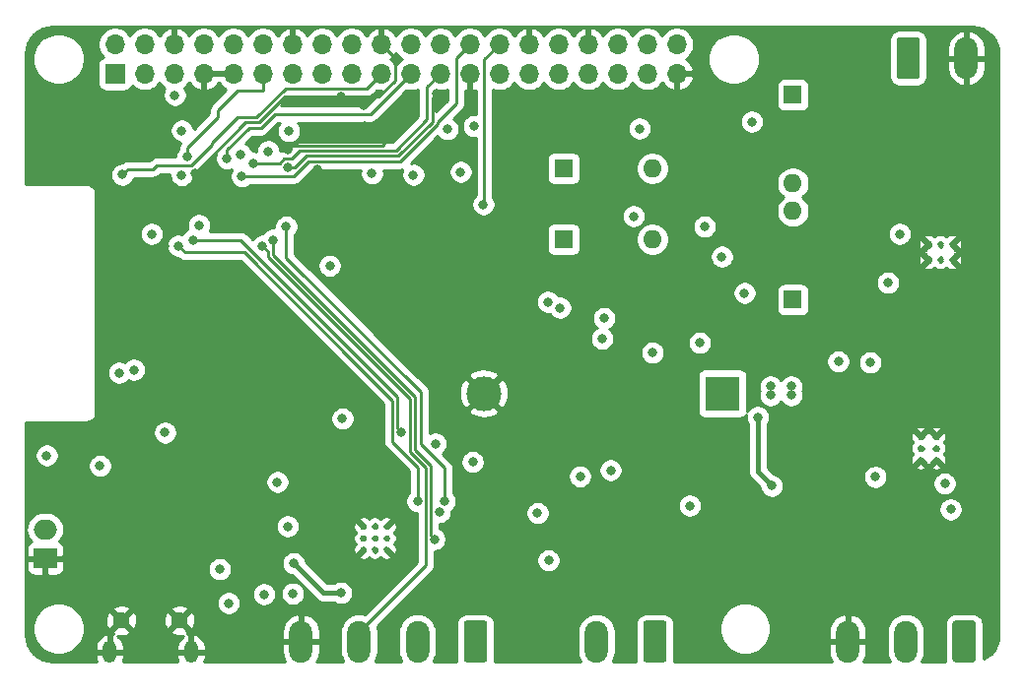
<source format=gbr>
G04 #@! TF.GenerationSoftware,KiCad,Pcbnew,(5.1.9)-1*
G04 #@! TF.CreationDate,2021-06-26T21:34:31-04:00*
G04 #@! TF.ProjectId,esp32 Core  V-0.1,65737033-3220-4436-9f72-652020562d30,rev?*
G04 #@! TF.SameCoordinates,Original*
G04 #@! TF.FileFunction,Copper,L2,Inr*
G04 #@! TF.FilePolarity,Positive*
%FSLAX46Y46*%
G04 Gerber Fmt 4.6, Leading zero omitted, Abs format (unit mm)*
G04 Created by KiCad (PCBNEW (5.1.9)-1) date 2021-06-26 21:34:31*
%MOMM*%
%LPD*%
G01*
G04 APERTURE LIST*
G04 #@! TA.AperFunction,ComponentPad*
%ADD10O,1.600000X1.600000*%
G04 #@! TD*
G04 #@! TA.AperFunction,ComponentPad*
%ADD11R,1.600000X1.600000*%
G04 #@! TD*
G04 #@! TA.AperFunction,ComponentPad*
%ADD12C,0.500000*%
G04 #@! TD*
G04 #@! TA.AperFunction,ComponentPad*
%ADD13O,2.000000X3.600000*%
G04 #@! TD*
G04 #@! TA.AperFunction,ComponentPad*
%ADD14R,3.000000X3.000000*%
G04 #@! TD*
G04 #@! TA.AperFunction,ComponentPad*
%ADD15C,3.000000*%
G04 #@! TD*
G04 #@! TA.AperFunction,ComponentPad*
%ADD16R,2.000000X1.700000*%
G04 #@! TD*
G04 #@! TA.AperFunction,ComponentPad*
%ADD17O,2.000000X1.700000*%
G04 #@! TD*
G04 #@! TA.AperFunction,ComponentPad*
%ADD18O,1.700000X1.700000*%
G04 #@! TD*
G04 #@! TA.AperFunction,ComponentPad*
%ADD19R,1.700000X1.700000*%
G04 #@! TD*
G04 #@! TA.AperFunction,ComponentPad*
%ADD20O,1.200000X1.900000*%
G04 #@! TD*
G04 #@! TA.AperFunction,ComponentPad*
%ADD21C,1.450000*%
G04 #@! TD*
G04 #@! TA.AperFunction,ViaPad*
%ADD22C,0.800000*%
G04 #@! TD*
G04 #@! TA.AperFunction,Conductor*
%ADD23C,0.250000*%
G04 #@! TD*
G04 #@! TA.AperFunction,Conductor*
%ADD24C,0.400000*%
G04 #@! TD*
G04 #@! TA.AperFunction,Conductor*
%ADD25C,0.254000*%
G04 #@! TD*
G04 #@! TA.AperFunction,Conductor*
%ADD26C,0.100000*%
G04 #@! TD*
G04 APERTURE END LIST*
D10*
G04 #@! TO.N,/AIN3*
G04 #@! TO.C,JP4*
X234520000Y-107900000D03*
D11*
G04 #@! TO.N,Net-(JP4-Pad1)*
X226900000Y-107900000D03*
G04 #@! TD*
D10*
G04 #@! TO.N,/AIN2*
G04 #@! TO.C,JP3*
X234520000Y-114000000D03*
D11*
G04 #@! TO.N,Net-(JP3-Pad1)*
X226900000Y-114000000D03*
G04 #@! TD*
D10*
G04 #@! TO.N,/AIN1*
G04 #@! TO.C,JP2*
X246600000Y-109200000D03*
D11*
G04 #@! TO.N,Net-(JP2-Pad1)*
X246600000Y-101580000D03*
G04 #@! TD*
D10*
G04 #@! TO.N,/AIN0*
G04 #@! TO.C,JP1*
X246600000Y-111580000D03*
D11*
G04 #@! TO.N,Net-(JP1-Pad1)*
X246600000Y-119200000D03*
G04 #@! TD*
D12*
G04 #@! TO.N,GND*
G04 #@! TO.C,U13*
X260270000Y-114446000D03*
X260270000Y-115746000D03*
X259270000Y-114446000D03*
X259270000Y-115746000D03*
X258270000Y-114446000D03*
X258270000Y-115746000D03*
G04 #@! TD*
G04 #@! TO.N,GND*
G04 #@! TO.C,U1*
X257596000Y-130976000D03*
X258896000Y-130976000D03*
X257596000Y-131976000D03*
X258896000Y-131976000D03*
X257596000Y-132976000D03*
X258896000Y-132976000D03*
G04 #@! TD*
D13*
G04 #@! TO.N,GND*
G04 #@! TO.C,J5*
X251305000Y-148590000D03*
G04 #@! TO.N,+5VD*
X256305000Y-148590000D03*
G04 #@! TO.N,VDC*
G04 #@! TA.AperFunction,ComponentPad*
G36*
G01*
X262305000Y-147040000D02*
X262305000Y-150140000D01*
G75*
G02*
X262055000Y-150390000I-250000J0D01*
G01*
X260555000Y-150390000D01*
G75*
G02*
X260305000Y-150140000I0J250000D01*
G01*
X260305000Y-147040000D01*
G75*
G02*
X260555000Y-146790000I250000J0D01*
G01*
X262055000Y-146790000D01*
G75*
G02*
X262305000Y-147040000I0J-250000D01*
G01*
G37*
G04 #@! TD.AperFunction*
G04 #@! TD*
G04 #@! TO.N,GND*
G04 #@! TO.C,J4*
X261500000Y-98425000D03*
G04 #@! TO.N,+12V*
G04 #@! TA.AperFunction,ComponentPad*
G36*
G01*
X255500000Y-99975000D02*
X255500000Y-96875000D01*
G75*
G02*
X255750000Y-96625000I250000J0D01*
G01*
X257250000Y-96625000D01*
G75*
G02*
X257500000Y-96875000I0J-250000D01*
G01*
X257500000Y-99975000D01*
G75*
G02*
X257250000Y-100225000I-250000J0D01*
G01*
X255750000Y-100225000D01*
G75*
G02*
X255500000Y-99975000I0J250000D01*
G01*
G37*
G04 #@! TD.AperFunction*
G04 #@! TD*
G04 #@! TO.N,GND*
G04 #@! TO.C,J13*
X204343000Y-148590000D03*
G04 #@! TO.N,/TX2*
X209343000Y-148590000D03*
G04 #@! TO.N,/RX25*
X214343000Y-148590000D03*
G04 #@! TO.N,+5V*
G04 #@! TA.AperFunction,ComponentPad*
G36*
G01*
X220343000Y-147040000D02*
X220343000Y-150140000D01*
G75*
G02*
X220093000Y-150390000I-250000J0D01*
G01*
X218593000Y-150390000D01*
G75*
G02*
X218343000Y-150140000I0J250000D01*
G01*
X218343000Y-147040000D01*
G75*
G02*
X218593000Y-146790000I250000J0D01*
G01*
X220093000Y-146790000D01*
G75*
G02*
X220343000Y-147040000I0J-250000D01*
G01*
G37*
G04 #@! TD.AperFunction*
G04 #@! TD*
G04 #@! TO.N,/A*
G04 #@! TO.C,J2*
X229743000Y-148590000D03*
G04 #@! TO.N,/B*
G04 #@! TA.AperFunction,ComponentPad*
G36*
G01*
X235743000Y-147040000D02*
X235743000Y-150140000D01*
G75*
G02*
X235493000Y-150390000I-250000J0D01*
G01*
X233993000Y-150390000D01*
G75*
G02*
X233743000Y-150140000I0J250000D01*
G01*
X233743000Y-147040000D01*
G75*
G02*
X233993000Y-146790000I250000J0D01*
G01*
X235493000Y-146790000D01*
G75*
G02*
X235743000Y-147040000I0J-250000D01*
G01*
G37*
G04 #@! TD.AperFunction*
G04 #@! TD*
D14*
G04 #@! TO.N,Net-(BT1-Pad1)*
G04 #@! TO.C,BT1*
X240538000Y-127254000D03*
D15*
G04 #@! TO.N,GND*
X220048000Y-127254000D03*
G04 #@! TD*
D16*
G04 #@! TO.N,GND*
G04 #@! TO.C,BT2*
X182372000Y-141438000D03*
D17*
G04 #@! TO.N,+BATT*
X182372000Y-138938000D03*
G04 #@! TD*
D18*
G04 #@! TO.N,/AIN1*
G04 #@! TO.C,J3*
X236632600Y-97232300D03*
G04 #@! TO.N,GND*
X236632600Y-99772300D03*
G04 #@! TO.N,/AIN0*
X234092600Y-97232300D03*
G04 #@! TO.N,/AIN2*
X234092600Y-99772300D03*
G04 #@! TO.N,/O12*
X231552600Y-97232300D03*
G04 #@! TO.N,/AIN3*
X231552600Y-99772300D03*
G04 #@! TO.N,GND*
X229012600Y-97232300D03*
G04 #@! TO.N,/O14*
X229012600Y-99772300D03*
G04 #@! TO.N,/O26*
X226472600Y-97232300D03*
G04 #@! TO.N,/O27*
X226472600Y-99772300D03*
G04 #@! TO.N,GND*
X223932600Y-97232300D03*
G04 #@! TO.N,/O25*
X223932600Y-99772300D03*
G04 #@! TO.N,/COM*
X221392600Y-97232300D03*
G04 #@! TO.N,/O33*
X221392600Y-99772300D03*
G04 #@! TO.N,/CS*
X218852600Y-97232300D03*
G04 #@! TO.N,GND*
X218852600Y-99772300D03*
G04 #@! TO.N,/DI35*
X216312600Y-97232300D03*
G04 #@! TO.N,/SCK*
X216312600Y-99772300D03*
G04 #@! TO.N,/DI34*
X213772600Y-97232300D03*
G04 #@! TO.N,/MISO*
X213772600Y-99772300D03*
G04 #@! TO.N,GND*
X211232600Y-97232300D03*
G04 #@! TO.N,/MOSI*
X211232600Y-99772300D03*
G04 #@! TO.N,/DI39*
X208692600Y-97232300D03*
G04 #@! TO.N,+3V3*
X208692600Y-99772300D03*
G04 #@! TO.N,/IO2*
X206152600Y-97232300D03*
G04 #@! TO.N,/DI36*
X206152600Y-99772300D03*
G04 #@! TO.N,GND*
X203612600Y-97232300D03*
G04 #@! TO.N,/GPIO0*
X203612600Y-99772300D03*
G04 #@! TO.N,/IO4*
X201072600Y-97232300D03*
G04 #@! TO.N,/RESET*
X201072600Y-99772300D03*
G04 #@! TO.N,/RXD*
X198532600Y-97232300D03*
G04 #@! TO.N,GND*
X198532600Y-99772300D03*
G04 #@! TO.N,/TXD*
X195992600Y-97232300D03*
G04 #@! TO.N,GND*
X195992600Y-99772300D03*
X193452600Y-97232300D03*
G04 #@! TO.N,/SCL*
X193452600Y-99772300D03*
G04 #@! TO.N,+5V*
X190912600Y-97232300D03*
G04 #@! TO.N,/SDA*
X190912600Y-99772300D03*
G04 #@! TO.N,+5V*
X188372600Y-97232300D03*
D19*
G04 #@! TO.N,+3V3*
X188372600Y-99772300D03*
G04 #@! TD*
D12*
G04 #@! TO.N,GND*
G04 #@! TO.C,U5*
X209693000Y-138700000D03*
X210693000Y-138700000D03*
X211693000Y-138700000D03*
X209693000Y-139700000D03*
X210693000Y-139700000D03*
X211693000Y-139700000D03*
X209693000Y-140700000D03*
X210693000Y-140700000D03*
X211693000Y-140700000D03*
G04 #@! TD*
D20*
G04 #@! TO.N,GND*
G04 #@! TO.C,J1*
X194905000Y-149479000D03*
X187905000Y-149479000D03*
D21*
X193905000Y-146779000D03*
X188905000Y-146779000D03*
G04 #@! TD*
D22*
G04 #@! TO.N,GND*
X193421000Y-145251000D03*
X228092000Y-142240000D03*
X236093000Y-143002000D03*
X210058000Y-109728000D03*
X213614000Y-109728000D03*
X217424000Y-109982000D03*
X221234000Y-109982000D03*
X263144000Y-120650000D03*
X216789000Y-126365000D03*
X205041500Y-130556000D03*
X200215500Y-133731000D03*
X193230500Y-140144500D03*
X248793000Y-133350000D03*
X248329500Y-96981500D03*
X184467500Y-135572500D03*
X243967000Y-111125000D03*
X225933000Y-130429000D03*
X234696000Y-127762000D03*
X188849000Y-138049000D03*
X245237000Y-143764000D03*
X240157000Y-136017000D03*
X234250000Y-118100000D03*
X243450000Y-121150000D03*
X242150000Y-123100000D03*
X251650000Y-116650000D03*
X262250000Y-115250000D03*
X251750000Y-114250000D03*
X257250000Y-136000000D03*
X256500000Y-127250000D03*
X253000000Y-146250000D03*
X249500000Y-146250000D03*
X258250000Y-146000000D03*
X221250000Y-112500000D03*
X205750000Y-108000000D03*
X209750000Y-102500000D03*
X213000000Y-102250000D03*
X207750000Y-101750000D03*
X216027000Y-101473000D03*
X203200000Y-107823000D03*
X195233761Y-108311233D03*
X203200000Y-106299000D03*
X209804000Y-104267000D03*
X205613000Y-104775000D03*
X205438671Y-102138821D03*
X190754000Y-114935000D03*
X192659000Y-114554000D03*
X186944000Y-102870000D03*
X190373000Y-104648000D03*
X188722000Y-106807000D03*
X241600000Y-134400000D03*
X247000000Y-129200000D03*
G04 #@! TO.N,+3V3*
X193500000Y-101600000D03*
X203301600Y-104691028D03*
X201522601Y-106426000D03*
X194106800Y-104648000D03*
X188722000Y-125476000D03*
X237744000Y-136906000D03*
X230200000Y-122550000D03*
X234550000Y-123750000D03*
X238600000Y-122900000D03*
X218059000Y-108204000D03*
X213995000Y-108458000D03*
X210439000Y-108331000D03*
X219202000Y-104267000D03*
X216916000Y-104521000D03*
X199136000Y-106680000D03*
G04 #@! TO.N,+5V*
X182499000Y-132588000D03*
X232918000Y-112014000D03*
X243586000Y-129286000D03*
X203200000Y-138684000D03*
X225615500Y-141605000D03*
X230949500Y-133858000D03*
X250500000Y-124500000D03*
X244800000Y-135200000D03*
G04 #@! TO.N,/TXD*
X193802000Y-114554000D03*
X216268080Y-137444147D03*
X214343990Y-136525000D03*
G04 #@! TO.N,/RXD*
X195072000Y-114046000D03*
X212946990Y-130556000D03*
G04 #@! TO.N,/RESET*
X189992000Y-125222000D03*
X224663000Y-137541000D03*
X192659000Y-130619500D03*
X194578957Y-106929347D03*
G04 #@! TO.N,/GPIO0*
X203073000Y-112903000D03*
X216662000Y-136525000D03*
G04 #@! TO.N,/CS*
X199263000Y-108585000D03*
G04 #@! TO.N,/DM*
X201168000Y-144526000D03*
X203649153Y-144467153D03*
G04 #@! TO.N,/DTR*
X219100000Y-133148012D03*
X215900000Y-131572000D03*
G04 #@! TO.N,/SDA*
X194090653Y-108490653D03*
X195580000Y-112776000D03*
X225552000Y-119380000D03*
G04 #@! TO.N,/SCL*
X226601000Y-119888000D03*
X230378000Y-120777000D03*
X191516000Y-113538000D03*
G04 #@! TO.N,/MISO*
X197993000Y-107061000D03*
G04 #@! TO.N,/SCK*
X200279000Y-107442000D03*
G04 #@! TO.N,/MOSI*
X189000000Y-108450000D03*
G04 #@! TO.N,VBUS*
X207772000Y-144399000D03*
X203708000Y-141859000D03*
X197358000Y-142367000D03*
X198124653Y-145292653D03*
G04 #@! TO.N,Net-(C1-Pad2)*
X259651500Y-135001000D03*
X253682500Y-134429500D03*
G04 #@! TO.N,/VIN*
X202311000Y-134874000D03*
X260159500Y-137223500D03*
G04 #@! TO.N,/IO13*
X207899000Y-129413000D03*
X228318153Y-134393847D03*
G04 #@! TO.N,/RX2*
X201930000Y-114046000D03*
X215800000Y-139800000D03*
G04 #@! TO.N,/TX2*
X201041000Y-114554000D03*
G04 #@! TO.N,Net-(BT1-Pad1)*
X253238000Y-124587000D03*
G04 #@! TO.N,/AN1*
X242443000Y-118618000D03*
X243078000Y-103886000D03*
X240500000Y-115500000D03*
G04 #@! TO.N,/AN3*
X239014000Y-112903000D03*
X233427000Y-104479000D03*
G04 #@! TO.N,Net-(C26-Pad2)*
X254762000Y-117729000D03*
X255778000Y-113538000D03*
G04 #@! TO.N,Net-(U7-Pad7)*
X244690000Y-127408000D03*
X244690000Y-126646000D03*
X246468000Y-126646000D03*
X246468000Y-127408000D03*
G04 #@! TO.N,/RGBLED*
X187071000Y-133477000D03*
X206819500Y-116268500D03*
G04 #@! TO.N,/COM*
X220000000Y-111000000D03*
G04 #@! TD*
D23*
G04 #@! TO.N,GND*
X215627001Y-101872999D02*
X215627001Y-103903589D01*
X216027000Y-101473000D02*
X215627001Y-101872999D01*
X215627001Y-103903589D02*
X212705601Y-106824989D01*
X212705601Y-106824989D02*
X204831600Y-106824990D01*
X203833590Y-107823000D02*
X203200000Y-107823000D01*
X204831600Y-106824990D02*
X203833590Y-107823000D01*
X210993902Y-101750000D02*
X207750000Y-101750000D01*
X212407601Y-100336301D02*
X210993902Y-101750000D01*
X212407601Y-98407301D02*
X212407601Y-100336301D01*
X211232600Y-97232300D02*
X212407601Y-98407301D01*
X207750000Y-101750000D02*
X202924410Y-101750000D01*
X200787705Y-103886705D02*
X200719400Y-103955010D01*
X202924410Y-101750000D02*
X200787705Y-103886705D01*
X199589984Y-103955010D02*
X195233761Y-108311233D01*
X200719400Y-103955010D02*
X199589984Y-103955010D01*
X213000000Y-102250000D02*
X212471000Y-102779000D01*
X212471000Y-102779000D02*
X212471000Y-104775000D01*
X212471000Y-104775000D02*
X211328000Y-105918000D01*
X211328000Y-105918000D02*
X211321029Y-105924971D01*
X203574029Y-105924971D02*
X203200000Y-106299000D01*
X211321029Y-105924971D02*
X203574029Y-105924971D01*
D24*
G04 #@! TO.N,+5V*
X243586000Y-133986000D02*
X244800000Y-135200000D01*
X243586000Y-129286000D02*
X243586000Y-133986000D01*
D23*
G04 #@! TO.N,/TXD*
X214343990Y-133636010D02*
X214343990Y-133825990D01*
X214374590Y-133605410D02*
X214343990Y-133636010D01*
X209175063Y-124847063D02*
X212195485Y-127867485D01*
X214343990Y-133825990D02*
X214343990Y-136525000D01*
X209162937Y-124847063D02*
X209175063Y-124847063D01*
X212195485Y-127867485D02*
X212195485Y-131426305D01*
X199447437Y-115131563D02*
X209162937Y-124847063D01*
X194379563Y-115131563D02*
X199447437Y-115131563D01*
X212195485Y-131426305D02*
X214374590Y-133605410D01*
X193802000Y-114554000D02*
X194379563Y-115131563D01*
G04 #@! TO.N,/RXD*
X198882000Y-114046000D02*
X195072000Y-114046000D01*
X199136000Y-114046000D02*
X198882000Y-114046000D01*
X212645495Y-127555495D02*
X199136000Y-114046000D01*
X212645495Y-130254505D02*
X212645495Y-127555495D01*
X212946990Y-130556000D02*
X212645495Y-130254505D01*
G04 #@! TO.N,/RESET*
X201072600Y-101250600D02*
X198850400Y-101250600D01*
X201072600Y-99772300D02*
X201072600Y-101250600D01*
X198850400Y-101250600D02*
X197231000Y-102870000D01*
X194578957Y-106929347D02*
X194578957Y-106157043D01*
X194578957Y-106157043D02*
X197231000Y-103505000D01*
X197231000Y-102870000D02*
X197231000Y-103505000D01*
G04 #@! TO.N,/GPIO0*
X216662000Y-133662000D02*
X216662000Y-136525000D01*
X214630000Y-131630000D02*
X216662000Y-133662000D01*
X214630000Y-127127000D02*
X214630000Y-131630000D01*
X203073000Y-115570000D02*
X214630000Y-127127000D01*
X203073000Y-112903000D02*
X203073000Y-115570000D01*
G04 #@! TO.N,/CS*
X199395510Y-108452490D02*
X199263000Y-108585000D01*
X201165000Y-108585000D02*
X199263000Y-108585000D01*
X203708000Y-108585000D02*
X201165000Y-108585000D01*
X205018001Y-107274999D02*
X203708000Y-108585000D01*
X216087399Y-104079601D02*
X212892001Y-107274999D01*
X216087399Y-103946399D02*
X216087399Y-104079601D01*
X217677599Y-102356199D02*
X216087399Y-103946399D01*
X212892001Y-107274999D02*
X205018001Y-107274999D01*
X217677599Y-98407301D02*
X217677599Y-102356199D01*
X218852600Y-97232300D02*
X217677599Y-98407301D01*
G04 #@! TO.N,/MISO*
X210319899Y-103225001D02*
X213772600Y-99772300D01*
X202085819Y-103225001D02*
X210319899Y-103225001D01*
X200905800Y-104405020D02*
X202085819Y-103225001D01*
X199886980Y-104405020D02*
X200905800Y-104405020D01*
X197993000Y-106299000D02*
X199886980Y-104405020D01*
X197993000Y-107061000D02*
X197993000Y-106299000D01*
G04 #@! TO.N,/SCK*
X215176991Y-103700811D02*
X212502821Y-106374981D01*
X215176991Y-100907909D02*
X215176991Y-103700811D01*
X216312600Y-99772300D02*
X215176991Y-100907909D01*
X212502821Y-106374981D02*
X207212981Y-106374981D01*
X203544001Y-107097999D02*
X202851999Y-107097999D01*
X204267019Y-106374981D02*
X203544001Y-107097999D01*
X207212981Y-106374981D02*
X204267019Y-106374981D01*
X202507998Y-107442000D02*
X200279000Y-107442000D01*
X202851999Y-107097999D02*
X202507998Y-107442000D01*
G04 #@! TO.N,/MOSI*
X200533000Y-103505000D02*
X203013001Y-101024999D01*
X203013001Y-101024999D02*
X209979901Y-101024999D01*
X191938652Y-107654348D02*
X194926958Y-107654348D01*
X191643000Y-107950000D02*
X191938652Y-107654348D01*
X209979901Y-101024999D02*
X211232600Y-99772300D01*
X189500000Y-107950000D02*
X191643000Y-107950000D01*
X189000000Y-108450000D02*
X189500000Y-107950000D01*
X196693153Y-105693847D02*
X198882000Y-103505000D01*
X196693153Y-105888153D02*
X196693153Y-105693847D01*
X198882000Y-103505000D02*
X200533000Y-103505000D01*
X194926958Y-107654348D02*
X196693153Y-105888153D01*
D24*
G04 #@! TO.N,VBUS*
X206248000Y-144399000D02*
X203708000Y-141859000D01*
X207772000Y-144399000D02*
X206248000Y-144399000D01*
D23*
G04 #@! TO.N,/RX2*
X215519000Y-139519000D02*
X215800000Y-139800000D01*
X215519000Y-133477000D02*
X215519000Y-139519000D01*
X214122000Y-132080000D02*
X215519000Y-133477000D01*
X214122000Y-127508000D02*
X214122000Y-132080000D01*
X201930000Y-115316000D02*
X214122000Y-127508000D01*
X201930000Y-114046000D02*
X201930000Y-115316000D01*
G04 #@! TO.N,/TX2*
X201479990Y-114992990D02*
X201041000Y-114554000D01*
X213671990Y-127694400D02*
X201479990Y-115502400D01*
X213671990Y-132266400D02*
X213671990Y-127694400D01*
X215068990Y-133663400D02*
X213671990Y-132266400D01*
X215068990Y-142055010D02*
X215068990Y-133663400D01*
X201479990Y-115502400D02*
X201479990Y-114992990D01*
X209343000Y-147781000D02*
X215068990Y-142055010D01*
X209343000Y-148590000D02*
X209343000Y-147781000D01*
G04 #@! TO.N,/COM*
X221392600Y-97232300D02*
X220100000Y-98524900D01*
X220100000Y-110900000D02*
X220000000Y-111000000D01*
X220100000Y-98524900D02*
X220100000Y-110900000D01*
G04 #@! TD*
D25*
G04 #@! TO.N,GND*
X262444134Y-95756953D02*
X262871355Y-95885938D01*
X263265384Y-96095446D01*
X263611214Y-96377499D01*
X263895673Y-96721351D01*
X264107929Y-97113910D01*
X264239892Y-97540213D01*
X264290000Y-98016964D01*
X264290001Y-147965269D01*
X264243048Y-148444133D01*
X264114063Y-148871353D01*
X263904554Y-149265384D01*
X263622501Y-149611214D01*
X263278651Y-149895672D01*
X262943072Y-150077118D01*
X262943072Y-147040000D01*
X262926008Y-146866746D01*
X262875472Y-146700150D01*
X262793405Y-146546614D01*
X262682962Y-146412038D01*
X262548386Y-146301595D01*
X262394850Y-146219528D01*
X262228254Y-146168992D01*
X262055000Y-146151928D01*
X260555000Y-146151928D01*
X260381746Y-146168992D01*
X260215150Y-146219528D01*
X260061614Y-146301595D01*
X259927038Y-146412038D01*
X259816595Y-146546614D01*
X259734528Y-146700150D01*
X259683992Y-146866746D01*
X259666928Y-147040000D01*
X259666928Y-150140000D01*
X259681702Y-150290000D01*
X257677847Y-150290000D01*
X257822852Y-150018715D01*
X257916343Y-149710516D01*
X257940000Y-149470322D01*
X257940000Y-147709678D01*
X257916343Y-147469484D01*
X257822852Y-147161285D01*
X257671031Y-146877248D01*
X257466714Y-146628286D01*
X257217752Y-146423969D01*
X256933715Y-146272148D01*
X256625516Y-146178657D01*
X256305000Y-146147089D01*
X255984485Y-146178657D01*
X255676286Y-146272148D01*
X255392249Y-146423969D01*
X255143287Y-146628286D01*
X254938970Y-146877248D01*
X254787149Y-147161285D01*
X254693658Y-147469484D01*
X254670000Y-147709678D01*
X254670000Y-149470321D01*
X254693657Y-149710515D01*
X254787148Y-150018714D01*
X254932153Y-150290000D01*
X252666678Y-150290000D01*
X252766942Y-150133020D01*
X252883807Y-149833532D01*
X252940000Y-149517000D01*
X252940000Y-148717000D01*
X251432000Y-148717000D01*
X251432000Y-148737000D01*
X251178000Y-148737000D01*
X251178000Y-148717000D01*
X249670000Y-148717000D01*
X249670000Y-149517000D01*
X249726193Y-149833532D01*
X249843058Y-150133020D01*
X249943322Y-150290000D01*
X236366298Y-150290000D01*
X236381072Y-150140000D01*
X236381072Y-147279872D01*
X240265000Y-147279872D01*
X240265000Y-147720128D01*
X240350890Y-148151925D01*
X240519369Y-148558669D01*
X240763962Y-148924729D01*
X241075271Y-149236038D01*
X241441331Y-149480631D01*
X241848075Y-149649110D01*
X242279872Y-149735000D01*
X242720128Y-149735000D01*
X243151925Y-149649110D01*
X243558669Y-149480631D01*
X243924729Y-149236038D01*
X244236038Y-148924729D01*
X244480631Y-148558669D01*
X244649110Y-148151925D01*
X244735000Y-147720128D01*
X244735000Y-147663000D01*
X249670000Y-147663000D01*
X249670000Y-148463000D01*
X251178000Y-148463000D01*
X251178000Y-146319223D01*
X251432000Y-146319223D01*
X251432000Y-148463000D01*
X252940000Y-148463000D01*
X252940000Y-147663000D01*
X252883807Y-147346468D01*
X252766942Y-147046980D01*
X252593895Y-146776046D01*
X252371317Y-146544078D01*
X252107761Y-146359990D01*
X251813355Y-146230856D01*
X251685434Y-146199876D01*
X251432000Y-146319223D01*
X251178000Y-146319223D01*
X250924566Y-146199876D01*
X250796645Y-146230856D01*
X250502239Y-146359990D01*
X250238683Y-146544078D01*
X250016105Y-146776046D01*
X249843058Y-147046980D01*
X249726193Y-147346468D01*
X249670000Y-147663000D01*
X244735000Y-147663000D01*
X244735000Y-147279872D01*
X244649110Y-146848075D01*
X244480631Y-146441331D01*
X244236038Y-146075271D01*
X243924729Y-145763962D01*
X243558669Y-145519369D01*
X243151925Y-145350890D01*
X242720128Y-145265000D01*
X242279872Y-145265000D01*
X241848075Y-145350890D01*
X241441331Y-145519369D01*
X241075271Y-145763962D01*
X240763962Y-146075271D01*
X240519369Y-146441331D01*
X240350890Y-146848075D01*
X240265000Y-147279872D01*
X236381072Y-147279872D01*
X236381072Y-147040000D01*
X236364008Y-146866746D01*
X236313472Y-146700150D01*
X236231405Y-146546614D01*
X236120962Y-146412038D01*
X235986386Y-146301595D01*
X235832850Y-146219528D01*
X235666254Y-146168992D01*
X235493000Y-146151928D01*
X233993000Y-146151928D01*
X233819746Y-146168992D01*
X233653150Y-146219528D01*
X233499614Y-146301595D01*
X233365038Y-146412038D01*
X233254595Y-146546614D01*
X233172528Y-146700150D01*
X233121992Y-146866746D01*
X233104928Y-147040000D01*
X233104928Y-150140000D01*
X233119702Y-150290000D01*
X231115847Y-150290000D01*
X231260852Y-150018715D01*
X231354343Y-149710516D01*
X231378000Y-149470322D01*
X231378000Y-147709678D01*
X231354343Y-147469484D01*
X231260852Y-147161285D01*
X231109031Y-146877248D01*
X230904714Y-146628286D01*
X230655752Y-146423969D01*
X230371715Y-146272148D01*
X230063516Y-146178657D01*
X229743000Y-146147089D01*
X229422485Y-146178657D01*
X229114286Y-146272148D01*
X228830249Y-146423969D01*
X228581287Y-146628286D01*
X228376970Y-146877248D01*
X228225149Y-147161285D01*
X228131658Y-147469484D01*
X228108000Y-147709678D01*
X228108000Y-149470321D01*
X228131657Y-149710515D01*
X228225148Y-150018714D01*
X228370153Y-150290000D01*
X220966298Y-150290000D01*
X220981072Y-150140000D01*
X220981072Y-147040000D01*
X220964008Y-146866746D01*
X220913472Y-146700150D01*
X220831405Y-146546614D01*
X220720962Y-146412038D01*
X220586386Y-146301595D01*
X220432850Y-146219528D01*
X220266254Y-146168992D01*
X220093000Y-146151928D01*
X218593000Y-146151928D01*
X218419746Y-146168992D01*
X218253150Y-146219528D01*
X218099614Y-146301595D01*
X217965038Y-146412038D01*
X217854595Y-146546614D01*
X217772528Y-146700150D01*
X217721992Y-146866746D01*
X217704928Y-147040000D01*
X217704928Y-150140000D01*
X217719702Y-150290000D01*
X215715847Y-150290000D01*
X215860852Y-150018715D01*
X215954343Y-149710516D01*
X215978000Y-149470322D01*
X215978000Y-147709678D01*
X215954343Y-147469484D01*
X215860852Y-147161285D01*
X215709031Y-146877248D01*
X215504714Y-146628286D01*
X215255752Y-146423969D01*
X214971715Y-146272148D01*
X214663516Y-146178657D01*
X214343000Y-146147089D01*
X214022485Y-146178657D01*
X213714286Y-146272148D01*
X213430249Y-146423969D01*
X213181287Y-146628286D01*
X212976970Y-146877248D01*
X212825149Y-147161285D01*
X212731658Y-147469484D01*
X212708000Y-147709678D01*
X212708000Y-149470321D01*
X212731657Y-149710515D01*
X212825148Y-150018714D01*
X212970153Y-150290000D01*
X210715847Y-150290000D01*
X210860852Y-150018715D01*
X210954343Y-149710516D01*
X210978000Y-149470322D01*
X210978000Y-147709678D01*
X210954343Y-147469484D01*
X210901970Y-147296832D01*
X215579994Y-142618808D01*
X215608991Y-142595011D01*
X215703964Y-142479286D01*
X215774536Y-142347257D01*
X215817993Y-142203996D01*
X215828990Y-142092343D01*
X215828990Y-142092335D01*
X215832666Y-142055010D01*
X215828990Y-142017685D01*
X215828990Y-141503061D01*
X224580500Y-141503061D01*
X224580500Y-141706939D01*
X224620274Y-141906898D01*
X224698295Y-142095256D01*
X224811563Y-142264774D01*
X224955726Y-142408937D01*
X225125244Y-142522205D01*
X225313602Y-142600226D01*
X225513561Y-142640000D01*
X225717439Y-142640000D01*
X225917398Y-142600226D01*
X226105756Y-142522205D01*
X226275274Y-142408937D01*
X226419437Y-142264774D01*
X226532705Y-142095256D01*
X226610726Y-141906898D01*
X226650500Y-141706939D01*
X226650500Y-141503061D01*
X226610726Y-141303102D01*
X226532705Y-141114744D01*
X226419437Y-140945226D01*
X226275274Y-140801063D01*
X226105756Y-140687795D01*
X225917398Y-140609774D01*
X225717439Y-140570000D01*
X225513561Y-140570000D01*
X225313602Y-140609774D01*
X225125244Y-140687795D01*
X224955726Y-140801063D01*
X224811563Y-140945226D01*
X224698295Y-141114744D01*
X224620274Y-141303102D01*
X224580500Y-141503061D01*
X215828990Y-141503061D01*
X215828990Y-140835000D01*
X215901939Y-140835000D01*
X216101898Y-140795226D01*
X216290256Y-140717205D01*
X216459774Y-140603937D01*
X216603937Y-140459774D01*
X216717205Y-140290256D01*
X216795226Y-140101898D01*
X216835000Y-139901939D01*
X216835000Y-139698061D01*
X216795226Y-139498102D01*
X216717205Y-139309744D01*
X216603937Y-139140226D01*
X216459774Y-138996063D01*
X216290256Y-138882795D01*
X216279000Y-138878133D01*
X216279000Y-138479147D01*
X216370019Y-138479147D01*
X216569978Y-138439373D01*
X216758336Y-138361352D01*
X216927854Y-138248084D01*
X217072017Y-138103921D01*
X217185285Y-137934403D01*
X217263306Y-137746045D01*
X217303080Y-137546086D01*
X217303080Y-137439061D01*
X223628000Y-137439061D01*
X223628000Y-137642939D01*
X223667774Y-137842898D01*
X223745795Y-138031256D01*
X223859063Y-138200774D01*
X224003226Y-138344937D01*
X224172744Y-138458205D01*
X224361102Y-138536226D01*
X224561061Y-138576000D01*
X224764939Y-138576000D01*
X224964898Y-138536226D01*
X225153256Y-138458205D01*
X225322774Y-138344937D01*
X225466937Y-138200774D01*
X225580205Y-138031256D01*
X225658226Y-137842898D01*
X225698000Y-137642939D01*
X225698000Y-137439061D01*
X225658226Y-137239102D01*
X225580205Y-137050744D01*
X225466937Y-136881226D01*
X225389772Y-136804061D01*
X236709000Y-136804061D01*
X236709000Y-137007939D01*
X236748774Y-137207898D01*
X236826795Y-137396256D01*
X236940063Y-137565774D01*
X237084226Y-137709937D01*
X237253744Y-137823205D01*
X237442102Y-137901226D01*
X237642061Y-137941000D01*
X237845939Y-137941000D01*
X238045898Y-137901226D01*
X238234256Y-137823205D01*
X238403774Y-137709937D01*
X238547937Y-137565774D01*
X238661205Y-137396256D01*
X238739226Y-137207898D01*
X238756399Y-137121561D01*
X259124500Y-137121561D01*
X259124500Y-137325439D01*
X259164274Y-137525398D01*
X259242295Y-137713756D01*
X259355563Y-137883274D01*
X259499726Y-138027437D01*
X259669244Y-138140705D01*
X259857602Y-138218726D01*
X260057561Y-138258500D01*
X260261439Y-138258500D01*
X260461398Y-138218726D01*
X260649756Y-138140705D01*
X260819274Y-138027437D01*
X260963437Y-137883274D01*
X261076705Y-137713756D01*
X261154726Y-137525398D01*
X261194500Y-137325439D01*
X261194500Y-137121561D01*
X261154726Y-136921602D01*
X261076705Y-136733244D01*
X260963437Y-136563726D01*
X260819274Y-136419563D01*
X260649756Y-136306295D01*
X260461398Y-136228274D01*
X260261439Y-136188500D01*
X260057561Y-136188500D01*
X259857602Y-136228274D01*
X259669244Y-136306295D01*
X259499726Y-136419563D01*
X259355563Y-136563726D01*
X259242295Y-136733244D01*
X259164274Y-136921602D01*
X259124500Y-137121561D01*
X238756399Y-137121561D01*
X238779000Y-137007939D01*
X238779000Y-136804061D01*
X238739226Y-136604102D01*
X238661205Y-136415744D01*
X238547937Y-136246226D01*
X238403774Y-136102063D01*
X238234256Y-135988795D01*
X238045898Y-135910774D01*
X237845939Y-135871000D01*
X237642061Y-135871000D01*
X237442102Y-135910774D01*
X237253744Y-135988795D01*
X237084226Y-136102063D01*
X236940063Y-136246226D01*
X236826795Y-136415744D01*
X236748774Y-136604102D01*
X236709000Y-136804061D01*
X225389772Y-136804061D01*
X225322774Y-136737063D01*
X225153256Y-136623795D01*
X224964898Y-136545774D01*
X224764939Y-136506000D01*
X224561061Y-136506000D01*
X224361102Y-136545774D01*
X224172744Y-136623795D01*
X224003226Y-136737063D01*
X223859063Y-136881226D01*
X223745795Y-137050744D01*
X223667774Y-137239102D01*
X223628000Y-137439061D01*
X217303080Y-137439061D01*
X217303080Y-137342208D01*
X217302943Y-137341519D01*
X217321774Y-137328937D01*
X217465937Y-137184774D01*
X217579205Y-137015256D01*
X217657226Y-136826898D01*
X217697000Y-136626939D01*
X217697000Y-136423061D01*
X217657226Y-136223102D01*
X217579205Y-136034744D01*
X217465937Y-135865226D01*
X217422000Y-135821289D01*
X217422000Y-134291908D01*
X227283153Y-134291908D01*
X227283153Y-134495786D01*
X227322927Y-134695745D01*
X227400948Y-134884103D01*
X227514216Y-135053621D01*
X227658379Y-135197784D01*
X227827897Y-135311052D01*
X228016255Y-135389073D01*
X228216214Y-135428847D01*
X228420092Y-135428847D01*
X228620051Y-135389073D01*
X228808409Y-135311052D01*
X228977927Y-135197784D01*
X229122090Y-135053621D01*
X229235358Y-134884103D01*
X229313379Y-134695745D01*
X229353153Y-134495786D01*
X229353153Y-134291908D01*
X229313379Y-134091949D01*
X229235358Y-133903591D01*
X229136782Y-133756061D01*
X229914500Y-133756061D01*
X229914500Y-133959939D01*
X229954274Y-134159898D01*
X230032295Y-134348256D01*
X230145563Y-134517774D01*
X230289726Y-134661937D01*
X230459244Y-134775205D01*
X230647602Y-134853226D01*
X230847561Y-134893000D01*
X231051439Y-134893000D01*
X231251398Y-134853226D01*
X231439756Y-134775205D01*
X231609274Y-134661937D01*
X231753437Y-134517774D01*
X231866705Y-134348256D01*
X231944726Y-134159898D01*
X231984500Y-133959939D01*
X231984500Y-133756061D01*
X231944726Y-133556102D01*
X231866705Y-133367744D01*
X231753437Y-133198226D01*
X231609274Y-133054063D01*
X231439756Y-132940795D01*
X231251398Y-132862774D01*
X231051439Y-132823000D01*
X230847561Y-132823000D01*
X230647602Y-132862774D01*
X230459244Y-132940795D01*
X230289726Y-133054063D01*
X230145563Y-133198226D01*
X230032295Y-133367744D01*
X229954274Y-133556102D01*
X229914500Y-133756061D01*
X229136782Y-133756061D01*
X229122090Y-133734073D01*
X228977927Y-133589910D01*
X228808409Y-133476642D01*
X228620051Y-133398621D01*
X228420092Y-133358847D01*
X228216214Y-133358847D01*
X228016255Y-133398621D01*
X227827897Y-133476642D01*
X227658379Y-133589910D01*
X227514216Y-133734073D01*
X227400948Y-133903591D01*
X227322927Y-134091949D01*
X227283153Y-134291908D01*
X217422000Y-134291908D01*
X217422000Y-133699323D01*
X217425676Y-133662000D01*
X217422000Y-133624677D01*
X217422000Y-133624667D01*
X217411003Y-133513014D01*
X217367546Y-133369753D01*
X217302346Y-133247774D01*
X217296974Y-133237723D01*
X217225799Y-133150997D01*
X217202001Y-133121999D01*
X217173004Y-133098202D01*
X217120875Y-133046073D01*
X218065000Y-133046073D01*
X218065000Y-133249951D01*
X218104774Y-133449910D01*
X218182795Y-133638268D01*
X218296063Y-133807786D01*
X218440226Y-133951949D01*
X218609744Y-134065217D01*
X218798102Y-134143238D01*
X218998061Y-134183012D01*
X219201939Y-134183012D01*
X219401898Y-134143238D01*
X219590256Y-134065217D01*
X219759774Y-133951949D01*
X219903937Y-133807786D01*
X220017205Y-133638268D01*
X220095226Y-133449910D01*
X220135000Y-133249951D01*
X220135000Y-133046073D01*
X220095226Y-132846114D01*
X220017205Y-132657756D01*
X219903937Y-132488238D01*
X219759774Y-132344075D01*
X219590256Y-132230807D01*
X219401898Y-132152786D01*
X219201939Y-132113012D01*
X218998061Y-132113012D01*
X218798102Y-132152786D01*
X218609744Y-132230807D01*
X218440226Y-132344075D01*
X218296063Y-132488238D01*
X218182795Y-132657756D01*
X218104774Y-132846114D01*
X218065000Y-133046073D01*
X217120875Y-133046073D01*
X216494412Y-132419610D01*
X216559774Y-132375937D01*
X216703937Y-132231774D01*
X216817205Y-132062256D01*
X216895226Y-131873898D01*
X216935000Y-131673939D01*
X216935000Y-131470061D01*
X216895226Y-131270102D01*
X216817205Y-131081744D01*
X216703937Y-130912226D01*
X216559774Y-130768063D01*
X216390256Y-130654795D01*
X216201898Y-130576774D01*
X216001939Y-130537000D01*
X215798061Y-130537000D01*
X215598102Y-130576774D01*
X215409744Y-130654795D01*
X215390000Y-130667987D01*
X215390000Y-128745653D01*
X218735952Y-128745653D01*
X218891962Y-129061214D01*
X219266745Y-129252020D01*
X219671551Y-129366044D01*
X220090824Y-129398902D01*
X220508451Y-129349334D01*
X220908383Y-129219243D01*
X221204038Y-129061214D01*
X221360048Y-128745653D01*
X220048000Y-127433605D01*
X218735952Y-128745653D01*
X215390000Y-128745653D01*
X215390000Y-127296824D01*
X217903098Y-127296824D01*
X217952666Y-127714451D01*
X218082757Y-128114383D01*
X218240786Y-128410038D01*
X218556347Y-128566048D01*
X219868395Y-127254000D01*
X220227605Y-127254000D01*
X221539653Y-128566048D01*
X221855214Y-128410038D01*
X222046020Y-128035255D01*
X222160044Y-127630449D01*
X222192902Y-127211176D01*
X222143334Y-126793549D01*
X222013243Y-126393617D01*
X221855214Y-126097962D01*
X221539653Y-125941952D01*
X220227605Y-127254000D01*
X219868395Y-127254000D01*
X218556347Y-125941952D01*
X218240786Y-126097962D01*
X218049980Y-126472745D01*
X217935956Y-126877551D01*
X217903098Y-127296824D01*
X215390000Y-127296824D01*
X215390000Y-127164322D01*
X215393676Y-127126999D01*
X215390000Y-127089676D01*
X215390000Y-127089667D01*
X215379003Y-126978014D01*
X215335546Y-126834753D01*
X215313522Y-126793549D01*
X215264974Y-126702723D01*
X215193799Y-126615997D01*
X215170001Y-126586999D01*
X215141004Y-126563202D01*
X214340149Y-125762347D01*
X218735952Y-125762347D01*
X220048000Y-127074395D01*
X221360048Y-125762347D01*
X221355922Y-125754000D01*
X238399928Y-125754000D01*
X238399928Y-128754000D01*
X238412188Y-128878482D01*
X238448498Y-128998180D01*
X238507463Y-129108494D01*
X238586815Y-129205185D01*
X238683506Y-129284537D01*
X238793820Y-129343502D01*
X238913518Y-129379812D01*
X239038000Y-129392072D01*
X242038000Y-129392072D01*
X242162482Y-129379812D01*
X242282180Y-129343502D01*
X242392494Y-129284537D01*
X242489185Y-129205185D01*
X242565229Y-129112524D01*
X242551000Y-129184061D01*
X242551000Y-129387939D01*
X242590774Y-129587898D01*
X242668795Y-129776256D01*
X242751000Y-129899285D01*
X242751001Y-133944972D01*
X242746960Y-133986000D01*
X242763082Y-134149688D01*
X242810828Y-134307086D01*
X242888364Y-134452145D01*
X242888365Y-134452146D01*
X242992710Y-134579291D01*
X243024574Y-134605441D01*
X243775907Y-135356775D01*
X243804774Y-135501898D01*
X243882795Y-135690256D01*
X243996063Y-135859774D01*
X244140226Y-136003937D01*
X244309744Y-136117205D01*
X244498102Y-136195226D01*
X244698061Y-136235000D01*
X244901939Y-136235000D01*
X245101898Y-136195226D01*
X245290256Y-136117205D01*
X245459774Y-136003937D01*
X245603937Y-135859774D01*
X245717205Y-135690256D01*
X245795226Y-135501898D01*
X245835000Y-135301939D01*
X245835000Y-135098061D01*
X245795226Y-134898102D01*
X245717205Y-134709744D01*
X245603937Y-134540226D01*
X245459774Y-134396063D01*
X245357254Y-134327561D01*
X252647500Y-134327561D01*
X252647500Y-134531439D01*
X252687274Y-134731398D01*
X252765295Y-134919756D01*
X252878563Y-135089274D01*
X253022726Y-135233437D01*
X253192244Y-135346705D01*
X253380602Y-135424726D01*
X253580561Y-135464500D01*
X253784439Y-135464500D01*
X253984398Y-135424726D01*
X254172756Y-135346705D01*
X254342274Y-135233437D01*
X254486437Y-135089274D01*
X254599705Y-134919756D01*
X254608277Y-134899061D01*
X258616500Y-134899061D01*
X258616500Y-135102939D01*
X258656274Y-135302898D01*
X258734295Y-135491256D01*
X258847563Y-135660774D01*
X258991726Y-135804937D01*
X259161244Y-135918205D01*
X259349602Y-135996226D01*
X259549561Y-136036000D01*
X259753439Y-136036000D01*
X259953398Y-135996226D01*
X260141756Y-135918205D01*
X260311274Y-135804937D01*
X260455437Y-135660774D01*
X260568705Y-135491256D01*
X260646726Y-135302898D01*
X260686500Y-135102939D01*
X260686500Y-134899061D01*
X260646726Y-134699102D01*
X260568705Y-134510744D01*
X260455437Y-134341226D01*
X260311274Y-134197063D01*
X260141756Y-134083795D01*
X259953398Y-134005774D01*
X259753439Y-133966000D01*
X259549561Y-133966000D01*
X259349602Y-134005774D01*
X259161244Y-134083795D01*
X258991726Y-134197063D01*
X258847563Y-134341226D01*
X258734295Y-134510744D01*
X258656274Y-134699102D01*
X258616500Y-134899061D01*
X254608277Y-134899061D01*
X254677726Y-134731398D01*
X254717500Y-134531439D01*
X254717500Y-134327561D01*
X254677726Y-134127602D01*
X254599705Y-133939244D01*
X254486437Y-133769726D01*
X254342274Y-133625563D01*
X254262357Y-133572164D01*
X257173784Y-133572164D01*
X257177826Y-133760827D01*
X257338974Y-133827328D01*
X257509998Y-133861113D01*
X257684328Y-133860884D01*
X257855264Y-133826649D01*
X258014174Y-133760827D01*
X258018216Y-133572164D01*
X258473784Y-133572164D01*
X258477826Y-133760827D01*
X258638974Y-133827328D01*
X258809998Y-133861113D01*
X258984328Y-133860884D01*
X259155264Y-133826649D01*
X259314174Y-133760827D01*
X259318216Y-133572164D01*
X258896000Y-133149948D01*
X258473784Y-133572164D01*
X258018216Y-133572164D01*
X257596000Y-133149948D01*
X257173784Y-133572164D01*
X254262357Y-133572164D01*
X254172756Y-133512295D01*
X253984398Y-133434274D01*
X253784439Y-133394500D01*
X253580561Y-133394500D01*
X253380602Y-133434274D01*
X253192244Y-133512295D01*
X253022726Y-133625563D01*
X252878563Y-133769726D01*
X252765295Y-133939244D01*
X252687274Y-134127602D01*
X252647500Y-134327561D01*
X245357254Y-134327561D01*
X245290256Y-134282795D01*
X245101898Y-134204774D01*
X244956775Y-134175907D01*
X244421000Y-133640133D01*
X244421000Y-130889998D01*
X256710887Y-130889998D01*
X256711116Y-131064328D01*
X256745351Y-131235264D01*
X256811173Y-131394174D01*
X256918755Y-131396479D01*
X256877813Y-131437421D01*
X256916392Y-131476000D01*
X256877813Y-131514579D01*
X256918755Y-131555521D01*
X256811173Y-131557826D01*
X256744672Y-131718974D01*
X256710887Y-131889998D01*
X256711116Y-132064328D01*
X256745351Y-132235264D01*
X256811173Y-132394174D01*
X256918755Y-132396479D01*
X256877813Y-132437421D01*
X256916392Y-132476000D01*
X256877813Y-132514579D01*
X256918755Y-132555521D01*
X256811173Y-132557826D01*
X256744672Y-132718974D01*
X256710887Y-132889998D01*
X256711116Y-133064328D01*
X256745351Y-133235264D01*
X256811173Y-133394174D01*
X256999836Y-133398216D01*
X257422052Y-132976000D01*
X257405081Y-132959029D01*
X257504152Y-132859958D01*
X257509998Y-132861113D01*
X257684328Y-132860884D01*
X257688032Y-132860142D01*
X257786919Y-132959029D01*
X257769948Y-132976000D01*
X258056763Y-133262815D01*
X258111173Y-133394174D01*
X258189807Y-133395859D01*
X258192164Y-133398216D01*
X258246000Y-133397063D01*
X258299836Y-133398216D01*
X258302193Y-133395859D01*
X258380827Y-133394174D01*
X258434893Y-133263159D01*
X258722052Y-132976000D01*
X258705081Y-132959029D01*
X258804152Y-132859958D01*
X258809998Y-132861113D01*
X258984328Y-132860884D01*
X258988032Y-132860142D01*
X259086919Y-132959029D01*
X259069948Y-132976000D01*
X259492164Y-133398216D01*
X259680827Y-133394174D01*
X259747328Y-133233026D01*
X259781113Y-133062002D01*
X259780884Y-132887672D01*
X259746649Y-132716736D01*
X259680827Y-132557826D01*
X259573245Y-132555521D01*
X259614187Y-132514579D01*
X259575608Y-132476000D01*
X259614187Y-132437421D01*
X259573245Y-132396479D01*
X259680827Y-132394174D01*
X259747328Y-132233026D01*
X259781113Y-132062002D01*
X259780884Y-131887672D01*
X259746649Y-131716736D01*
X259680827Y-131557826D01*
X259573245Y-131555521D01*
X259614187Y-131514579D01*
X259575608Y-131476000D01*
X259614187Y-131437421D01*
X259573245Y-131396479D01*
X259680827Y-131394174D01*
X259747328Y-131233026D01*
X259781113Y-131062002D01*
X259780884Y-130887672D01*
X259746649Y-130716736D01*
X259680827Y-130557826D01*
X259492164Y-130553784D01*
X259069948Y-130976000D01*
X259086919Y-130992971D01*
X258987848Y-131092042D01*
X258982002Y-131090887D01*
X258807672Y-131091116D01*
X258803968Y-131091858D01*
X258705081Y-130992971D01*
X258722052Y-130976000D01*
X258435237Y-130689185D01*
X258380827Y-130557826D01*
X258302193Y-130556141D01*
X258299836Y-130553784D01*
X258246000Y-130554937D01*
X258192164Y-130553784D01*
X258189807Y-130556141D01*
X258111173Y-130557826D01*
X258057107Y-130688841D01*
X257769948Y-130976000D01*
X257786919Y-130992971D01*
X257687848Y-131092042D01*
X257682002Y-131090887D01*
X257507672Y-131091116D01*
X257503968Y-131091858D01*
X257405081Y-130992971D01*
X257422052Y-130976000D01*
X256999836Y-130553784D01*
X256811173Y-130557826D01*
X256744672Y-130718974D01*
X256710887Y-130889998D01*
X244421000Y-130889998D01*
X244421000Y-130379836D01*
X257173784Y-130379836D01*
X257596000Y-130802052D01*
X258018216Y-130379836D01*
X258473784Y-130379836D01*
X258896000Y-130802052D01*
X259318216Y-130379836D01*
X259314174Y-130191173D01*
X259153026Y-130124672D01*
X258982002Y-130090887D01*
X258807672Y-130091116D01*
X258636736Y-130125351D01*
X258477826Y-130191173D01*
X258473784Y-130379836D01*
X258018216Y-130379836D01*
X258014174Y-130191173D01*
X257853026Y-130124672D01*
X257682002Y-130090887D01*
X257507672Y-130091116D01*
X257336736Y-130125351D01*
X257177826Y-130191173D01*
X257173784Y-130379836D01*
X244421000Y-130379836D01*
X244421000Y-129899285D01*
X244503205Y-129776256D01*
X244581226Y-129587898D01*
X244621000Y-129387939D01*
X244621000Y-129184061D01*
X244581226Y-128984102D01*
X244503205Y-128795744D01*
X244389937Y-128626226D01*
X244245774Y-128482063D01*
X244076256Y-128368795D01*
X243887898Y-128290774D01*
X243687939Y-128251000D01*
X243484061Y-128251000D01*
X243284102Y-128290774D01*
X243095744Y-128368795D01*
X242926226Y-128482063D01*
X242782063Y-128626226D01*
X242672508Y-128790187D01*
X242676072Y-128754000D01*
X242676072Y-126544061D01*
X243655000Y-126544061D01*
X243655000Y-126747939D01*
X243694774Y-126947898D01*
X243727539Y-127027000D01*
X243694774Y-127106102D01*
X243655000Y-127306061D01*
X243655000Y-127509939D01*
X243694774Y-127709898D01*
X243772795Y-127898256D01*
X243886063Y-128067774D01*
X244030226Y-128211937D01*
X244199744Y-128325205D01*
X244388102Y-128403226D01*
X244588061Y-128443000D01*
X244791939Y-128443000D01*
X244991898Y-128403226D01*
X245180256Y-128325205D01*
X245349774Y-128211937D01*
X245493937Y-128067774D01*
X245579000Y-127940468D01*
X245664063Y-128067774D01*
X245808226Y-128211937D01*
X245977744Y-128325205D01*
X246166102Y-128403226D01*
X246366061Y-128443000D01*
X246569939Y-128443000D01*
X246769898Y-128403226D01*
X246958256Y-128325205D01*
X247127774Y-128211937D01*
X247271937Y-128067774D01*
X247385205Y-127898256D01*
X247463226Y-127709898D01*
X247503000Y-127509939D01*
X247503000Y-127306061D01*
X247463226Y-127106102D01*
X247430461Y-127027000D01*
X247463226Y-126947898D01*
X247503000Y-126747939D01*
X247503000Y-126544061D01*
X247463226Y-126344102D01*
X247385205Y-126155744D01*
X247271937Y-125986226D01*
X247127774Y-125842063D01*
X246958256Y-125728795D01*
X246769898Y-125650774D01*
X246569939Y-125611000D01*
X246366061Y-125611000D01*
X246166102Y-125650774D01*
X245977744Y-125728795D01*
X245808226Y-125842063D01*
X245664063Y-125986226D01*
X245579000Y-126113532D01*
X245493937Y-125986226D01*
X245349774Y-125842063D01*
X245180256Y-125728795D01*
X244991898Y-125650774D01*
X244791939Y-125611000D01*
X244588061Y-125611000D01*
X244388102Y-125650774D01*
X244199744Y-125728795D01*
X244030226Y-125842063D01*
X243886063Y-125986226D01*
X243772795Y-126155744D01*
X243694774Y-126344102D01*
X243655000Y-126544061D01*
X242676072Y-126544061D01*
X242676072Y-125754000D01*
X242663812Y-125629518D01*
X242627502Y-125509820D01*
X242568537Y-125399506D01*
X242489185Y-125302815D01*
X242392494Y-125223463D01*
X242282180Y-125164498D01*
X242162482Y-125128188D01*
X242038000Y-125115928D01*
X239038000Y-125115928D01*
X238913518Y-125128188D01*
X238793820Y-125164498D01*
X238683506Y-125223463D01*
X238586815Y-125302815D01*
X238507463Y-125399506D01*
X238448498Y-125509820D01*
X238412188Y-125629518D01*
X238399928Y-125754000D01*
X221355922Y-125754000D01*
X221204038Y-125446786D01*
X220829255Y-125255980D01*
X220424449Y-125141956D01*
X220005176Y-125109098D01*
X219587549Y-125158666D01*
X219187617Y-125288757D01*
X218891962Y-125446786D01*
X218735952Y-125762347D01*
X214340149Y-125762347D01*
X212225863Y-123648061D01*
X233515000Y-123648061D01*
X233515000Y-123851939D01*
X233554774Y-124051898D01*
X233632795Y-124240256D01*
X233746063Y-124409774D01*
X233890226Y-124553937D01*
X234059744Y-124667205D01*
X234248102Y-124745226D01*
X234448061Y-124785000D01*
X234651939Y-124785000D01*
X234851898Y-124745226D01*
X235040256Y-124667205D01*
X235209774Y-124553937D01*
X235353937Y-124409774D01*
X235361763Y-124398061D01*
X249465000Y-124398061D01*
X249465000Y-124601939D01*
X249504774Y-124801898D01*
X249582795Y-124990256D01*
X249696063Y-125159774D01*
X249840226Y-125303937D01*
X250009744Y-125417205D01*
X250198102Y-125495226D01*
X250398061Y-125535000D01*
X250601939Y-125535000D01*
X250801898Y-125495226D01*
X250990256Y-125417205D01*
X251159774Y-125303937D01*
X251303937Y-125159774D01*
X251417205Y-124990256D01*
X251495226Y-124801898D01*
X251535000Y-124601939D01*
X251535000Y-124485061D01*
X252203000Y-124485061D01*
X252203000Y-124688939D01*
X252242774Y-124888898D01*
X252320795Y-125077256D01*
X252434063Y-125246774D01*
X252578226Y-125390937D01*
X252747744Y-125504205D01*
X252936102Y-125582226D01*
X253136061Y-125622000D01*
X253339939Y-125622000D01*
X253539898Y-125582226D01*
X253728256Y-125504205D01*
X253897774Y-125390937D01*
X254041937Y-125246774D01*
X254155205Y-125077256D01*
X254233226Y-124888898D01*
X254273000Y-124688939D01*
X254273000Y-124485061D01*
X254233226Y-124285102D01*
X254155205Y-124096744D01*
X254041937Y-123927226D01*
X253897774Y-123783063D01*
X253728256Y-123669795D01*
X253539898Y-123591774D01*
X253339939Y-123552000D01*
X253136061Y-123552000D01*
X252936102Y-123591774D01*
X252747744Y-123669795D01*
X252578226Y-123783063D01*
X252434063Y-123927226D01*
X252320795Y-124096744D01*
X252242774Y-124285102D01*
X252203000Y-124485061D01*
X251535000Y-124485061D01*
X251535000Y-124398061D01*
X251495226Y-124198102D01*
X251417205Y-124009744D01*
X251303937Y-123840226D01*
X251159774Y-123696063D01*
X250990256Y-123582795D01*
X250801898Y-123504774D01*
X250601939Y-123465000D01*
X250398061Y-123465000D01*
X250198102Y-123504774D01*
X250009744Y-123582795D01*
X249840226Y-123696063D01*
X249696063Y-123840226D01*
X249582795Y-124009744D01*
X249504774Y-124198102D01*
X249465000Y-124398061D01*
X235361763Y-124398061D01*
X235467205Y-124240256D01*
X235545226Y-124051898D01*
X235585000Y-123851939D01*
X235585000Y-123648061D01*
X235545226Y-123448102D01*
X235467205Y-123259744D01*
X235353937Y-123090226D01*
X235209774Y-122946063D01*
X235040256Y-122832795D01*
X234956402Y-122798061D01*
X237565000Y-122798061D01*
X237565000Y-123001939D01*
X237604774Y-123201898D01*
X237682795Y-123390256D01*
X237796063Y-123559774D01*
X237940226Y-123703937D01*
X238109744Y-123817205D01*
X238298102Y-123895226D01*
X238498061Y-123935000D01*
X238701939Y-123935000D01*
X238901898Y-123895226D01*
X239090256Y-123817205D01*
X239259774Y-123703937D01*
X239403937Y-123559774D01*
X239517205Y-123390256D01*
X239595226Y-123201898D01*
X239635000Y-123001939D01*
X239635000Y-122798061D01*
X239595226Y-122598102D01*
X239517205Y-122409744D01*
X239403937Y-122240226D01*
X239259774Y-122096063D01*
X239090256Y-121982795D01*
X238901898Y-121904774D01*
X238701939Y-121865000D01*
X238498061Y-121865000D01*
X238298102Y-121904774D01*
X238109744Y-121982795D01*
X237940226Y-122096063D01*
X237796063Y-122240226D01*
X237682795Y-122409744D01*
X237604774Y-122598102D01*
X237565000Y-122798061D01*
X234956402Y-122798061D01*
X234851898Y-122754774D01*
X234651939Y-122715000D01*
X234448061Y-122715000D01*
X234248102Y-122754774D01*
X234059744Y-122832795D01*
X233890226Y-122946063D01*
X233746063Y-123090226D01*
X233632795Y-123259744D01*
X233554774Y-123448102D01*
X233515000Y-123648061D01*
X212225863Y-123648061D01*
X211025863Y-122448061D01*
X229165000Y-122448061D01*
X229165000Y-122651939D01*
X229204774Y-122851898D01*
X229282795Y-123040256D01*
X229396063Y-123209774D01*
X229540226Y-123353937D01*
X229709744Y-123467205D01*
X229898102Y-123545226D01*
X230098061Y-123585000D01*
X230301939Y-123585000D01*
X230501898Y-123545226D01*
X230690256Y-123467205D01*
X230859774Y-123353937D01*
X231003937Y-123209774D01*
X231117205Y-123040256D01*
X231195226Y-122851898D01*
X231235000Y-122651939D01*
X231235000Y-122448061D01*
X231195226Y-122248102D01*
X231117205Y-122059744D01*
X231003937Y-121890226D01*
X230859774Y-121746063D01*
X230815109Y-121716219D01*
X230868256Y-121694205D01*
X231037774Y-121580937D01*
X231181937Y-121436774D01*
X231295205Y-121267256D01*
X231373226Y-121078898D01*
X231413000Y-120878939D01*
X231413000Y-120675061D01*
X231373226Y-120475102D01*
X231295205Y-120286744D01*
X231181937Y-120117226D01*
X231037774Y-119973063D01*
X230868256Y-119859795D01*
X230679898Y-119781774D01*
X230479939Y-119742000D01*
X230276061Y-119742000D01*
X230076102Y-119781774D01*
X229887744Y-119859795D01*
X229718226Y-119973063D01*
X229574063Y-120117226D01*
X229460795Y-120286744D01*
X229382774Y-120475102D01*
X229343000Y-120675061D01*
X229343000Y-120878939D01*
X229382774Y-121078898D01*
X229460795Y-121267256D01*
X229574063Y-121436774D01*
X229718226Y-121580937D01*
X229762891Y-121610781D01*
X229709744Y-121632795D01*
X229540226Y-121746063D01*
X229396063Y-121890226D01*
X229282795Y-122059744D01*
X229204774Y-122248102D01*
X229165000Y-122448061D01*
X211025863Y-122448061D01*
X207855863Y-119278061D01*
X224517000Y-119278061D01*
X224517000Y-119481939D01*
X224556774Y-119681898D01*
X224634795Y-119870256D01*
X224748063Y-120039774D01*
X224892226Y-120183937D01*
X225061744Y-120297205D01*
X225250102Y-120375226D01*
X225450061Y-120415000D01*
X225653939Y-120415000D01*
X225701964Y-120405447D01*
X225797063Y-120547774D01*
X225941226Y-120691937D01*
X226110744Y-120805205D01*
X226299102Y-120883226D01*
X226499061Y-120923000D01*
X226702939Y-120923000D01*
X226902898Y-120883226D01*
X227091256Y-120805205D01*
X227260774Y-120691937D01*
X227404937Y-120547774D01*
X227518205Y-120378256D01*
X227596226Y-120189898D01*
X227636000Y-119989939D01*
X227636000Y-119786061D01*
X227596226Y-119586102D01*
X227518205Y-119397744D01*
X227404937Y-119228226D01*
X227260774Y-119084063D01*
X227091256Y-118970795D01*
X226902898Y-118892774D01*
X226702939Y-118853000D01*
X226499061Y-118853000D01*
X226451036Y-118862553D01*
X226355937Y-118720226D01*
X226211774Y-118576063D01*
X226121975Y-118516061D01*
X241408000Y-118516061D01*
X241408000Y-118719939D01*
X241447774Y-118919898D01*
X241525795Y-119108256D01*
X241639063Y-119277774D01*
X241783226Y-119421937D01*
X241952744Y-119535205D01*
X242141102Y-119613226D01*
X242341061Y-119653000D01*
X242544939Y-119653000D01*
X242744898Y-119613226D01*
X242933256Y-119535205D01*
X243102774Y-119421937D01*
X243246937Y-119277774D01*
X243360205Y-119108256D01*
X243438226Y-118919898D01*
X243478000Y-118719939D01*
X243478000Y-118516061D01*
X243454915Y-118400000D01*
X245161928Y-118400000D01*
X245161928Y-120000000D01*
X245174188Y-120124482D01*
X245210498Y-120244180D01*
X245269463Y-120354494D01*
X245348815Y-120451185D01*
X245445506Y-120530537D01*
X245555820Y-120589502D01*
X245675518Y-120625812D01*
X245800000Y-120638072D01*
X247400000Y-120638072D01*
X247524482Y-120625812D01*
X247644180Y-120589502D01*
X247754494Y-120530537D01*
X247851185Y-120451185D01*
X247930537Y-120354494D01*
X247989502Y-120244180D01*
X248025812Y-120124482D01*
X248038072Y-120000000D01*
X248038072Y-118400000D01*
X248025812Y-118275518D01*
X247989502Y-118155820D01*
X247930537Y-118045506D01*
X247851185Y-117948815D01*
X247754494Y-117869463D01*
X247644180Y-117810498D01*
X247524482Y-117774188D01*
X247400000Y-117761928D01*
X245800000Y-117761928D01*
X245675518Y-117774188D01*
X245555820Y-117810498D01*
X245445506Y-117869463D01*
X245348815Y-117948815D01*
X245269463Y-118045506D01*
X245210498Y-118155820D01*
X245174188Y-118275518D01*
X245161928Y-118400000D01*
X243454915Y-118400000D01*
X243438226Y-118316102D01*
X243360205Y-118127744D01*
X243246937Y-117958226D01*
X243102774Y-117814063D01*
X242933256Y-117700795D01*
X242755248Y-117627061D01*
X253727000Y-117627061D01*
X253727000Y-117830939D01*
X253766774Y-118030898D01*
X253844795Y-118219256D01*
X253958063Y-118388774D01*
X254102226Y-118532937D01*
X254271744Y-118646205D01*
X254460102Y-118724226D01*
X254660061Y-118764000D01*
X254863939Y-118764000D01*
X255063898Y-118724226D01*
X255252256Y-118646205D01*
X255421774Y-118532937D01*
X255565937Y-118388774D01*
X255679205Y-118219256D01*
X255757226Y-118030898D01*
X255797000Y-117830939D01*
X255797000Y-117627061D01*
X255757226Y-117427102D01*
X255679205Y-117238744D01*
X255565937Y-117069226D01*
X255421774Y-116925063D01*
X255252256Y-116811795D01*
X255063898Y-116733774D01*
X254863939Y-116694000D01*
X254660061Y-116694000D01*
X254460102Y-116733774D01*
X254271744Y-116811795D01*
X254102226Y-116925063D01*
X253958063Y-117069226D01*
X253844795Y-117238744D01*
X253766774Y-117427102D01*
X253727000Y-117627061D01*
X242755248Y-117627061D01*
X242744898Y-117622774D01*
X242544939Y-117583000D01*
X242341061Y-117583000D01*
X242141102Y-117622774D01*
X241952744Y-117700795D01*
X241783226Y-117814063D01*
X241639063Y-117958226D01*
X241525795Y-118127744D01*
X241447774Y-118316102D01*
X241408000Y-118516061D01*
X226121975Y-118516061D01*
X226042256Y-118462795D01*
X225853898Y-118384774D01*
X225653939Y-118345000D01*
X225450061Y-118345000D01*
X225250102Y-118384774D01*
X225061744Y-118462795D01*
X224892226Y-118576063D01*
X224748063Y-118720226D01*
X224634795Y-118889744D01*
X224556774Y-119078102D01*
X224517000Y-119278061D01*
X207855863Y-119278061D01*
X204744363Y-116166561D01*
X205784500Y-116166561D01*
X205784500Y-116370439D01*
X205824274Y-116570398D01*
X205902295Y-116758756D01*
X206015563Y-116928274D01*
X206159726Y-117072437D01*
X206329244Y-117185705D01*
X206517602Y-117263726D01*
X206717561Y-117303500D01*
X206921439Y-117303500D01*
X207121398Y-117263726D01*
X207309756Y-117185705D01*
X207479274Y-117072437D01*
X207623437Y-116928274D01*
X207736705Y-116758756D01*
X207814726Y-116570398D01*
X207854500Y-116370439D01*
X207854500Y-116166561D01*
X207814726Y-115966602D01*
X207736705Y-115778244D01*
X207623437Y-115608726D01*
X207479274Y-115464563D01*
X207309756Y-115351295D01*
X207121398Y-115273274D01*
X206921439Y-115233500D01*
X206717561Y-115233500D01*
X206517602Y-115273274D01*
X206329244Y-115351295D01*
X206159726Y-115464563D01*
X206015563Y-115608726D01*
X205902295Y-115778244D01*
X205824274Y-115966602D01*
X205784500Y-116166561D01*
X204744363Y-116166561D01*
X203833000Y-115255199D01*
X203833000Y-113606711D01*
X203876937Y-113562774D01*
X203990205Y-113393256D01*
X204068226Y-113204898D01*
X204069200Y-113200000D01*
X225461928Y-113200000D01*
X225461928Y-114800000D01*
X225474188Y-114924482D01*
X225510498Y-115044180D01*
X225569463Y-115154494D01*
X225648815Y-115251185D01*
X225745506Y-115330537D01*
X225855820Y-115389502D01*
X225975518Y-115425812D01*
X226100000Y-115438072D01*
X227700000Y-115438072D01*
X227824482Y-115425812D01*
X227944180Y-115389502D01*
X228054494Y-115330537D01*
X228151185Y-115251185D01*
X228230537Y-115154494D01*
X228289502Y-115044180D01*
X228325812Y-114924482D01*
X228338072Y-114800000D01*
X228338072Y-113858665D01*
X233085000Y-113858665D01*
X233085000Y-114141335D01*
X233140147Y-114418574D01*
X233248320Y-114679727D01*
X233405363Y-114914759D01*
X233605241Y-115114637D01*
X233840273Y-115271680D01*
X234101426Y-115379853D01*
X234378665Y-115435000D01*
X234661335Y-115435000D01*
X234847037Y-115398061D01*
X239465000Y-115398061D01*
X239465000Y-115601939D01*
X239504774Y-115801898D01*
X239582795Y-115990256D01*
X239696063Y-116159774D01*
X239840226Y-116303937D01*
X240009744Y-116417205D01*
X240198102Y-116495226D01*
X240398061Y-116535000D01*
X240601939Y-116535000D01*
X240801898Y-116495226D01*
X240990256Y-116417205D01*
X241159774Y-116303937D01*
X241303937Y-116159774D01*
X241417205Y-115990256D01*
X241495226Y-115801898D01*
X241523451Y-115659998D01*
X257384887Y-115659998D01*
X257385116Y-115834328D01*
X257419351Y-116005264D01*
X257485173Y-116164174D01*
X257673836Y-116168216D01*
X258096052Y-115746000D01*
X257673836Y-115323784D01*
X257485173Y-115327826D01*
X257418672Y-115488974D01*
X257384887Y-115659998D01*
X241523451Y-115659998D01*
X241535000Y-115601939D01*
X241535000Y-115398061D01*
X241495226Y-115198102D01*
X241417205Y-115009744D01*
X241303937Y-114840226D01*
X241159774Y-114696063D01*
X240990256Y-114582795D01*
X240801898Y-114504774D01*
X240601939Y-114465000D01*
X240398061Y-114465000D01*
X240198102Y-114504774D01*
X240009744Y-114582795D01*
X239840226Y-114696063D01*
X239696063Y-114840226D01*
X239582795Y-115009744D01*
X239504774Y-115198102D01*
X239465000Y-115398061D01*
X234847037Y-115398061D01*
X234938574Y-115379853D01*
X235199727Y-115271680D01*
X235434759Y-115114637D01*
X235634637Y-114914759D01*
X235791680Y-114679727D01*
X235899853Y-114418574D01*
X235955000Y-114141335D01*
X235955000Y-113858665D01*
X235899853Y-113581426D01*
X235791680Y-113320273D01*
X235634637Y-113085241D01*
X235434759Y-112885363D01*
X235308592Y-112801061D01*
X237979000Y-112801061D01*
X237979000Y-113004939D01*
X238018774Y-113204898D01*
X238096795Y-113393256D01*
X238210063Y-113562774D01*
X238354226Y-113706937D01*
X238523744Y-113820205D01*
X238712102Y-113898226D01*
X238912061Y-113938000D01*
X239115939Y-113938000D01*
X239315898Y-113898226D01*
X239504256Y-113820205D01*
X239673774Y-113706937D01*
X239817937Y-113562774D01*
X239902603Y-113436061D01*
X254743000Y-113436061D01*
X254743000Y-113639939D01*
X254782774Y-113839898D01*
X254860795Y-114028256D01*
X254974063Y-114197774D01*
X255118226Y-114341937D01*
X255287744Y-114455205D01*
X255476102Y-114533226D01*
X255676061Y-114573000D01*
X255879939Y-114573000D01*
X256079898Y-114533226D01*
X256268256Y-114455205D01*
X256410743Y-114359998D01*
X257384887Y-114359998D01*
X257385116Y-114534328D01*
X257419351Y-114705264D01*
X257485173Y-114864174D01*
X257673836Y-114868216D01*
X258096052Y-114446000D01*
X257673836Y-114023784D01*
X257485173Y-114027826D01*
X257418672Y-114188974D01*
X257384887Y-114359998D01*
X256410743Y-114359998D01*
X256437774Y-114341937D01*
X256581937Y-114197774D01*
X256695205Y-114028256D01*
X256769109Y-113849836D01*
X257847784Y-113849836D01*
X258270000Y-114272052D01*
X258286971Y-114255081D01*
X258386042Y-114354152D01*
X258384887Y-114359998D01*
X258385116Y-114534328D01*
X258385858Y-114538032D01*
X258286971Y-114636919D01*
X258270000Y-114619948D01*
X257983185Y-114906763D01*
X257851826Y-114961173D01*
X257850141Y-115039807D01*
X257847784Y-115042164D01*
X257848937Y-115096000D01*
X257847784Y-115149836D01*
X257850141Y-115152193D01*
X257851826Y-115230827D01*
X257982841Y-115284893D01*
X258270000Y-115572052D01*
X258286971Y-115555081D01*
X258386042Y-115654152D01*
X258384887Y-115659998D01*
X258385116Y-115834328D01*
X258385858Y-115838032D01*
X258286971Y-115936919D01*
X258270000Y-115919948D01*
X257847784Y-116342164D01*
X257851826Y-116530827D01*
X258012974Y-116597328D01*
X258183998Y-116631113D01*
X258358328Y-116630884D01*
X258529264Y-116596649D01*
X258688174Y-116530827D01*
X258690479Y-116423245D01*
X258731421Y-116464187D01*
X258770000Y-116425608D01*
X258808579Y-116464187D01*
X258849521Y-116423245D01*
X258851826Y-116530827D01*
X259012974Y-116597328D01*
X259183998Y-116631113D01*
X259358328Y-116630884D01*
X259529264Y-116596649D01*
X259688174Y-116530827D01*
X259690479Y-116423245D01*
X259731421Y-116464187D01*
X259770000Y-116425608D01*
X259808579Y-116464187D01*
X259849521Y-116423245D01*
X259851826Y-116530827D01*
X260012974Y-116597328D01*
X260183998Y-116631113D01*
X260358328Y-116630884D01*
X260529264Y-116596649D01*
X260688174Y-116530827D01*
X260692216Y-116342164D01*
X260270000Y-115919948D01*
X260253029Y-115936919D01*
X260153958Y-115837848D01*
X260155113Y-115832002D01*
X260155001Y-115746000D01*
X260443948Y-115746000D01*
X260866164Y-116168216D01*
X261054827Y-116164174D01*
X261121328Y-116003026D01*
X261155113Y-115832002D01*
X261154884Y-115657672D01*
X261120649Y-115486736D01*
X261054827Y-115327826D01*
X260866164Y-115323784D01*
X260443948Y-115746000D01*
X260155001Y-115746000D01*
X260154884Y-115657672D01*
X260154142Y-115653968D01*
X260253029Y-115555081D01*
X260270000Y-115572052D01*
X260556815Y-115285237D01*
X260688174Y-115230827D01*
X260689859Y-115152193D01*
X260692216Y-115149836D01*
X260691063Y-115096000D01*
X260692216Y-115042164D01*
X260689859Y-115039807D01*
X260688174Y-114961173D01*
X260557159Y-114907107D01*
X260270000Y-114619948D01*
X260253029Y-114636919D01*
X260153958Y-114537848D01*
X260155113Y-114532002D01*
X260155001Y-114446000D01*
X260443948Y-114446000D01*
X260866164Y-114868216D01*
X261054827Y-114864174D01*
X261121328Y-114703026D01*
X261155113Y-114532002D01*
X261154884Y-114357672D01*
X261120649Y-114186736D01*
X261054827Y-114027826D01*
X260866164Y-114023784D01*
X260443948Y-114446000D01*
X260155001Y-114446000D01*
X260154884Y-114357672D01*
X260154142Y-114353968D01*
X260253029Y-114255081D01*
X260270000Y-114272052D01*
X260692216Y-113849836D01*
X260688174Y-113661173D01*
X260527026Y-113594672D01*
X260356002Y-113560887D01*
X260181672Y-113561116D01*
X260010736Y-113595351D01*
X259851826Y-113661173D01*
X259849521Y-113768755D01*
X259808579Y-113727813D01*
X259770000Y-113766392D01*
X259731421Y-113727813D01*
X259690479Y-113768755D01*
X259688174Y-113661173D01*
X259527026Y-113594672D01*
X259356002Y-113560887D01*
X259181672Y-113561116D01*
X259010736Y-113595351D01*
X258851826Y-113661173D01*
X258849521Y-113768755D01*
X258808579Y-113727813D01*
X258770000Y-113766392D01*
X258731421Y-113727813D01*
X258690479Y-113768755D01*
X258688174Y-113661173D01*
X258527026Y-113594672D01*
X258356002Y-113560887D01*
X258181672Y-113561116D01*
X258010736Y-113595351D01*
X257851826Y-113661173D01*
X257847784Y-113849836D01*
X256769109Y-113849836D01*
X256773226Y-113839898D01*
X256813000Y-113639939D01*
X256813000Y-113436061D01*
X256773226Y-113236102D01*
X256695205Y-113047744D01*
X256581937Y-112878226D01*
X256437774Y-112734063D01*
X256268256Y-112620795D01*
X256079898Y-112542774D01*
X255879939Y-112503000D01*
X255676061Y-112503000D01*
X255476102Y-112542774D01*
X255287744Y-112620795D01*
X255118226Y-112734063D01*
X254974063Y-112878226D01*
X254860795Y-113047744D01*
X254782774Y-113236102D01*
X254743000Y-113436061D01*
X239902603Y-113436061D01*
X239931205Y-113393256D01*
X240009226Y-113204898D01*
X240049000Y-113004939D01*
X240049000Y-112801061D01*
X240009226Y-112601102D01*
X239931205Y-112412744D01*
X239817937Y-112243226D01*
X239673774Y-112099063D01*
X239504256Y-111985795D01*
X239315898Y-111907774D01*
X239115939Y-111868000D01*
X238912061Y-111868000D01*
X238712102Y-111907774D01*
X238523744Y-111985795D01*
X238354226Y-112099063D01*
X238210063Y-112243226D01*
X238096795Y-112412744D01*
X238018774Y-112601102D01*
X237979000Y-112801061D01*
X235308592Y-112801061D01*
X235199727Y-112728320D01*
X234938574Y-112620147D01*
X234661335Y-112565000D01*
X234378665Y-112565000D01*
X234101426Y-112620147D01*
X233840273Y-112728320D01*
X233605241Y-112885363D01*
X233405363Y-113085241D01*
X233248320Y-113320273D01*
X233140147Y-113581426D01*
X233085000Y-113858665D01*
X228338072Y-113858665D01*
X228338072Y-113200000D01*
X228325812Y-113075518D01*
X228289502Y-112955820D01*
X228230537Y-112845506D01*
X228151185Y-112748815D01*
X228054494Y-112669463D01*
X227944180Y-112610498D01*
X227824482Y-112574188D01*
X227700000Y-112561928D01*
X226100000Y-112561928D01*
X225975518Y-112574188D01*
X225855820Y-112610498D01*
X225745506Y-112669463D01*
X225648815Y-112748815D01*
X225569463Y-112845506D01*
X225510498Y-112955820D01*
X225474188Y-113075518D01*
X225461928Y-113200000D01*
X204069200Y-113200000D01*
X204108000Y-113004939D01*
X204108000Y-112801061D01*
X204068226Y-112601102D01*
X203990205Y-112412744D01*
X203876937Y-112243226D01*
X203732774Y-112099063D01*
X203563256Y-111985795D01*
X203374898Y-111907774D01*
X203174939Y-111868000D01*
X202971061Y-111868000D01*
X202771102Y-111907774D01*
X202582744Y-111985795D01*
X202413226Y-112099063D01*
X202269063Y-112243226D01*
X202155795Y-112412744D01*
X202077774Y-112601102D01*
X202038000Y-112801061D01*
X202038000Y-113004939D01*
X202039505Y-113012505D01*
X202031939Y-113011000D01*
X201828061Y-113011000D01*
X201628102Y-113050774D01*
X201439744Y-113128795D01*
X201270226Y-113242063D01*
X201126063Y-113386226D01*
X201037346Y-113519000D01*
X200939061Y-113519000D01*
X200739102Y-113558774D01*
X200550744Y-113636795D01*
X200381226Y-113750063D01*
X200237063Y-113894226D01*
X200165752Y-114000951D01*
X199699804Y-113535003D01*
X199676001Y-113505999D01*
X199560276Y-113411026D01*
X199428247Y-113340454D01*
X199284986Y-113296997D01*
X199173333Y-113286000D01*
X199173322Y-113286000D01*
X199136000Y-113282324D01*
X199098678Y-113286000D01*
X196484013Y-113286000D01*
X196497205Y-113266256D01*
X196575226Y-113077898D01*
X196615000Y-112877939D01*
X196615000Y-112674061D01*
X196575226Y-112474102D01*
X196497205Y-112285744D01*
X196383937Y-112116226D01*
X196239774Y-111972063D01*
X196070256Y-111858795D01*
X195881898Y-111780774D01*
X195681939Y-111741000D01*
X195478061Y-111741000D01*
X195278102Y-111780774D01*
X195089744Y-111858795D01*
X194920226Y-111972063D01*
X194776063Y-112116226D01*
X194662795Y-112285744D01*
X194584774Y-112474102D01*
X194545000Y-112674061D01*
X194545000Y-112877939D01*
X194584774Y-113077898D01*
X194602325Y-113120270D01*
X194581744Y-113128795D01*
X194412226Y-113242063D01*
X194268063Y-113386226D01*
X194154795Y-113555744D01*
X194146270Y-113576325D01*
X194103898Y-113558774D01*
X193903939Y-113519000D01*
X193700061Y-113519000D01*
X193500102Y-113558774D01*
X193311744Y-113636795D01*
X193142226Y-113750063D01*
X192998063Y-113894226D01*
X192884795Y-114063744D01*
X192806774Y-114252102D01*
X192767000Y-114452061D01*
X192767000Y-114655939D01*
X192806774Y-114855898D01*
X192884795Y-115044256D01*
X192998063Y-115213774D01*
X193142226Y-115357937D01*
X193311744Y-115471205D01*
X193500102Y-115549226D01*
X193700061Y-115589000D01*
X193762197Y-115589000D01*
X193815768Y-115642570D01*
X193839562Y-115671564D01*
X193868555Y-115695358D01*
X193868559Y-115695362D01*
X193939248Y-115753374D01*
X193955287Y-115766537D01*
X194087316Y-115837109D01*
X194230577Y-115880566D01*
X194342230Y-115891563D01*
X194342239Y-115891563D01*
X194379562Y-115895239D01*
X194416885Y-115891563D01*
X199132636Y-115891563D01*
X208599137Y-125358065D01*
X208622936Y-125387064D01*
X208719561Y-125466362D01*
X211435485Y-128182287D01*
X211435486Y-131388973D01*
X211431809Y-131426305D01*
X211446483Y-131575290D01*
X211489939Y-131718551D01*
X211560511Y-131850581D01*
X211626522Y-131931015D01*
X211655485Y-131966306D01*
X211684483Y-131990104D01*
X213583990Y-133889612D01*
X213583991Y-135821288D01*
X213540053Y-135865226D01*
X213426785Y-136034744D01*
X213348764Y-136223102D01*
X213308990Y-136423061D01*
X213308990Y-136626939D01*
X213348764Y-136826898D01*
X213426785Y-137015256D01*
X213540053Y-137184774D01*
X213684216Y-137328937D01*
X213853734Y-137442205D01*
X214042092Y-137520226D01*
X214242051Y-137560000D01*
X214308991Y-137560000D01*
X214308990Y-141740208D01*
X209822358Y-146226841D01*
X209663516Y-146178657D01*
X209343000Y-146147089D01*
X209022485Y-146178657D01*
X208714286Y-146272148D01*
X208430249Y-146423969D01*
X208181287Y-146628286D01*
X207976970Y-146877248D01*
X207825149Y-147161285D01*
X207731658Y-147469484D01*
X207708000Y-147709678D01*
X207708000Y-149470321D01*
X207731657Y-149710515D01*
X207825148Y-150018714D01*
X207970153Y-150290000D01*
X205704678Y-150290000D01*
X205804942Y-150133020D01*
X205921807Y-149833532D01*
X205978000Y-149517000D01*
X205978000Y-148717000D01*
X204470000Y-148717000D01*
X204470000Y-148737000D01*
X204216000Y-148737000D01*
X204216000Y-148717000D01*
X202708000Y-148717000D01*
X202708000Y-149517000D01*
X202764193Y-149833532D01*
X202881058Y-150133020D01*
X202981322Y-150290000D01*
X196051452Y-150290000D01*
X196091493Y-150194496D01*
X196140000Y-149956000D01*
X196140000Y-149606000D01*
X195032000Y-149606000D01*
X195032000Y-149626000D01*
X194778000Y-149626000D01*
X194778000Y-149606000D01*
X193670000Y-149606000D01*
X193670000Y-149956000D01*
X193718507Y-150194496D01*
X193758548Y-150290000D01*
X189051452Y-150290000D01*
X189091493Y-150194496D01*
X189140000Y-149956000D01*
X189140000Y-149606000D01*
X188032000Y-149606000D01*
X188032000Y-149626000D01*
X187778000Y-149626000D01*
X187778000Y-149606000D01*
X186670000Y-149606000D01*
X186670000Y-149956000D01*
X186718507Y-150194496D01*
X186758548Y-150290000D01*
X183034721Y-150290000D01*
X182555867Y-150243048D01*
X182128647Y-150114063D01*
X181734616Y-149904554D01*
X181388786Y-149622501D01*
X181104328Y-149278651D01*
X180892073Y-148886093D01*
X180760109Y-148459788D01*
X180710000Y-147983036D01*
X180710000Y-147279872D01*
X181265000Y-147279872D01*
X181265000Y-147720128D01*
X181350890Y-148151925D01*
X181519369Y-148558669D01*
X181763962Y-148924729D01*
X182075271Y-149236038D01*
X182441331Y-149480631D01*
X182848075Y-149649110D01*
X183279872Y-149735000D01*
X183720128Y-149735000D01*
X184151925Y-149649110D01*
X184558669Y-149480631D01*
X184924729Y-149236038D01*
X185158767Y-149002000D01*
X186670000Y-149002000D01*
X186670000Y-149352000D01*
X187778000Y-149352000D01*
X187778000Y-148060269D01*
X188032000Y-148060269D01*
X188032000Y-149352000D01*
X189140000Y-149352000D01*
X189140000Y-149002000D01*
X189091493Y-148763504D01*
X188997390Y-148539054D01*
X188861307Y-148337275D01*
X188688474Y-148165922D01*
X188593164Y-148102829D01*
X188710849Y-148131719D01*
X188978482Y-148143604D01*
X189243291Y-148103048D01*
X189495100Y-148011609D01*
X189602035Y-147954450D01*
X189664528Y-147718133D01*
X193145472Y-147718133D01*
X193207965Y-147954450D01*
X193450678Y-148067850D01*
X193710849Y-148131719D01*
X193978482Y-148143604D01*
X194208442Y-148108385D01*
X194121526Y-148165922D01*
X193948693Y-148337275D01*
X193812610Y-148539054D01*
X193718507Y-148763504D01*
X193670000Y-149002000D01*
X193670000Y-149352000D01*
X194778000Y-149352000D01*
X194778000Y-148060269D01*
X195032000Y-148060269D01*
X195032000Y-149352000D01*
X196140000Y-149352000D01*
X196140000Y-149002000D01*
X196091493Y-148763504D01*
X195997390Y-148539054D01*
X195861307Y-148337275D01*
X195688474Y-148165922D01*
X195485533Y-148031579D01*
X195260282Y-147939409D01*
X195222609Y-147935538D01*
X195032000Y-148060269D01*
X194778000Y-148060269D01*
X194604138Y-147946497D01*
X194664528Y-147718133D01*
X194609395Y-147663000D01*
X202708000Y-147663000D01*
X202708000Y-148463000D01*
X204216000Y-148463000D01*
X204216000Y-146319223D01*
X204470000Y-146319223D01*
X204470000Y-148463000D01*
X205978000Y-148463000D01*
X205978000Y-147663000D01*
X205921807Y-147346468D01*
X205804942Y-147046980D01*
X205631895Y-146776046D01*
X205409317Y-146544078D01*
X205145761Y-146359990D01*
X204851355Y-146230856D01*
X204723434Y-146199876D01*
X204470000Y-146319223D01*
X204216000Y-146319223D01*
X203962566Y-146199876D01*
X203834645Y-146230856D01*
X203540239Y-146359990D01*
X203276683Y-146544078D01*
X203054105Y-146776046D01*
X202881058Y-147046980D01*
X202764193Y-147346468D01*
X202708000Y-147663000D01*
X194609395Y-147663000D01*
X193905000Y-146958605D01*
X193145472Y-147718133D01*
X189664528Y-147718133D01*
X188905000Y-146958605D01*
X188145472Y-147718133D01*
X188205862Y-147946497D01*
X188032000Y-148060269D01*
X187778000Y-148060269D01*
X187587391Y-147935538D01*
X187549718Y-147939409D01*
X187324467Y-148031579D01*
X187121526Y-148165922D01*
X186948693Y-148337275D01*
X186812610Y-148539054D01*
X186718507Y-148763504D01*
X186670000Y-149002000D01*
X185158767Y-149002000D01*
X185236038Y-148924729D01*
X185480631Y-148558669D01*
X185649110Y-148151925D01*
X185735000Y-147720128D01*
X185735000Y-147279872D01*
X185649987Y-146852482D01*
X187540396Y-146852482D01*
X187580952Y-147117291D01*
X187672391Y-147369100D01*
X187729550Y-147476035D01*
X187965867Y-147538528D01*
X188725395Y-146779000D01*
X189084605Y-146779000D01*
X189844133Y-147538528D01*
X190080450Y-147476035D01*
X190193850Y-147233322D01*
X190257719Y-146973151D01*
X190263077Y-146852482D01*
X192540396Y-146852482D01*
X192580952Y-147117291D01*
X192672391Y-147369100D01*
X192729550Y-147476035D01*
X192965867Y-147538528D01*
X193725395Y-146779000D01*
X194084605Y-146779000D01*
X194844133Y-147538528D01*
X195080450Y-147476035D01*
X195193850Y-147233322D01*
X195257719Y-146973151D01*
X195269604Y-146705518D01*
X195229048Y-146440709D01*
X195137609Y-146188900D01*
X195080450Y-146081965D01*
X194844133Y-146019472D01*
X194084605Y-146779000D01*
X193725395Y-146779000D01*
X192965867Y-146019472D01*
X192729550Y-146081965D01*
X192616150Y-146324678D01*
X192552281Y-146584849D01*
X192540396Y-146852482D01*
X190263077Y-146852482D01*
X190269604Y-146705518D01*
X190229048Y-146440709D01*
X190137609Y-146188900D01*
X190080450Y-146081965D01*
X189844133Y-146019472D01*
X189084605Y-146779000D01*
X188725395Y-146779000D01*
X187965867Y-146019472D01*
X187729550Y-146081965D01*
X187616150Y-146324678D01*
X187552281Y-146584849D01*
X187540396Y-146852482D01*
X185649987Y-146852482D01*
X185649110Y-146848075D01*
X185480631Y-146441331D01*
X185236038Y-146075271D01*
X185000634Y-145839867D01*
X188145472Y-145839867D01*
X188905000Y-146599395D01*
X189664528Y-145839867D01*
X193145472Y-145839867D01*
X193905000Y-146599395D01*
X194664528Y-145839867D01*
X194602035Y-145603550D01*
X194359322Y-145490150D01*
X194099151Y-145426281D01*
X193831518Y-145414396D01*
X193566709Y-145454952D01*
X193314900Y-145546391D01*
X193207965Y-145603550D01*
X193145472Y-145839867D01*
X189664528Y-145839867D01*
X189602035Y-145603550D01*
X189359322Y-145490150D01*
X189099151Y-145426281D01*
X188831518Y-145414396D01*
X188566709Y-145454952D01*
X188314900Y-145546391D01*
X188207965Y-145603550D01*
X188145472Y-145839867D01*
X185000634Y-145839867D01*
X184924729Y-145763962D01*
X184558669Y-145519369D01*
X184151925Y-145350890D01*
X183720128Y-145265000D01*
X183279872Y-145265000D01*
X182848075Y-145350890D01*
X182441331Y-145519369D01*
X182075271Y-145763962D01*
X181763962Y-146075271D01*
X181519369Y-146441331D01*
X181350890Y-146848075D01*
X181265000Y-147279872D01*
X180710000Y-147279872D01*
X180710000Y-145190714D01*
X197089653Y-145190714D01*
X197089653Y-145394592D01*
X197129427Y-145594551D01*
X197207448Y-145782909D01*
X197320716Y-145952427D01*
X197464879Y-146096590D01*
X197634397Y-146209858D01*
X197822755Y-146287879D01*
X198022714Y-146327653D01*
X198226592Y-146327653D01*
X198426551Y-146287879D01*
X198614909Y-146209858D01*
X198784427Y-146096590D01*
X198928590Y-145952427D01*
X199041858Y-145782909D01*
X199119879Y-145594551D01*
X199159653Y-145394592D01*
X199159653Y-145190714D01*
X199119879Y-144990755D01*
X199041858Y-144802397D01*
X198928590Y-144632879D01*
X198784427Y-144488716D01*
X198687664Y-144424061D01*
X200133000Y-144424061D01*
X200133000Y-144627939D01*
X200172774Y-144827898D01*
X200250795Y-145016256D01*
X200364063Y-145185774D01*
X200508226Y-145329937D01*
X200677744Y-145443205D01*
X200866102Y-145521226D01*
X201066061Y-145561000D01*
X201269939Y-145561000D01*
X201469898Y-145521226D01*
X201658256Y-145443205D01*
X201827774Y-145329937D01*
X201971937Y-145185774D01*
X202085205Y-145016256D01*
X202163226Y-144827898D01*
X202203000Y-144627939D01*
X202203000Y-144424061D01*
X202191295Y-144365214D01*
X202614153Y-144365214D01*
X202614153Y-144569092D01*
X202653927Y-144769051D01*
X202731948Y-144957409D01*
X202845216Y-145126927D01*
X202989379Y-145271090D01*
X203158897Y-145384358D01*
X203347255Y-145462379D01*
X203547214Y-145502153D01*
X203751092Y-145502153D01*
X203951051Y-145462379D01*
X204139409Y-145384358D01*
X204308927Y-145271090D01*
X204453090Y-145126927D01*
X204566358Y-144957409D01*
X204644379Y-144769051D01*
X204684153Y-144569092D01*
X204684153Y-144365214D01*
X204644379Y-144165255D01*
X204566358Y-143976897D01*
X204453090Y-143807379D01*
X204308927Y-143663216D01*
X204139409Y-143549948D01*
X203951051Y-143471927D01*
X203751092Y-143432153D01*
X203547214Y-143432153D01*
X203347255Y-143471927D01*
X203158897Y-143549948D01*
X202989379Y-143663216D01*
X202845216Y-143807379D01*
X202731948Y-143976897D01*
X202653927Y-144165255D01*
X202614153Y-144365214D01*
X202191295Y-144365214D01*
X202163226Y-144224102D01*
X202085205Y-144035744D01*
X201971937Y-143866226D01*
X201827774Y-143722063D01*
X201658256Y-143608795D01*
X201469898Y-143530774D01*
X201269939Y-143491000D01*
X201066061Y-143491000D01*
X200866102Y-143530774D01*
X200677744Y-143608795D01*
X200508226Y-143722063D01*
X200364063Y-143866226D01*
X200250795Y-144035744D01*
X200172774Y-144224102D01*
X200133000Y-144424061D01*
X198687664Y-144424061D01*
X198614909Y-144375448D01*
X198426551Y-144297427D01*
X198226592Y-144257653D01*
X198022714Y-144257653D01*
X197822755Y-144297427D01*
X197634397Y-144375448D01*
X197464879Y-144488716D01*
X197320716Y-144632879D01*
X197207448Y-144802397D01*
X197129427Y-144990755D01*
X197089653Y-145190714D01*
X180710000Y-145190714D01*
X180710000Y-142288000D01*
X180733928Y-142288000D01*
X180746188Y-142412482D01*
X180782498Y-142532180D01*
X180841463Y-142642494D01*
X180920815Y-142739185D01*
X181017506Y-142818537D01*
X181127820Y-142877502D01*
X181247518Y-142913812D01*
X181372000Y-142926072D01*
X182086250Y-142923000D01*
X182245000Y-142764250D01*
X182245000Y-141565000D01*
X182499000Y-141565000D01*
X182499000Y-142764250D01*
X182657750Y-142923000D01*
X183372000Y-142926072D01*
X183496482Y-142913812D01*
X183616180Y-142877502D01*
X183726494Y-142818537D01*
X183823185Y-142739185D01*
X183902537Y-142642494D01*
X183961502Y-142532180D01*
X183997812Y-142412482D01*
X184010072Y-142288000D01*
X184009948Y-142265061D01*
X196323000Y-142265061D01*
X196323000Y-142468939D01*
X196362774Y-142668898D01*
X196440795Y-142857256D01*
X196554063Y-143026774D01*
X196698226Y-143170937D01*
X196867744Y-143284205D01*
X197056102Y-143362226D01*
X197256061Y-143402000D01*
X197459939Y-143402000D01*
X197659898Y-143362226D01*
X197848256Y-143284205D01*
X198017774Y-143170937D01*
X198161937Y-143026774D01*
X198275205Y-142857256D01*
X198353226Y-142668898D01*
X198393000Y-142468939D01*
X198393000Y-142265061D01*
X198353226Y-142065102D01*
X198275205Y-141876744D01*
X198195236Y-141757061D01*
X202673000Y-141757061D01*
X202673000Y-141960939D01*
X202712774Y-142160898D01*
X202790795Y-142349256D01*
X202904063Y-142518774D01*
X203048226Y-142662937D01*
X203217744Y-142776205D01*
X203406102Y-142854226D01*
X203551225Y-142883093D01*
X205628559Y-144960427D01*
X205654709Y-144992291D01*
X205781854Y-145096636D01*
X205926913Y-145174172D01*
X206084311Y-145221918D01*
X206206981Y-145234000D01*
X206206991Y-145234000D01*
X206247999Y-145238039D01*
X206289007Y-145234000D01*
X207158715Y-145234000D01*
X207281744Y-145316205D01*
X207470102Y-145394226D01*
X207670061Y-145434000D01*
X207873939Y-145434000D01*
X208073898Y-145394226D01*
X208262256Y-145316205D01*
X208431774Y-145202937D01*
X208575937Y-145058774D01*
X208689205Y-144889256D01*
X208767226Y-144700898D01*
X208807000Y-144500939D01*
X208807000Y-144297061D01*
X208767226Y-144097102D01*
X208689205Y-143908744D01*
X208575937Y-143739226D01*
X208431774Y-143595063D01*
X208262256Y-143481795D01*
X208073898Y-143403774D01*
X207873939Y-143364000D01*
X207670061Y-143364000D01*
X207470102Y-143403774D01*
X207281744Y-143481795D01*
X207158715Y-143564000D01*
X206593868Y-143564000D01*
X204732093Y-141702225D01*
X204703226Y-141557102D01*
X204625205Y-141368744D01*
X204511937Y-141199226D01*
X204367774Y-141055063D01*
X204198256Y-140941795D01*
X204009898Y-140863774D01*
X203809939Y-140824000D01*
X203606061Y-140824000D01*
X203406102Y-140863774D01*
X203217744Y-140941795D01*
X203048226Y-141055063D01*
X202904063Y-141199226D01*
X202790795Y-141368744D01*
X202712774Y-141557102D01*
X202673000Y-141757061D01*
X198195236Y-141757061D01*
X198161937Y-141707226D01*
X198017774Y-141563063D01*
X197848256Y-141449795D01*
X197659898Y-141371774D01*
X197459939Y-141332000D01*
X197256061Y-141332000D01*
X197056102Y-141371774D01*
X196867744Y-141449795D01*
X196698226Y-141563063D01*
X196554063Y-141707226D01*
X196440795Y-141876744D01*
X196362774Y-142065102D01*
X196323000Y-142265061D01*
X184009948Y-142265061D01*
X184007000Y-141723750D01*
X183848250Y-141565000D01*
X182499000Y-141565000D01*
X182245000Y-141565000D01*
X180895750Y-141565000D01*
X180737000Y-141723750D01*
X180733928Y-142288000D01*
X180710000Y-142288000D01*
X180710000Y-138938000D01*
X180729815Y-138938000D01*
X180758487Y-139229111D01*
X180843401Y-139509034D01*
X180981294Y-139767014D01*
X181162608Y-139987945D01*
X181127820Y-139998498D01*
X181017506Y-140057463D01*
X180920815Y-140136815D01*
X180841463Y-140233506D01*
X180782498Y-140343820D01*
X180746188Y-140463518D01*
X180733928Y-140588000D01*
X180737000Y-141152250D01*
X180895750Y-141311000D01*
X182245000Y-141311000D01*
X182245000Y-141291000D01*
X182499000Y-141291000D01*
X182499000Y-141311000D01*
X183848250Y-141311000D01*
X184007000Y-141152250D01*
X184010072Y-140588000D01*
X183997812Y-140463518D01*
X183961502Y-140343820D01*
X183902537Y-140233506D01*
X183823185Y-140136815D01*
X183726494Y-140057463D01*
X183616180Y-139998498D01*
X183581392Y-139987945D01*
X183762706Y-139767014D01*
X183900599Y-139509034D01*
X183985513Y-139229111D01*
X184014185Y-138938000D01*
X183985513Y-138646889D01*
X183965848Y-138582061D01*
X202165000Y-138582061D01*
X202165000Y-138785939D01*
X202204774Y-138985898D01*
X202282795Y-139174256D01*
X202396063Y-139343774D01*
X202540226Y-139487937D01*
X202709744Y-139601205D01*
X202898102Y-139679226D01*
X203098061Y-139719000D01*
X203301939Y-139719000D01*
X203501898Y-139679226D01*
X203690256Y-139601205D01*
X203859774Y-139487937D01*
X204003937Y-139343774D01*
X204117205Y-139174256D01*
X204195226Y-138985898D01*
X204235000Y-138785939D01*
X204235000Y-138613998D01*
X208807887Y-138613998D01*
X208808116Y-138788328D01*
X208842351Y-138959264D01*
X208908173Y-139118174D01*
X209015755Y-139120479D01*
X208974813Y-139161421D01*
X209013392Y-139200000D01*
X208974813Y-139238579D01*
X209015755Y-139279521D01*
X208908173Y-139281826D01*
X208841672Y-139442974D01*
X208807887Y-139613998D01*
X208808116Y-139788328D01*
X208842351Y-139959264D01*
X208908173Y-140118174D01*
X209015755Y-140120479D01*
X208974813Y-140161421D01*
X209013392Y-140200000D01*
X208974813Y-140238579D01*
X209015755Y-140279521D01*
X208908173Y-140281826D01*
X208841672Y-140442974D01*
X208807887Y-140613998D01*
X208808116Y-140788328D01*
X208842351Y-140959264D01*
X208908173Y-141118174D01*
X209096836Y-141122216D01*
X209519052Y-140700000D01*
X209502081Y-140683029D01*
X209601152Y-140583958D01*
X209606998Y-140585113D01*
X209781328Y-140584884D01*
X209785032Y-140584142D01*
X209809042Y-140608152D01*
X209807887Y-140613998D01*
X209808116Y-140788328D01*
X209808858Y-140792032D01*
X209709971Y-140890919D01*
X209693000Y-140873948D01*
X209270784Y-141296164D01*
X209274826Y-141484827D01*
X209435974Y-141551328D01*
X209606998Y-141585113D01*
X209781328Y-141584884D01*
X209952264Y-141550649D01*
X210111174Y-141484827D01*
X210113479Y-141377245D01*
X210154421Y-141418187D01*
X210193000Y-141379608D01*
X210231579Y-141418187D01*
X210272521Y-141377245D01*
X210274826Y-141484827D01*
X210435974Y-141551328D01*
X210606998Y-141585113D01*
X210781328Y-141584884D01*
X210952264Y-141550649D01*
X211111174Y-141484827D01*
X211113479Y-141377245D01*
X211154421Y-141418187D01*
X211193000Y-141379608D01*
X211231579Y-141418187D01*
X211272521Y-141377245D01*
X211274826Y-141484827D01*
X211435974Y-141551328D01*
X211606998Y-141585113D01*
X211781328Y-141584884D01*
X211952264Y-141550649D01*
X212111174Y-141484827D01*
X212115216Y-141296164D01*
X211693000Y-140873948D01*
X211676029Y-140890919D01*
X211576958Y-140791848D01*
X211578113Y-140786002D01*
X211577884Y-140611672D01*
X211577142Y-140607968D01*
X211601152Y-140583958D01*
X211606998Y-140585113D01*
X211781328Y-140584884D01*
X211785032Y-140584142D01*
X211883919Y-140683029D01*
X211866948Y-140700000D01*
X212289164Y-141122216D01*
X212477827Y-141118174D01*
X212544328Y-140957026D01*
X212578113Y-140786002D01*
X212577884Y-140611672D01*
X212543649Y-140440736D01*
X212477827Y-140281826D01*
X212370245Y-140279521D01*
X212411187Y-140238579D01*
X212372608Y-140200000D01*
X212411187Y-140161421D01*
X212370245Y-140120479D01*
X212477827Y-140118174D01*
X212544328Y-139957026D01*
X212578113Y-139786002D01*
X212577884Y-139611672D01*
X212543649Y-139440736D01*
X212477827Y-139281826D01*
X212370245Y-139279521D01*
X212411187Y-139238579D01*
X212372608Y-139200000D01*
X212411187Y-139161421D01*
X212370245Y-139120479D01*
X212477827Y-139118174D01*
X212544328Y-138957026D01*
X212578113Y-138786002D01*
X212577884Y-138611672D01*
X212543649Y-138440736D01*
X212477827Y-138281826D01*
X212289164Y-138277784D01*
X211866948Y-138700000D01*
X211883919Y-138716971D01*
X211784848Y-138816042D01*
X211779002Y-138814887D01*
X211604672Y-138815116D01*
X211600968Y-138815858D01*
X211576958Y-138791848D01*
X211578113Y-138786002D01*
X211577884Y-138611672D01*
X211577142Y-138607968D01*
X211676029Y-138509081D01*
X211693000Y-138526052D01*
X212115216Y-138103836D01*
X212111174Y-137915173D01*
X211950026Y-137848672D01*
X211779002Y-137814887D01*
X211604672Y-137815116D01*
X211433736Y-137849351D01*
X211274826Y-137915173D01*
X211272521Y-138022755D01*
X211231579Y-137981813D01*
X211193000Y-138020392D01*
X211154421Y-137981813D01*
X211113479Y-138022755D01*
X211111174Y-137915173D01*
X210950026Y-137848672D01*
X210779002Y-137814887D01*
X210604672Y-137815116D01*
X210433736Y-137849351D01*
X210274826Y-137915173D01*
X210272521Y-138022755D01*
X210231579Y-137981813D01*
X210193000Y-138020392D01*
X210154421Y-137981813D01*
X210113479Y-138022755D01*
X210111174Y-137915173D01*
X209950026Y-137848672D01*
X209779002Y-137814887D01*
X209604672Y-137815116D01*
X209433736Y-137849351D01*
X209274826Y-137915173D01*
X209270784Y-138103836D01*
X209693000Y-138526052D01*
X209709971Y-138509081D01*
X209809042Y-138608152D01*
X209807887Y-138613998D01*
X209808116Y-138788328D01*
X209808858Y-138792032D01*
X209784848Y-138816042D01*
X209779002Y-138814887D01*
X209604672Y-138815116D01*
X209600968Y-138815858D01*
X209502081Y-138716971D01*
X209519052Y-138700000D01*
X209096836Y-138277784D01*
X208908173Y-138281826D01*
X208841672Y-138442974D01*
X208807887Y-138613998D01*
X204235000Y-138613998D01*
X204235000Y-138582061D01*
X204195226Y-138382102D01*
X204117205Y-138193744D01*
X204003937Y-138024226D01*
X203859774Y-137880063D01*
X203690256Y-137766795D01*
X203501898Y-137688774D01*
X203301939Y-137649000D01*
X203098061Y-137649000D01*
X202898102Y-137688774D01*
X202709744Y-137766795D01*
X202540226Y-137880063D01*
X202396063Y-138024226D01*
X202282795Y-138193744D01*
X202204774Y-138382102D01*
X202165000Y-138582061D01*
X183965848Y-138582061D01*
X183900599Y-138366966D01*
X183762706Y-138108986D01*
X183577134Y-137882866D01*
X183351014Y-137697294D01*
X183093034Y-137559401D01*
X182813111Y-137474487D01*
X182594950Y-137453000D01*
X182149050Y-137453000D01*
X181930889Y-137474487D01*
X181650966Y-137559401D01*
X181392986Y-137697294D01*
X181166866Y-137882866D01*
X180981294Y-138108986D01*
X180843401Y-138366966D01*
X180758487Y-138646889D01*
X180729815Y-138938000D01*
X180710000Y-138938000D01*
X180710000Y-134772061D01*
X201276000Y-134772061D01*
X201276000Y-134975939D01*
X201315774Y-135175898D01*
X201393795Y-135364256D01*
X201507063Y-135533774D01*
X201651226Y-135677937D01*
X201820744Y-135791205D01*
X202009102Y-135869226D01*
X202209061Y-135909000D01*
X202412939Y-135909000D01*
X202612898Y-135869226D01*
X202801256Y-135791205D01*
X202970774Y-135677937D01*
X203114937Y-135533774D01*
X203228205Y-135364256D01*
X203306226Y-135175898D01*
X203346000Y-134975939D01*
X203346000Y-134772061D01*
X203306226Y-134572102D01*
X203228205Y-134383744D01*
X203114937Y-134214226D01*
X202970774Y-134070063D01*
X202801256Y-133956795D01*
X202612898Y-133878774D01*
X202412939Y-133839000D01*
X202209061Y-133839000D01*
X202009102Y-133878774D01*
X201820744Y-133956795D01*
X201651226Y-134070063D01*
X201507063Y-134214226D01*
X201393795Y-134383744D01*
X201315774Y-134572102D01*
X201276000Y-134772061D01*
X180710000Y-134772061D01*
X180710000Y-132486061D01*
X181464000Y-132486061D01*
X181464000Y-132689939D01*
X181503774Y-132889898D01*
X181581795Y-133078256D01*
X181695063Y-133247774D01*
X181839226Y-133391937D01*
X182008744Y-133505205D01*
X182197102Y-133583226D01*
X182397061Y-133623000D01*
X182600939Y-133623000D01*
X182800898Y-133583226D01*
X182989256Y-133505205D01*
X183158774Y-133391937D01*
X183175650Y-133375061D01*
X186036000Y-133375061D01*
X186036000Y-133578939D01*
X186075774Y-133778898D01*
X186153795Y-133967256D01*
X186267063Y-134136774D01*
X186411226Y-134280937D01*
X186580744Y-134394205D01*
X186769102Y-134472226D01*
X186969061Y-134512000D01*
X187172939Y-134512000D01*
X187372898Y-134472226D01*
X187561256Y-134394205D01*
X187730774Y-134280937D01*
X187874937Y-134136774D01*
X187988205Y-133967256D01*
X188066226Y-133778898D01*
X188106000Y-133578939D01*
X188106000Y-133375061D01*
X188066226Y-133175102D01*
X187988205Y-132986744D01*
X187874937Y-132817226D01*
X187730774Y-132673063D01*
X187561256Y-132559795D01*
X187372898Y-132481774D01*
X187172939Y-132442000D01*
X186969061Y-132442000D01*
X186769102Y-132481774D01*
X186580744Y-132559795D01*
X186411226Y-132673063D01*
X186267063Y-132817226D01*
X186153795Y-132986744D01*
X186075774Y-133175102D01*
X186036000Y-133375061D01*
X183175650Y-133375061D01*
X183302937Y-133247774D01*
X183416205Y-133078256D01*
X183494226Y-132889898D01*
X183534000Y-132689939D01*
X183534000Y-132486061D01*
X183494226Y-132286102D01*
X183416205Y-132097744D01*
X183302937Y-131928226D01*
X183158774Y-131784063D01*
X182989256Y-131670795D01*
X182800898Y-131592774D01*
X182600939Y-131553000D01*
X182397061Y-131553000D01*
X182197102Y-131592774D01*
X182008744Y-131670795D01*
X181839226Y-131784063D01*
X181695063Y-131928226D01*
X181581795Y-132097744D01*
X181503774Y-132286102D01*
X181464000Y-132486061D01*
X180710000Y-132486061D01*
X180710000Y-130517561D01*
X191624000Y-130517561D01*
X191624000Y-130721439D01*
X191663774Y-130921398D01*
X191741795Y-131109756D01*
X191855063Y-131279274D01*
X191999226Y-131423437D01*
X192168744Y-131536705D01*
X192357102Y-131614726D01*
X192557061Y-131654500D01*
X192760939Y-131654500D01*
X192960898Y-131614726D01*
X193149256Y-131536705D01*
X193318774Y-131423437D01*
X193462937Y-131279274D01*
X193576205Y-131109756D01*
X193654226Y-130921398D01*
X193694000Y-130721439D01*
X193694000Y-130517561D01*
X193654226Y-130317602D01*
X193576205Y-130129244D01*
X193462937Y-129959726D01*
X193318774Y-129815563D01*
X193149256Y-129702295D01*
X192960898Y-129624274D01*
X192760939Y-129584500D01*
X192557061Y-129584500D01*
X192357102Y-129624274D01*
X192168744Y-129702295D01*
X191999226Y-129815563D01*
X191855063Y-129959726D01*
X191741795Y-130129244D01*
X191663774Y-130317602D01*
X191624000Y-130517561D01*
X180710000Y-130517561D01*
X180710000Y-129710000D01*
X185965123Y-129710000D01*
X186000000Y-129713435D01*
X186034877Y-129710000D01*
X186139184Y-129699727D01*
X186273020Y-129659128D01*
X186396363Y-129593200D01*
X186504475Y-129504475D01*
X186593200Y-129396363D01*
X186638794Y-129311061D01*
X206864000Y-129311061D01*
X206864000Y-129514939D01*
X206903774Y-129714898D01*
X206981795Y-129903256D01*
X207095063Y-130072774D01*
X207239226Y-130216937D01*
X207408744Y-130330205D01*
X207597102Y-130408226D01*
X207797061Y-130448000D01*
X208000939Y-130448000D01*
X208200898Y-130408226D01*
X208389256Y-130330205D01*
X208558774Y-130216937D01*
X208702937Y-130072774D01*
X208816205Y-129903256D01*
X208894226Y-129714898D01*
X208934000Y-129514939D01*
X208934000Y-129311061D01*
X208894226Y-129111102D01*
X208816205Y-128922744D01*
X208702937Y-128753226D01*
X208558774Y-128609063D01*
X208389256Y-128495795D01*
X208200898Y-128417774D01*
X208000939Y-128378000D01*
X207797061Y-128378000D01*
X207597102Y-128417774D01*
X207408744Y-128495795D01*
X207239226Y-128609063D01*
X207095063Y-128753226D01*
X206981795Y-128922744D01*
X206903774Y-129111102D01*
X206864000Y-129311061D01*
X186638794Y-129311061D01*
X186659128Y-129273020D01*
X186699727Y-129139184D01*
X186713435Y-129000000D01*
X186710000Y-128965123D01*
X186710000Y-125374061D01*
X187687000Y-125374061D01*
X187687000Y-125577939D01*
X187726774Y-125777898D01*
X187804795Y-125966256D01*
X187918063Y-126135774D01*
X188062226Y-126279937D01*
X188231744Y-126393205D01*
X188420102Y-126471226D01*
X188620061Y-126511000D01*
X188823939Y-126511000D01*
X189023898Y-126471226D01*
X189212256Y-126393205D01*
X189381774Y-126279937D01*
X189516425Y-126145286D01*
X189690102Y-126217226D01*
X189890061Y-126257000D01*
X190093939Y-126257000D01*
X190293898Y-126217226D01*
X190482256Y-126139205D01*
X190651774Y-126025937D01*
X190795937Y-125881774D01*
X190909205Y-125712256D01*
X190987226Y-125523898D01*
X191027000Y-125323939D01*
X191027000Y-125120061D01*
X190987226Y-124920102D01*
X190909205Y-124731744D01*
X190795937Y-124562226D01*
X190651774Y-124418063D01*
X190482256Y-124304795D01*
X190293898Y-124226774D01*
X190093939Y-124187000D01*
X189890061Y-124187000D01*
X189690102Y-124226774D01*
X189501744Y-124304795D01*
X189332226Y-124418063D01*
X189197575Y-124552714D01*
X189023898Y-124480774D01*
X188823939Y-124441000D01*
X188620061Y-124441000D01*
X188420102Y-124480774D01*
X188231744Y-124558795D01*
X188062226Y-124672063D01*
X187918063Y-124816226D01*
X187804795Y-124985744D01*
X187726774Y-125174102D01*
X187687000Y-125374061D01*
X186710000Y-125374061D01*
X186710000Y-113436061D01*
X190481000Y-113436061D01*
X190481000Y-113639939D01*
X190520774Y-113839898D01*
X190598795Y-114028256D01*
X190712063Y-114197774D01*
X190856226Y-114341937D01*
X191025744Y-114455205D01*
X191214102Y-114533226D01*
X191414061Y-114573000D01*
X191617939Y-114573000D01*
X191817898Y-114533226D01*
X192006256Y-114455205D01*
X192175774Y-114341937D01*
X192319937Y-114197774D01*
X192433205Y-114028256D01*
X192511226Y-113839898D01*
X192551000Y-113639939D01*
X192551000Y-113436061D01*
X192511226Y-113236102D01*
X192433205Y-113047744D01*
X192319937Y-112878226D01*
X192175774Y-112734063D01*
X192006256Y-112620795D01*
X191817898Y-112542774D01*
X191617939Y-112503000D01*
X191414061Y-112503000D01*
X191214102Y-112542774D01*
X191025744Y-112620795D01*
X190856226Y-112734063D01*
X190712063Y-112878226D01*
X190598795Y-113047744D01*
X190520774Y-113236102D01*
X190481000Y-113436061D01*
X186710000Y-113436061D01*
X186710000Y-110034877D01*
X186713435Y-110000000D01*
X186699727Y-109860816D01*
X186659128Y-109726980D01*
X186593200Y-109603637D01*
X186504475Y-109495525D01*
X186396363Y-109406800D01*
X186273020Y-109340872D01*
X186139184Y-109300273D01*
X186034877Y-109290000D01*
X186000000Y-109286565D01*
X185965123Y-109290000D01*
X180710000Y-109290000D01*
X180710000Y-98279872D01*
X181265000Y-98279872D01*
X181265000Y-98720128D01*
X181350890Y-99151925D01*
X181519369Y-99558669D01*
X181763962Y-99924729D01*
X182075271Y-100236038D01*
X182441331Y-100480631D01*
X182848075Y-100649110D01*
X183279872Y-100735000D01*
X183720128Y-100735000D01*
X184151925Y-100649110D01*
X184558669Y-100480631D01*
X184924729Y-100236038D01*
X185236038Y-99924729D01*
X185480631Y-99558669D01*
X185649110Y-99151925D01*
X185694785Y-98922300D01*
X186884528Y-98922300D01*
X186884528Y-100622300D01*
X186896788Y-100746782D01*
X186933098Y-100866480D01*
X186992063Y-100976794D01*
X187071415Y-101073485D01*
X187168106Y-101152837D01*
X187278420Y-101211802D01*
X187398118Y-101248112D01*
X187522600Y-101260372D01*
X189222600Y-101260372D01*
X189347082Y-101248112D01*
X189466780Y-101211802D01*
X189577094Y-101152837D01*
X189673785Y-101073485D01*
X189753137Y-100976794D01*
X189812102Y-100866480D01*
X189834113Y-100793920D01*
X189965968Y-100925775D01*
X190209189Y-101088290D01*
X190479442Y-101200232D01*
X190766340Y-101257300D01*
X191058860Y-101257300D01*
X191345758Y-101200232D01*
X191616011Y-101088290D01*
X191859232Y-100925775D01*
X192066075Y-100718932D01*
X192182600Y-100544540D01*
X192299125Y-100718932D01*
X192505968Y-100925775D01*
X192644064Y-101018048D01*
X192582795Y-101109744D01*
X192504774Y-101298102D01*
X192465000Y-101498061D01*
X192465000Y-101701939D01*
X192504774Y-101901898D01*
X192582795Y-102090256D01*
X192696063Y-102259774D01*
X192840226Y-102403937D01*
X193009744Y-102517205D01*
X193198102Y-102595226D01*
X193398061Y-102635000D01*
X193601939Y-102635000D01*
X193801898Y-102595226D01*
X193990256Y-102517205D01*
X194159774Y-102403937D01*
X194303937Y-102259774D01*
X194417205Y-102090256D01*
X194495226Y-101901898D01*
X194535000Y-101701939D01*
X194535000Y-101498061D01*
X194495226Y-101298102D01*
X194417205Y-101109744D01*
X194326675Y-100974256D01*
X194399232Y-100925775D01*
X194606075Y-100718932D01*
X194727795Y-100536766D01*
X194797422Y-100653655D01*
X194992331Y-100869888D01*
X195225680Y-101043941D01*
X195488501Y-101169125D01*
X195635710Y-101213776D01*
X195865600Y-101092455D01*
X195865600Y-99899300D01*
X195845600Y-99899300D01*
X195845600Y-99645300D01*
X195865600Y-99645300D01*
X195865600Y-99625300D01*
X196119600Y-99625300D01*
X196119600Y-99645300D01*
X198405600Y-99645300D01*
X198405600Y-99625300D01*
X198659600Y-99625300D01*
X198659600Y-99645300D01*
X198679600Y-99645300D01*
X198679600Y-99899300D01*
X198659600Y-99899300D01*
X198659600Y-99919300D01*
X198405600Y-99919300D01*
X198405600Y-99899300D01*
X196119600Y-99899300D01*
X196119600Y-101092455D01*
X196349490Y-101213776D01*
X196496699Y-101169125D01*
X196759520Y-101043941D01*
X196992869Y-100869888D01*
X197187778Y-100653655D01*
X197262600Y-100528045D01*
X197337422Y-100653655D01*
X197532331Y-100869888D01*
X197765680Y-101043941D01*
X197912381Y-101113816D01*
X196720002Y-102306197D01*
X196690999Y-102329999D01*
X196649965Y-102380000D01*
X196596026Y-102445724D01*
X196556616Y-102519455D01*
X196525454Y-102577754D01*
X196481997Y-102721015D01*
X196471000Y-102832668D01*
X196471000Y-102832678D01*
X196467324Y-102870000D01*
X196471000Y-102907322D01*
X196471000Y-103190198D01*
X195137376Y-104523822D01*
X195102026Y-104346102D01*
X195024005Y-104157744D01*
X194910737Y-103988226D01*
X194766574Y-103844063D01*
X194597056Y-103730795D01*
X194408698Y-103652774D01*
X194208739Y-103613000D01*
X194004861Y-103613000D01*
X193804902Y-103652774D01*
X193616544Y-103730795D01*
X193447026Y-103844063D01*
X193302863Y-103988226D01*
X193189595Y-104157744D01*
X193111574Y-104346102D01*
X193071800Y-104546061D01*
X193071800Y-104749939D01*
X193111574Y-104949898D01*
X193189595Y-105138256D01*
X193302863Y-105307774D01*
X193447026Y-105451937D01*
X193616544Y-105565205D01*
X193804902Y-105643226D01*
X193987638Y-105679574D01*
X193943983Y-105732767D01*
X193873411Y-105864797D01*
X193858274Y-105914699D01*
X193829954Y-106008057D01*
X193818957Y-106119710D01*
X193818957Y-106119721D01*
X193815281Y-106157043D01*
X193818957Y-106194365D01*
X193818957Y-106225636D01*
X193775020Y-106269573D01*
X193661752Y-106439091D01*
X193583731Y-106627449D01*
X193543957Y-106827408D01*
X193543957Y-106894348D01*
X191975974Y-106894348D01*
X191938651Y-106890672D01*
X191901328Y-106894348D01*
X191901319Y-106894348D01*
X191789666Y-106905345D01*
X191646405Y-106948802D01*
X191514376Y-107019374D01*
X191398651Y-107114347D01*
X191374848Y-107143351D01*
X191328199Y-107190000D01*
X189537325Y-107190000D01*
X189500000Y-107186324D01*
X189462675Y-107190000D01*
X189462667Y-107190000D01*
X189351014Y-107200997D01*
X189207753Y-107244454D01*
X189075724Y-107315026D01*
X188959999Y-107409999D01*
X188955895Y-107415000D01*
X188898061Y-107415000D01*
X188698102Y-107454774D01*
X188509744Y-107532795D01*
X188340226Y-107646063D01*
X188196063Y-107790226D01*
X188082795Y-107959744D01*
X188004774Y-108148102D01*
X187965000Y-108348061D01*
X187965000Y-108551939D01*
X188004774Y-108751898D01*
X188082795Y-108940256D01*
X188196063Y-109109774D01*
X188340226Y-109253937D01*
X188509744Y-109367205D01*
X188698102Y-109445226D01*
X188898061Y-109485000D01*
X189101939Y-109485000D01*
X189301898Y-109445226D01*
X189490256Y-109367205D01*
X189659774Y-109253937D01*
X189803937Y-109109774D01*
X189917205Y-108940256D01*
X189995226Y-108751898D01*
X190003560Y-108710000D01*
X191605678Y-108710000D01*
X191643000Y-108713676D01*
X191680322Y-108710000D01*
X191680333Y-108710000D01*
X191791986Y-108699003D01*
X191935247Y-108655546D01*
X192067276Y-108584974D01*
X192183001Y-108490001D01*
X192206804Y-108460997D01*
X192253453Y-108414348D01*
X193055653Y-108414348D01*
X193055653Y-108592592D01*
X193095427Y-108792551D01*
X193173448Y-108980909D01*
X193286716Y-109150427D01*
X193430879Y-109294590D01*
X193600397Y-109407858D01*
X193788755Y-109485879D01*
X193988714Y-109525653D01*
X194192592Y-109525653D01*
X194392551Y-109485879D01*
X194580909Y-109407858D01*
X194750427Y-109294590D01*
X194894590Y-109150427D01*
X195007858Y-108980909D01*
X195085879Y-108792551D01*
X195125653Y-108592592D01*
X195125653Y-108388714D01*
X195125570Y-108388297D01*
X195219205Y-108359894D01*
X195351234Y-108289322D01*
X195466959Y-108194349D01*
X195490762Y-108165345D01*
X197069029Y-106587079D01*
X196997774Y-106759102D01*
X196958000Y-106959061D01*
X196958000Y-107162939D01*
X196997774Y-107362898D01*
X197075795Y-107551256D01*
X197189063Y-107720774D01*
X197333226Y-107864937D01*
X197502744Y-107978205D01*
X197691102Y-108056226D01*
X197891061Y-108096000D01*
X198094939Y-108096000D01*
X198294898Y-108056226D01*
X198400859Y-108012335D01*
X198345795Y-108094744D01*
X198267774Y-108283102D01*
X198228000Y-108483061D01*
X198228000Y-108686939D01*
X198267774Y-108886898D01*
X198345795Y-109075256D01*
X198459063Y-109244774D01*
X198603226Y-109388937D01*
X198772744Y-109502205D01*
X198961102Y-109580226D01*
X199161061Y-109620000D01*
X199364939Y-109620000D01*
X199564898Y-109580226D01*
X199753256Y-109502205D01*
X199922774Y-109388937D01*
X199966711Y-109345000D01*
X203670678Y-109345000D01*
X203708000Y-109348676D01*
X203745322Y-109345000D01*
X203745333Y-109345000D01*
X203856986Y-109334003D01*
X204000247Y-109290546D01*
X204132276Y-109219974D01*
X204248001Y-109125001D01*
X204271804Y-109095997D01*
X205332803Y-108034999D01*
X209442601Y-108034999D01*
X209404000Y-108229061D01*
X209404000Y-108432939D01*
X209443774Y-108632898D01*
X209521795Y-108821256D01*
X209635063Y-108990774D01*
X209779226Y-109134937D01*
X209948744Y-109248205D01*
X210137102Y-109326226D01*
X210337061Y-109366000D01*
X210540939Y-109366000D01*
X210740898Y-109326226D01*
X210929256Y-109248205D01*
X211098774Y-109134937D01*
X211242937Y-108990774D01*
X211356205Y-108821256D01*
X211434226Y-108632898D01*
X211474000Y-108432939D01*
X211474000Y-108229061D01*
X211435399Y-108034999D01*
X212854679Y-108034999D01*
X212892001Y-108038675D01*
X212929323Y-108034999D01*
X212929334Y-108034999D01*
X213040987Y-108024002D01*
X213056433Y-108019317D01*
X212999774Y-108156102D01*
X212960000Y-108356061D01*
X212960000Y-108559939D01*
X212999774Y-108759898D01*
X213077795Y-108948256D01*
X213191063Y-109117774D01*
X213335226Y-109261937D01*
X213504744Y-109375205D01*
X213693102Y-109453226D01*
X213893061Y-109493000D01*
X214096939Y-109493000D01*
X214296898Y-109453226D01*
X214485256Y-109375205D01*
X214654774Y-109261937D01*
X214798937Y-109117774D01*
X214912205Y-108948256D01*
X214990226Y-108759898D01*
X215030000Y-108559939D01*
X215030000Y-108356061D01*
X214990226Y-108156102D01*
X214967842Y-108102061D01*
X217024000Y-108102061D01*
X217024000Y-108305939D01*
X217063774Y-108505898D01*
X217141795Y-108694256D01*
X217255063Y-108863774D01*
X217399226Y-109007937D01*
X217568744Y-109121205D01*
X217757102Y-109199226D01*
X217957061Y-109239000D01*
X218160939Y-109239000D01*
X218360898Y-109199226D01*
X218549256Y-109121205D01*
X218718774Y-109007937D01*
X218862937Y-108863774D01*
X218976205Y-108694256D01*
X219054226Y-108505898D01*
X219094000Y-108305939D01*
X219094000Y-108102061D01*
X219054226Y-107902102D01*
X218976205Y-107713744D01*
X218862937Y-107544226D01*
X218718774Y-107400063D01*
X218549256Y-107286795D01*
X218360898Y-107208774D01*
X218160939Y-107169000D01*
X217957061Y-107169000D01*
X217757102Y-107208774D01*
X217568744Y-107286795D01*
X217399226Y-107400063D01*
X217255063Y-107544226D01*
X217141795Y-107713744D01*
X217063774Y-107902102D01*
X217024000Y-108102061D01*
X214967842Y-108102061D01*
X214912205Y-107967744D01*
X214798937Y-107798226D01*
X214654774Y-107654063D01*
X214485256Y-107540795D01*
X214296898Y-107462774D01*
X214096939Y-107423000D01*
X213893061Y-107423000D01*
X213800362Y-107441439D01*
X216091621Y-105150181D01*
X216112063Y-105180774D01*
X216256226Y-105324937D01*
X216425744Y-105438205D01*
X216614102Y-105516226D01*
X216814061Y-105556000D01*
X217017939Y-105556000D01*
X217217898Y-105516226D01*
X217406256Y-105438205D01*
X217575774Y-105324937D01*
X217719937Y-105180774D01*
X217833205Y-105011256D01*
X217911226Y-104822898D01*
X217951000Y-104622939D01*
X217951000Y-104419061D01*
X217911226Y-104219102D01*
X217833205Y-104030744D01*
X217719937Y-103861226D01*
X217575774Y-103717063D01*
X217465332Y-103643268D01*
X218188607Y-102919994D01*
X218217600Y-102896200D01*
X218241394Y-102867207D01*
X218241398Y-102867203D01*
X218312572Y-102780476D01*
X218325656Y-102755998D01*
X218383145Y-102648446D01*
X218426602Y-102505185D01*
X218437599Y-102393532D01*
X218437599Y-102393523D01*
X218441275Y-102356200D01*
X218437599Y-102318877D01*
X218437599Y-101196150D01*
X218495710Y-101213776D01*
X218725600Y-101092455D01*
X218725600Y-99899300D01*
X218705600Y-99899300D01*
X218705600Y-99645300D01*
X218725600Y-99645300D01*
X218725600Y-99625300D01*
X218979600Y-99625300D01*
X218979600Y-99645300D01*
X218999600Y-99645300D01*
X218999600Y-99899300D01*
X218979600Y-99899300D01*
X218979600Y-101092455D01*
X219209490Y-101213776D01*
X219340000Y-101174190D01*
X219340000Y-103239173D01*
X219303939Y-103232000D01*
X219100061Y-103232000D01*
X218900102Y-103271774D01*
X218711744Y-103349795D01*
X218542226Y-103463063D01*
X218398063Y-103607226D01*
X218284795Y-103776744D01*
X218206774Y-103965102D01*
X218167000Y-104165061D01*
X218167000Y-104368939D01*
X218206774Y-104568898D01*
X218284795Y-104757256D01*
X218398063Y-104926774D01*
X218542226Y-105070937D01*
X218711744Y-105184205D01*
X218900102Y-105262226D01*
X219100061Y-105302000D01*
X219303939Y-105302000D01*
X219340001Y-105294827D01*
X219340001Y-110196288D01*
X219196063Y-110340226D01*
X219082795Y-110509744D01*
X219004774Y-110698102D01*
X218965000Y-110898061D01*
X218965000Y-111101939D01*
X219004774Y-111301898D01*
X219082795Y-111490256D01*
X219196063Y-111659774D01*
X219340226Y-111803937D01*
X219509744Y-111917205D01*
X219698102Y-111995226D01*
X219898061Y-112035000D01*
X220101939Y-112035000D01*
X220301898Y-111995226D01*
X220490256Y-111917205D01*
X220497954Y-111912061D01*
X231883000Y-111912061D01*
X231883000Y-112115939D01*
X231922774Y-112315898D01*
X232000795Y-112504256D01*
X232114063Y-112673774D01*
X232258226Y-112817937D01*
X232427744Y-112931205D01*
X232616102Y-113009226D01*
X232816061Y-113049000D01*
X233019939Y-113049000D01*
X233219898Y-113009226D01*
X233408256Y-112931205D01*
X233577774Y-112817937D01*
X233721937Y-112673774D01*
X233835205Y-112504256D01*
X233913226Y-112315898D01*
X233953000Y-112115939D01*
X233953000Y-111912061D01*
X233913226Y-111712102D01*
X233835205Y-111523744D01*
X233721937Y-111354226D01*
X233577774Y-111210063D01*
X233408256Y-111096795D01*
X233219898Y-111018774D01*
X233019939Y-110979000D01*
X232816061Y-110979000D01*
X232616102Y-111018774D01*
X232427744Y-111096795D01*
X232258226Y-111210063D01*
X232114063Y-111354226D01*
X232000795Y-111523744D01*
X231922774Y-111712102D01*
X231883000Y-111912061D01*
X220497954Y-111912061D01*
X220659774Y-111803937D01*
X220803937Y-111659774D01*
X220917205Y-111490256D01*
X220995226Y-111301898D01*
X221035000Y-111101939D01*
X221035000Y-110898061D01*
X220995226Y-110698102D01*
X220917205Y-110509744D01*
X220860000Y-110424130D01*
X220860000Y-107100000D01*
X225461928Y-107100000D01*
X225461928Y-108700000D01*
X225474188Y-108824482D01*
X225510498Y-108944180D01*
X225569463Y-109054494D01*
X225648815Y-109151185D01*
X225745506Y-109230537D01*
X225855820Y-109289502D01*
X225975518Y-109325812D01*
X226100000Y-109338072D01*
X227700000Y-109338072D01*
X227824482Y-109325812D01*
X227944180Y-109289502D01*
X228054494Y-109230537D01*
X228151185Y-109151185D01*
X228230537Y-109054494D01*
X228289502Y-108944180D01*
X228325812Y-108824482D01*
X228338072Y-108700000D01*
X228338072Y-107758665D01*
X233085000Y-107758665D01*
X233085000Y-108041335D01*
X233140147Y-108318574D01*
X233248320Y-108579727D01*
X233405363Y-108814759D01*
X233605241Y-109014637D01*
X233840273Y-109171680D01*
X234101426Y-109279853D01*
X234378665Y-109335000D01*
X234661335Y-109335000D01*
X234938574Y-109279853D01*
X235199727Y-109171680D01*
X235368866Y-109058665D01*
X245165000Y-109058665D01*
X245165000Y-109341335D01*
X245220147Y-109618574D01*
X245328320Y-109879727D01*
X245485363Y-110114759D01*
X245685241Y-110314637D01*
X245798030Y-110390000D01*
X245685241Y-110465363D01*
X245485363Y-110665241D01*
X245328320Y-110900273D01*
X245220147Y-111161426D01*
X245165000Y-111438665D01*
X245165000Y-111721335D01*
X245220147Y-111998574D01*
X245328320Y-112259727D01*
X245485363Y-112494759D01*
X245685241Y-112694637D01*
X245920273Y-112851680D01*
X246181426Y-112959853D01*
X246458665Y-113015000D01*
X246741335Y-113015000D01*
X247018574Y-112959853D01*
X247279727Y-112851680D01*
X247514759Y-112694637D01*
X247714637Y-112494759D01*
X247871680Y-112259727D01*
X247979853Y-111998574D01*
X248035000Y-111721335D01*
X248035000Y-111438665D01*
X247979853Y-111161426D01*
X247871680Y-110900273D01*
X247714637Y-110665241D01*
X247514759Y-110465363D01*
X247401970Y-110390000D01*
X247514759Y-110314637D01*
X247714637Y-110114759D01*
X247871680Y-109879727D01*
X247979853Y-109618574D01*
X248035000Y-109341335D01*
X248035000Y-109058665D01*
X247979853Y-108781426D01*
X247871680Y-108520273D01*
X247714637Y-108285241D01*
X247514759Y-108085363D01*
X247279727Y-107928320D01*
X247018574Y-107820147D01*
X246741335Y-107765000D01*
X246458665Y-107765000D01*
X246181426Y-107820147D01*
X245920273Y-107928320D01*
X245685241Y-108085363D01*
X245485363Y-108285241D01*
X245328320Y-108520273D01*
X245220147Y-108781426D01*
X245165000Y-109058665D01*
X235368866Y-109058665D01*
X235434759Y-109014637D01*
X235634637Y-108814759D01*
X235791680Y-108579727D01*
X235899853Y-108318574D01*
X235955000Y-108041335D01*
X235955000Y-107758665D01*
X235899853Y-107481426D01*
X235791680Y-107220273D01*
X235634637Y-106985241D01*
X235434759Y-106785363D01*
X235199727Y-106628320D01*
X234938574Y-106520147D01*
X234661335Y-106465000D01*
X234378665Y-106465000D01*
X234101426Y-106520147D01*
X233840273Y-106628320D01*
X233605241Y-106785363D01*
X233405363Y-106985241D01*
X233248320Y-107220273D01*
X233140147Y-107481426D01*
X233085000Y-107758665D01*
X228338072Y-107758665D01*
X228338072Y-107100000D01*
X228325812Y-106975518D01*
X228289502Y-106855820D01*
X228230537Y-106745506D01*
X228151185Y-106648815D01*
X228054494Y-106569463D01*
X227944180Y-106510498D01*
X227824482Y-106474188D01*
X227700000Y-106461928D01*
X226100000Y-106461928D01*
X225975518Y-106474188D01*
X225855820Y-106510498D01*
X225745506Y-106569463D01*
X225648815Y-106648815D01*
X225569463Y-106745506D01*
X225510498Y-106855820D01*
X225474188Y-106975518D01*
X225461928Y-107100000D01*
X220860000Y-107100000D01*
X220860000Y-104377061D01*
X232392000Y-104377061D01*
X232392000Y-104580939D01*
X232431774Y-104780898D01*
X232509795Y-104969256D01*
X232623063Y-105138774D01*
X232767226Y-105282937D01*
X232936744Y-105396205D01*
X233125102Y-105474226D01*
X233325061Y-105514000D01*
X233528939Y-105514000D01*
X233728898Y-105474226D01*
X233917256Y-105396205D01*
X234086774Y-105282937D01*
X234230937Y-105138774D01*
X234344205Y-104969256D01*
X234422226Y-104780898D01*
X234462000Y-104580939D01*
X234462000Y-104377061D01*
X234422226Y-104177102D01*
X234344205Y-103988744D01*
X234230937Y-103819226D01*
X234195772Y-103784061D01*
X242043000Y-103784061D01*
X242043000Y-103987939D01*
X242082774Y-104187898D01*
X242160795Y-104376256D01*
X242274063Y-104545774D01*
X242418226Y-104689937D01*
X242587744Y-104803205D01*
X242776102Y-104881226D01*
X242976061Y-104921000D01*
X243179939Y-104921000D01*
X243379898Y-104881226D01*
X243568256Y-104803205D01*
X243737774Y-104689937D01*
X243881937Y-104545774D01*
X243995205Y-104376256D01*
X244073226Y-104187898D01*
X244113000Y-103987939D01*
X244113000Y-103784061D01*
X244073226Y-103584102D01*
X243995205Y-103395744D01*
X243881937Y-103226226D01*
X243737774Y-103082063D01*
X243568256Y-102968795D01*
X243379898Y-102890774D01*
X243179939Y-102851000D01*
X242976061Y-102851000D01*
X242776102Y-102890774D01*
X242587744Y-102968795D01*
X242418226Y-103082063D01*
X242274063Y-103226226D01*
X242160795Y-103395744D01*
X242082774Y-103584102D01*
X242043000Y-103784061D01*
X234195772Y-103784061D01*
X234086774Y-103675063D01*
X233917256Y-103561795D01*
X233728898Y-103483774D01*
X233528939Y-103444000D01*
X233325061Y-103444000D01*
X233125102Y-103483774D01*
X232936744Y-103561795D01*
X232767226Y-103675063D01*
X232623063Y-103819226D01*
X232509795Y-103988744D01*
X232431774Y-104177102D01*
X232392000Y-104377061D01*
X220860000Y-104377061D01*
X220860000Y-101159042D01*
X220959442Y-101200232D01*
X221246340Y-101257300D01*
X221538860Y-101257300D01*
X221825758Y-101200232D01*
X222096011Y-101088290D01*
X222339232Y-100925775D01*
X222546075Y-100718932D01*
X222662600Y-100544540D01*
X222779125Y-100718932D01*
X222985968Y-100925775D01*
X223229189Y-101088290D01*
X223499442Y-101200232D01*
X223786340Y-101257300D01*
X224078860Y-101257300D01*
X224365758Y-101200232D01*
X224636011Y-101088290D01*
X224879232Y-100925775D01*
X225086075Y-100718932D01*
X225202600Y-100544540D01*
X225319125Y-100718932D01*
X225525968Y-100925775D01*
X225769189Y-101088290D01*
X226039442Y-101200232D01*
X226326340Y-101257300D01*
X226618860Y-101257300D01*
X226905758Y-101200232D01*
X227176011Y-101088290D01*
X227419232Y-100925775D01*
X227626075Y-100718932D01*
X227742600Y-100544540D01*
X227859125Y-100718932D01*
X228065968Y-100925775D01*
X228309189Y-101088290D01*
X228579442Y-101200232D01*
X228866340Y-101257300D01*
X229158860Y-101257300D01*
X229445758Y-101200232D01*
X229716011Y-101088290D01*
X229959232Y-100925775D01*
X230166075Y-100718932D01*
X230282600Y-100544540D01*
X230399125Y-100718932D01*
X230605968Y-100925775D01*
X230849189Y-101088290D01*
X231119442Y-101200232D01*
X231406340Y-101257300D01*
X231698860Y-101257300D01*
X231985758Y-101200232D01*
X232256011Y-101088290D01*
X232499232Y-100925775D01*
X232706075Y-100718932D01*
X232822600Y-100544540D01*
X232939125Y-100718932D01*
X233145968Y-100925775D01*
X233389189Y-101088290D01*
X233659442Y-101200232D01*
X233946340Y-101257300D01*
X234238860Y-101257300D01*
X234525758Y-101200232D01*
X234796011Y-101088290D01*
X235039232Y-100925775D01*
X235246075Y-100718932D01*
X235367795Y-100536766D01*
X235437422Y-100653655D01*
X235632331Y-100869888D01*
X235865680Y-101043941D01*
X236128501Y-101169125D01*
X236275710Y-101213776D01*
X236505600Y-101092455D01*
X236505600Y-99899300D01*
X236759600Y-99899300D01*
X236759600Y-101092455D01*
X236989490Y-101213776D01*
X237136699Y-101169125D01*
X237399520Y-101043941D01*
X237632869Y-100869888D01*
X237713892Y-100780000D01*
X245161928Y-100780000D01*
X245161928Y-102380000D01*
X245174188Y-102504482D01*
X245210498Y-102624180D01*
X245269463Y-102734494D01*
X245348815Y-102831185D01*
X245445506Y-102910537D01*
X245555820Y-102969502D01*
X245675518Y-103005812D01*
X245800000Y-103018072D01*
X247400000Y-103018072D01*
X247524482Y-103005812D01*
X247644180Y-102969502D01*
X247754494Y-102910537D01*
X247851185Y-102831185D01*
X247930537Y-102734494D01*
X247989502Y-102624180D01*
X248025812Y-102504482D01*
X248038072Y-102380000D01*
X248038072Y-100780000D01*
X248025812Y-100655518D01*
X247989502Y-100535820D01*
X247930537Y-100425506D01*
X247851185Y-100328815D01*
X247754494Y-100249463D01*
X247644180Y-100190498D01*
X247524482Y-100154188D01*
X247400000Y-100141928D01*
X245800000Y-100141928D01*
X245675518Y-100154188D01*
X245555820Y-100190498D01*
X245445506Y-100249463D01*
X245348815Y-100328815D01*
X245269463Y-100425506D01*
X245210498Y-100535820D01*
X245174188Y-100655518D01*
X245161928Y-100780000D01*
X237713892Y-100780000D01*
X237827778Y-100653655D01*
X237976757Y-100403552D01*
X238074081Y-100129191D01*
X237953414Y-99899300D01*
X236759600Y-99899300D01*
X236505600Y-99899300D01*
X236485600Y-99899300D01*
X236485600Y-99645300D01*
X236505600Y-99645300D01*
X236505600Y-99625300D01*
X236759600Y-99625300D01*
X236759600Y-99645300D01*
X237953414Y-99645300D01*
X238074081Y-99415409D01*
X237976757Y-99141048D01*
X237827778Y-98890945D01*
X237632869Y-98674712D01*
X237403194Y-98503400D01*
X237579232Y-98385775D01*
X237685135Y-98279872D01*
X239265000Y-98279872D01*
X239265000Y-98720128D01*
X239350890Y-99151925D01*
X239519369Y-99558669D01*
X239763962Y-99924729D01*
X240075271Y-100236038D01*
X240441331Y-100480631D01*
X240848075Y-100649110D01*
X241279872Y-100735000D01*
X241720128Y-100735000D01*
X242151925Y-100649110D01*
X242558669Y-100480631D01*
X242924729Y-100236038D01*
X243236038Y-99924729D01*
X243480631Y-99558669D01*
X243649110Y-99151925D01*
X243735000Y-98720128D01*
X243735000Y-98279872D01*
X243649110Y-97848075D01*
X243480631Y-97441331D01*
X243236038Y-97075271D01*
X243035767Y-96875000D01*
X254861928Y-96875000D01*
X254861928Y-99975000D01*
X254878992Y-100148254D01*
X254929528Y-100314850D01*
X255011595Y-100468386D01*
X255122038Y-100602962D01*
X255256614Y-100713405D01*
X255410150Y-100795472D01*
X255576746Y-100846008D01*
X255750000Y-100863072D01*
X257250000Y-100863072D01*
X257423254Y-100846008D01*
X257589850Y-100795472D01*
X257743386Y-100713405D01*
X257877962Y-100602962D01*
X257988405Y-100468386D01*
X258070472Y-100314850D01*
X258121008Y-100148254D01*
X258138072Y-99975000D01*
X258138072Y-98552000D01*
X259865000Y-98552000D01*
X259865000Y-99352000D01*
X259921193Y-99668532D01*
X260038058Y-99968020D01*
X260211105Y-100238954D01*
X260433683Y-100470922D01*
X260697239Y-100655010D01*
X260991645Y-100784144D01*
X261119566Y-100815124D01*
X261373000Y-100695777D01*
X261373000Y-98552000D01*
X261627000Y-98552000D01*
X261627000Y-100695777D01*
X261880434Y-100815124D01*
X262008355Y-100784144D01*
X262302761Y-100655010D01*
X262566317Y-100470922D01*
X262788895Y-100238954D01*
X262961942Y-99968020D01*
X263078807Y-99668532D01*
X263135000Y-99352000D01*
X263135000Y-98552000D01*
X261627000Y-98552000D01*
X261373000Y-98552000D01*
X259865000Y-98552000D01*
X258138072Y-98552000D01*
X258138072Y-97498000D01*
X259865000Y-97498000D01*
X259865000Y-98298000D01*
X261373000Y-98298000D01*
X261373000Y-96154223D01*
X261627000Y-96154223D01*
X261627000Y-98298000D01*
X263135000Y-98298000D01*
X263135000Y-97498000D01*
X263078807Y-97181468D01*
X262961942Y-96881980D01*
X262788895Y-96611046D01*
X262566317Y-96379078D01*
X262302761Y-96194990D01*
X262008355Y-96065856D01*
X261880434Y-96034876D01*
X261627000Y-96154223D01*
X261373000Y-96154223D01*
X261119566Y-96034876D01*
X260991645Y-96065856D01*
X260697239Y-96194990D01*
X260433683Y-96379078D01*
X260211105Y-96611046D01*
X260038058Y-96881980D01*
X259921193Y-97181468D01*
X259865000Y-97498000D01*
X258138072Y-97498000D01*
X258138072Y-96875000D01*
X258121008Y-96701746D01*
X258070472Y-96535150D01*
X257988405Y-96381614D01*
X257877962Y-96247038D01*
X257743386Y-96136595D01*
X257589850Y-96054528D01*
X257423254Y-96003992D01*
X257250000Y-95986928D01*
X255750000Y-95986928D01*
X255576746Y-96003992D01*
X255410150Y-96054528D01*
X255256614Y-96136595D01*
X255122038Y-96247038D01*
X255011595Y-96381614D01*
X254929528Y-96535150D01*
X254878992Y-96701746D01*
X254861928Y-96875000D01*
X243035767Y-96875000D01*
X242924729Y-96763962D01*
X242558669Y-96519369D01*
X242151925Y-96350890D01*
X241720128Y-96265000D01*
X241279872Y-96265000D01*
X240848075Y-96350890D01*
X240441331Y-96519369D01*
X240075271Y-96763962D01*
X239763962Y-97075271D01*
X239519369Y-97441331D01*
X239350890Y-97848075D01*
X239265000Y-98279872D01*
X237685135Y-98279872D01*
X237786075Y-98178932D01*
X237948590Y-97935711D01*
X238060532Y-97665458D01*
X238117600Y-97378560D01*
X238117600Y-97086040D01*
X238060532Y-96799142D01*
X237948590Y-96528889D01*
X237786075Y-96285668D01*
X237579232Y-96078825D01*
X237336011Y-95916310D01*
X237065758Y-95804368D01*
X236778860Y-95747300D01*
X236486340Y-95747300D01*
X236199442Y-95804368D01*
X235929189Y-95916310D01*
X235685968Y-96078825D01*
X235479125Y-96285668D01*
X235362600Y-96460060D01*
X235246075Y-96285668D01*
X235039232Y-96078825D01*
X234796011Y-95916310D01*
X234525758Y-95804368D01*
X234238860Y-95747300D01*
X233946340Y-95747300D01*
X233659442Y-95804368D01*
X233389189Y-95916310D01*
X233145968Y-96078825D01*
X232939125Y-96285668D01*
X232822600Y-96460060D01*
X232706075Y-96285668D01*
X232499232Y-96078825D01*
X232256011Y-95916310D01*
X231985758Y-95804368D01*
X231698860Y-95747300D01*
X231406340Y-95747300D01*
X231119442Y-95804368D01*
X230849189Y-95916310D01*
X230605968Y-96078825D01*
X230399125Y-96285668D01*
X230277405Y-96467834D01*
X230207778Y-96350945D01*
X230012869Y-96134712D01*
X229779520Y-95960659D01*
X229516699Y-95835475D01*
X229369490Y-95790824D01*
X229139600Y-95912145D01*
X229139600Y-97105300D01*
X229159600Y-97105300D01*
X229159600Y-97359300D01*
X229139600Y-97359300D01*
X229139600Y-97379300D01*
X228885600Y-97379300D01*
X228885600Y-97359300D01*
X228865600Y-97359300D01*
X228865600Y-97105300D01*
X228885600Y-97105300D01*
X228885600Y-95912145D01*
X228655710Y-95790824D01*
X228508501Y-95835475D01*
X228245680Y-95960659D01*
X228012331Y-96134712D01*
X227817422Y-96350945D01*
X227747795Y-96467834D01*
X227626075Y-96285668D01*
X227419232Y-96078825D01*
X227176011Y-95916310D01*
X226905758Y-95804368D01*
X226618860Y-95747300D01*
X226326340Y-95747300D01*
X226039442Y-95804368D01*
X225769189Y-95916310D01*
X225525968Y-96078825D01*
X225319125Y-96285668D01*
X225197405Y-96467834D01*
X225127778Y-96350945D01*
X224932869Y-96134712D01*
X224699520Y-95960659D01*
X224436699Y-95835475D01*
X224289490Y-95790824D01*
X224059600Y-95912145D01*
X224059600Y-97105300D01*
X224079600Y-97105300D01*
X224079600Y-97359300D01*
X224059600Y-97359300D01*
X224059600Y-97379300D01*
X223805600Y-97379300D01*
X223805600Y-97359300D01*
X223785600Y-97359300D01*
X223785600Y-97105300D01*
X223805600Y-97105300D01*
X223805600Y-95912145D01*
X223575710Y-95790824D01*
X223428501Y-95835475D01*
X223165680Y-95960659D01*
X222932331Y-96134712D01*
X222737422Y-96350945D01*
X222667795Y-96467834D01*
X222546075Y-96285668D01*
X222339232Y-96078825D01*
X222096011Y-95916310D01*
X221825758Y-95804368D01*
X221538860Y-95747300D01*
X221246340Y-95747300D01*
X220959442Y-95804368D01*
X220689189Y-95916310D01*
X220445968Y-96078825D01*
X220239125Y-96285668D01*
X220122600Y-96460060D01*
X220006075Y-96285668D01*
X219799232Y-96078825D01*
X219556011Y-95916310D01*
X219285758Y-95804368D01*
X218998860Y-95747300D01*
X218706340Y-95747300D01*
X218419442Y-95804368D01*
X218149189Y-95916310D01*
X217905968Y-96078825D01*
X217699125Y-96285668D01*
X217582600Y-96460060D01*
X217466075Y-96285668D01*
X217259232Y-96078825D01*
X217016011Y-95916310D01*
X216745758Y-95804368D01*
X216458860Y-95747300D01*
X216166340Y-95747300D01*
X215879442Y-95804368D01*
X215609189Y-95916310D01*
X215365968Y-96078825D01*
X215159125Y-96285668D01*
X215042600Y-96460060D01*
X214926075Y-96285668D01*
X214719232Y-96078825D01*
X214476011Y-95916310D01*
X214205758Y-95804368D01*
X213918860Y-95747300D01*
X213626340Y-95747300D01*
X213339442Y-95804368D01*
X213069189Y-95916310D01*
X212825968Y-96078825D01*
X212619125Y-96285668D01*
X212497405Y-96467834D01*
X212427778Y-96350945D01*
X212232869Y-96134712D01*
X211999520Y-95960659D01*
X211736699Y-95835475D01*
X211589490Y-95790824D01*
X211359600Y-95912145D01*
X211359600Y-97105300D01*
X211379600Y-97105300D01*
X211379600Y-97359300D01*
X211359600Y-97359300D01*
X211359600Y-97379300D01*
X211105600Y-97379300D01*
X211105600Y-97359300D01*
X211085600Y-97359300D01*
X211085600Y-97105300D01*
X211105600Y-97105300D01*
X211105600Y-95912145D01*
X210875710Y-95790824D01*
X210728501Y-95835475D01*
X210465680Y-95960659D01*
X210232331Y-96134712D01*
X210037422Y-96350945D01*
X209967795Y-96467834D01*
X209846075Y-96285668D01*
X209639232Y-96078825D01*
X209396011Y-95916310D01*
X209125758Y-95804368D01*
X208838860Y-95747300D01*
X208546340Y-95747300D01*
X208259442Y-95804368D01*
X207989189Y-95916310D01*
X207745968Y-96078825D01*
X207539125Y-96285668D01*
X207422600Y-96460060D01*
X207306075Y-96285668D01*
X207099232Y-96078825D01*
X206856011Y-95916310D01*
X206585758Y-95804368D01*
X206298860Y-95747300D01*
X206006340Y-95747300D01*
X205719442Y-95804368D01*
X205449189Y-95916310D01*
X205205968Y-96078825D01*
X204999125Y-96285668D01*
X204877405Y-96467834D01*
X204807778Y-96350945D01*
X204612869Y-96134712D01*
X204379520Y-95960659D01*
X204116699Y-95835475D01*
X203969490Y-95790824D01*
X203739600Y-95912145D01*
X203739600Y-97105300D01*
X203759600Y-97105300D01*
X203759600Y-97359300D01*
X203739600Y-97359300D01*
X203739600Y-97379300D01*
X203485600Y-97379300D01*
X203485600Y-97359300D01*
X203465600Y-97359300D01*
X203465600Y-97105300D01*
X203485600Y-97105300D01*
X203485600Y-95912145D01*
X203255710Y-95790824D01*
X203108501Y-95835475D01*
X202845680Y-95960659D01*
X202612331Y-96134712D01*
X202417422Y-96350945D01*
X202347795Y-96467834D01*
X202226075Y-96285668D01*
X202019232Y-96078825D01*
X201776011Y-95916310D01*
X201505758Y-95804368D01*
X201218860Y-95747300D01*
X200926340Y-95747300D01*
X200639442Y-95804368D01*
X200369189Y-95916310D01*
X200125968Y-96078825D01*
X199919125Y-96285668D01*
X199802600Y-96460060D01*
X199686075Y-96285668D01*
X199479232Y-96078825D01*
X199236011Y-95916310D01*
X198965758Y-95804368D01*
X198678860Y-95747300D01*
X198386340Y-95747300D01*
X198099442Y-95804368D01*
X197829189Y-95916310D01*
X197585968Y-96078825D01*
X197379125Y-96285668D01*
X197262600Y-96460060D01*
X197146075Y-96285668D01*
X196939232Y-96078825D01*
X196696011Y-95916310D01*
X196425758Y-95804368D01*
X196138860Y-95747300D01*
X195846340Y-95747300D01*
X195559442Y-95804368D01*
X195289189Y-95916310D01*
X195045968Y-96078825D01*
X194839125Y-96285668D01*
X194717405Y-96467834D01*
X194647778Y-96350945D01*
X194452869Y-96134712D01*
X194219520Y-95960659D01*
X193956699Y-95835475D01*
X193809490Y-95790824D01*
X193579600Y-95912145D01*
X193579600Y-97105300D01*
X193599600Y-97105300D01*
X193599600Y-97359300D01*
X193579600Y-97359300D01*
X193579600Y-97379300D01*
X193325600Y-97379300D01*
X193325600Y-97359300D01*
X193305600Y-97359300D01*
X193305600Y-97105300D01*
X193325600Y-97105300D01*
X193325600Y-95912145D01*
X193095710Y-95790824D01*
X192948501Y-95835475D01*
X192685680Y-95960659D01*
X192452331Y-96134712D01*
X192257422Y-96350945D01*
X192187795Y-96467834D01*
X192066075Y-96285668D01*
X191859232Y-96078825D01*
X191616011Y-95916310D01*
X191345758Y-95804368D01*
X191058860Y-95747300D01*
X190766340Y-95747300D01*
X190479442Y-95804368D01*
X190209189Y-95916310D01*
X189965968Y-96078825D01*
X189759125Y-96285668D01*
X189642600Y-96460060D01*
X189526075Y-96285668D01*
X189319232Y-96078825D01*
X189076011Y-95916310D01*
X188805758Y-95804368D01*
X188518860Y-95747300D01*
X188226340Y-95747300D01*
X187939442Y-95804368D01*
X187669189Y-95916310D01*
X187425968Y-96078825D01*
X187219125Y-96285668D01*
X187056610Y-96528889D01*
X186944668Y-96799142D01*
X186887600Y-97086040D01*
X186887600Y-97378560D01*
X186944668Y-97665458D01*
X187056610Y-97935711D01*
X187219125Y-98178932D01*
X187350980Y-98310787D01*
X187278420Y-98332798D01*
X187168106Y-98391763D01*
X187071415Y-98471115D01*
X186992063Y-98567806D01*
X186933098Y-98678120D01*
X186896788Y-98797818D01*
X186884528Y-98922300D01*
X185694785Y-98922300D01*
X185735000Y-98720128D01*
X185735000Y-98279872D01*
X185649110Y-97848075D01*
X185480631Y-97441331D01*
X185236038Y-97075271D01*
X184924729Y-96763962D01*
X184558669Y-96519369D01*
X184151925Y-96350890D01*
X183720128Y-96265000D01*
X183279872Y-96265000D01*
X182848075Y-96350890D01*
X182441331Y-96519369D01*
X182075271Y-96763962D01*
X181763962Y-97075271D01*
X181519369Y-97441331D01*
X181350890Y-97848075D01*
X181265000Y-98279872D01*
X180710000Y-98279872D01*
X180710000Y-98034721D01*
X180756953Y-97555866D01*
X180885938Y-97128645D01*
X181095446Y-96734616D01*
X181377499Y-96388786D01*
X181721351Y-96104327D01*
X182113910Y-95892071D01*
X182540213Y-95760108D01*
X183016964Y-95710000D01*
X261965279Y-95710000D01*
X262444134Y-95756953D01*
G04 #@! TA.AperFunction,Conductor*
D26*
G36*
X262444134Y-95756953D02*
G01*
X262871355Y-95885938D01*
X263265384Y-96095446D01*
X263611214Y-96377499D01*
X263895673Y-96721351D01*
X264107929Y-97113910D01*
X264239892Y-97540213D01*
X264290000Y-98016964D01*
X264290001Y-147965269D01*
X264243048Y-148444133D01*
X264114063Y-148871353D01*
X263904554Y-149265384D01*
X263622501Y-149611214D01*
X263278651Y-149895672D01*
X262943072Y-150077118D01*
X262943072Y-147040000D01*
X262926008Y-146866746D01*
X262875472Y-146700150D01*
X262793405Y-146546614D01*
X262682962Y-146412038D01*
X262548386Y-146301595D01*
X262394850Y-146219528D01*
X262228254Y-146168992D01*
X262055000Y-146151928D01*
X260555000Y-146151928D01*
X260381746Y-146168992D01*
X260215150Y-146219528D01*
X260061614Y-146301595D01*
X259927038Y-146412038D01*
X259816595Y-146546614D01*
X259734528Y-146700150D01*
X259683992Y-146866746D01*
X259666928Y-147040000D01*
X259666928Y-150140000D01*
X259681702Y-150290000D01*
X257677847Y-150290000D01*
X257822852Y-150018715D01*
X257916343Y-149710516D01*
X257940000Y-149470322D01*
X257940000Y-147709678D01*
X257916343Y-147469484D01*
X257822852Y-147161285D01*
X257671031Y-146877248D01*
X257466714Y-146628286D01*
X257217752Y-146423969D01*
X256933715Y-146272148D01*
X256625516Y-146178657D01*
X256305000Y-146147089D01*
X255984485Y-146178657D01*
X255676286Y-146272148D01*
X255392249Y-146423969D01*
X255143287Y-146628286D01*
X254938970Y-146877248D01*
X254787149Y-147161285D01*
X254693658Y-147469484D01*
X254670000Y-147709678D01*
X254670000Y-149470321D01*
X254693657Y-149710515D01*
X254787148Y-150018714D01*
X254932153Y-150290000D01*
X252666678Y-150290000D01*
X252766942Y-150133020D01*
X252883807Y-149833532D01*
X252940000Y-149517000D01*
X252940000Y-148717000D01*
X251432000Y-148717000D01*
X251432000Y-148737000D01*
X251178000Y-148737000D01*
X251178000Y-148717000D01*
X249670000Y-148717000D01*
X249670000Y-149517000D01*
X249726193Y-149833532D01*
X249843058Y-150133020D01*
X249943322Y-150290000D01*
X236366298Y-150290000D01*
X236381072Y-150140000D01*
X236381072Y-147279872D01*
X240265000Y-147279872D01*
X240265000Y-147720128D01*
X240350890Y-148151925D01*
X240519369Y-148558669D01*
X240763962Y-148924729D01*
X241075271Y-149236038D01*
X241441331Y-149480631D01*
X241848075Y-149649110D01*
X242279872Y-149735000D01*
X242720128Y-149735000D01*
X243151925Y-149649110D01*
X243558669Y-149480631D01*
X243924729Y-149236038D01*
X244236038Y-148924729D01*
X244480631Y-148558669D01*
X244649110Y-148151925D01*
X244735000Y-147720128D01*
X244735000Y-147663000D01*
X249670000Y-147663000D01*
X249670000Y-148463000D01*
X251178000Y-148463000D01*
X251178000Y-146319223D01*
X251432000Y-146319223D01*
X251432000Y-148463000D01*
X252940000Y-148463000D01*
X252940000Y-147663000D01*
X252883807Y-147346468D01*
X252766942Y-147046980D01*
X252593895Y-146776046D01*
X252371317Y-146544078D01*
X252107761Y-146359990D01*
X251813355Y-146230856D01*
X251685434Y-146199876D01*
X251432000Y-146319223D01*
X251178000Y-146319223D01*
X250924566Y-146199876D01*
X250796645Y-146230856D01*
X250502239Y-146359990D01*
X250238683Y-146544078D01*
X250016105Y-146776046D01*
X249843058Y-147046980D01*
X249726193Y-147346468D01*
X249670000Y-147663000D01*
X244735000Y-147663000D01*
X244735000Y-147279872D01*
X244649110Y-146848075D01*
X244480631Y-146441331D01*
X244236038Y-146075271D01*
X243924729Y-145763962D01*
X243558669Y-145519369D01*
X243151925Y-145350890D01*
X242720128Y-145265000D01*
X242279872Y-145265000D01*
X241848075Y-145350890D01*
X241441331Y-145519369D01*
X241075271Y-145763962D01*
X240763962Y-146075271D01*
X240519369Y-146441331D01*
X240350890Y-146848075D01*
X240265000Y-147279872D01*
X236381072Y-147279872D01*
X236381072Y-147040000D01*
X236364008Y-146866746D01*
X236313472Y-146700150D01*
X236231405Y-146546614D01*
X236120962Y-146412038D01*
X235986386Y-146301595D01*
X235832850Y-146219528D01*
X235666254Y-146168992D01*
X235493000Y-146151928D01*
X233993000Y-146151928D01*
X233819746Y-146168992D01*
X233653150Y-146219528D01*
X233499614Y-146301595D01*
X233365038Y-146412038D01*
X233254595Y-146546614D01*
X233172528Y-146700150D01*
X233121992Y-146866746D01*
X233104928Y-147040000D01*
X233104928Y-150140000D01*
X233119702Y-150290000D01*
X231115847Y-150290000D01*
X231260852Y-150018715D01*
X231354343Y-149710516D01*
X231378000Y-149470322D01*
X231378000Y-147709678D01*
X231354343Y-147469484D01*
X231260852Y-147161285D01*
X231109031Y-146877248D01*
X230904714Y-146628286D01*
X230655752Y-146423969D01*
X230371715Y-146272148D01*
X230063516Y-146178657D01*
X229743000Y-146147089D01*
X229422485Y-146178657D01*
X229114286Y-146272148D01*
X228830249Y-146423969D01*
X228581287Y-146628286D01*
X228376970Y-146877248D01*
X228225149Y-147161285D01*
X228131658Y-147469484D01*
X228108000Y-147709678D01*
X228108000Y-149470321D01*
X228131657Y-149710515D01*
X228225148Y-150018714D01*
X228370153Y-150290000D01*
X220966298Y-150290000D01*
X220981072Y-150140000D01*
X220981072Y-147040000D01*
X220964008Y-146866746D01*
X220913472Y-146700150D01*
X220831405Y-146546614D01*
X220720962Y-146412038D01*
X220586386Y-146301595D01*
X220432850Y-146219528D01*
X220266254Y-146168992D01*
X220093000Y-146151928D01*
X218593000Y-146151928D01*
X218419746Y-146168992D01*
X218253150Y-146219528D01*
X218099614Y-146301595D01*
X217965038Y-146412038D01*
X217854595Y-146546614D01*
X217772528Y-146700150D01*
X217721992Y-146866746D01*
X217704928Y-147040000D01*
X217704928Y-150140000D01*
X217719702Y-150290000D01*
X215715847Y-150290000D01*
X215860852Y-150018715D01*
X215954343Y-149710516D01*
X215978000Y-149470322D01*
X215978000Y-147709678D01*
X215954343Y-147469484D01*
X215860852Y-147161285D01*
X215709031Y-146877248D01*
X215504714Y-146628286D01*
X215255752Y-146423969D01*
X214971715Y-146272148D01*
X214663516Y-146178657D01*
X214343000Y-146147089D01*
X214022485Y-146178657D01*
X213714286Y-146272148D01*
X213430249Y-146423969D01*
X213181287Y-146628286D01*
X212976970Y-146877248D01*
X212825149Y-147161285D01*
X212731658Y-147469484D01*
X212708000Y-147709678D01*
X212708000Y-149470321D01*
X212731657Y-149710515D01*
X212825148Y-150018714D01*
X212970153Y-150290000D01*
X210715847Y-150290000D01*
X210860852Y-150018715D01*
X210954343Y-149710516D01*
X210978000Y-149470322D01*
X210978000Y-147709678D01*
X210954343Y-147469484D01*
X210901970Y-147296832D01*
X215579994Y-142618808D01*
X215608991Y-142595011D01*
X215703964Y-142479286D01*
X215774536Y-142347257D01*
X215817993Y-142203996D01*
X215828990Y-142092343D01*
X215828990Y-142092335D01*
X215832666Y-142055010D01*
X215828990Y-142017685D01*
X215828990Y-141503061D01*
X224580500Y-141503061D01*
X224580500Y-141706939D01*
X224620274Y-141906898D01*
X224698295Y-142095256D01*
X224811563Y-142264774D01*
X224955726Y-142408937D01*
X225125244Y-142522205D01*
X225313602Y-142600226D01*
X225513561Y-142640000D01*
X225717439Y-142640000D01*
X225917398Y-142600226D01*
X226105756Y-142522205D01*
X226275274Y-142408937D01*
X226419437Y-142264774D01*
X226532705Y-142095256D01*
X226610726Y-141906898D01*
X226650500Y-141706939D01*
X226650500Y-141503061D01*
X226610726Y-141303102D01*
X226532705Y-141114744D01*
X226419437Y-140945226D01*
X226275274Y-140801063D01*
X226105756Y-140687795D01*
X225917398Y-140609774D01*
X225717439Y-140570000D01*
X225513561Y-140570000D01*
X225313602Y-140609774D01*
X225125244Y-140687795D01*
X224955726Y-140801063D01*
X224811563Y-140945226D01*
X224698295Y-141114744D01*
X224620274Y-141303102D01*
X224580500Y-141503061D01*
X215828990Y-141503061D01*
X215828990Y-140835000D01*
X215901939Y-140835000D01*
X216101898Y-140795226D01*
X216290256Y-140717205D01*
X216459774Y-140603937D01*
X216603937Y-140459774D01*
X216717205Y-140290256D01*
X216795226Y-140101898D01*
X216835000Y-139901939D01*
X216835000Y-139698061D01*
X216795226Y-139498102D01*
X216717205Y-139309744D01*
X216603937Y-139140226D01*
X216459774Y-138996063D01*
X216290256Y-138882795D01*
X216279000Y-138878133D01*
X216279000Y-138479147D01*
X216370019Y-138479147D01*
X216569978Y-138439373D01*
X216758336Y-138361352D01*
X216927854Y-138248084D01*
X217072017Y-138103921D01*
X217185285Y-137934403D01*
X217263306Y-137746045D01*
X217303080Y-137546086D01*
X217303080Y-137439061D01*
X223628000Y-137439061D01*
X223628000Y-137642939D01*
X223667774Y-137842898D01*
X223745795Y-138031256D01*
X223859063Y-138200774D01*
X224003226Y-138344937D01*
X224172744Y-138458205D01*
X224361102Y-138536226D01*
X224561061Y-138576000D01*
X224764939Y-138576000D01*
X224964898Y-138536226D01*
X225153256Y-138458205D01*
X225322774Y-138344937D01*
X225466937Y-138200774D01*
X225580205Y-138031256D01*
X225658226Y-137842898D01*
X225698000Y-137642939D01*
X225698000Y-137439061D01*
X225658226Y-137239102D01*
X225580205Y-137050744D01*
X225466937Y-136881226D01*
X225389772Y-136804061D01*
X236709000Y-136804061D01*
X236709000Y-137007939D01*
X236748774Y-137207898D01*
X236826795Y-137396256D01*
X236940063Y-137565774D01*
X237084226Y-137709937D01*
X237253744Y-137823205D01*
X237442102Y-137901226D01*
X237642061Y-137941000D01*
X237845939Y-137941000D01*
X238045898Y-137901226D01*
X238234256Y-137823205D01*
X238403774Y-137709937D01*
X238547937Y-137565774D01*
X238661205Y-137396256D01*
X238739226Y-137207898D01*
X238756399Y-137121561D01*
X259124500Y-137121561D01*
X259124500Y-137325439D01*
X259164274Y-137525398D01*
X259242295Y-137713756D01*
X259355563Y-137883274D01*
X259499726Y-138027437D01*
X259669244Y-138140705D01*
X259857602Y-138218726D01*
X260057561Y-138258500D01*
X260261439Y-138258500D01*
X260461398Y-138218726D01*
X260649756Y-138140705D01*
X260819274Y-138027437D01*
X260963437Y-137883274D01*
X261076705Y-137713756D01*
X261154726Y-137525398D01*
X261194500Y-137325439D01*
X261194500Y-137121561D01*
X261154726Y-136921602D01*
X261076705Y-136733244D01*
X260963437Y-136563726D01*
X260819274Y-136419563D01*
X260649756Y-136306295D01*
X260461398Y-136228274D01*
X260261439Y-136188500D01*
X260057561Y-136188500D01*
X259857602Y-136228274D01*
X259669244Y-136306295D01*
X259499726Y-136419563D01*
X259355563Y-136563726D01*
X259242295Y-136733244D01*
X259164274Y-136921602D01*
X259124500Y-137121561D01*
X238756399Y-137121561D01*
X238779000Y-137007939D01*
X238779000Y-136804061D01*
X238739226Y-136604102D01*
X238661205Y-136415744D01*
X238547937Y-136246226D01*
X238403774Y-136102063D01*
X238234256Y-135988795D01*
X238045898Y-135910774D01*
X237845939Y-135871000D01*
X237642061Y-135871000D01*
X237442102Y-135910774D01*
X237253744Y-135988795D01*
X237084226Y-136102063D01*
X236940063Y-136246226D01*
X236826795Y-136415744D01*
X236748774Y-136604102D01*
X236709000Y-136804061D01*
X225389772Y-136804061D01*
X225322774Y-136737063D01*
X225153256Y-136623795D01*
X224964898Y-136545774D01*
X224764939Y-136506000D01*
X224561061Y-136506000D01*
X224361102Y-136545774D01*
X224172744Y-136623795D01*
X224003226Y-136737063D01*
X223859063Y-136881226D01*
X223745795Y-137050744D01*
X223667774Y-137239102D01*
X223628000Y-137439061D01*
X217303080Y-137439061D01*
X217303080Y-137342208D01*
X217302943Y-137341519D01*
X217321774Y-137328937D01*
X217465937Y-137184774D01*
X217579205Y-137015256D01*
X217657226Y-136826898D01*
X217697000Y-136626939D01*
X217697000Y-136423061D01*
X217657226Y-136223102D01*
X217579205Y-136034744D01*
X217465937Y-135865226D01*
X217422000Y-135821289D01*
X217422000Y-134291908D01*
X227283153Y-134291908D01*
X227283153Y-134495786D01*
X227322927Y-134695745D01*
X227400948Y-134884103D01*
X227514216Y-135053621D01*
X227658379Y-135197784D01*
X227827897Y-135311052D01*
X228016255Y-135389073D01*
X228216214Y-135428847D01*
X228420092Y-135428847D01*
X228620051Y-135389073D01*
X228808409Y-135311052D01*
X228977927Y-135197784D01*
X229122090Y-135053621D01*
X229235358Y-134884103D01*
X229313379Y-134695745D01*
X229353153Y-134495786D01*
X229353153Y-134291908D01*
X229313379Y-134091949D01*
X229235358Y-133903591D01*
X229136782Y-133756061D01*
X229914500Y-133756061D01*
X229914500Y-133959939D01*
X229954274Y-134159898D01*
X230032295Y-134348256D01*
X230145563Y-134517774D01*
X230289726Y-134661937D01*
X230459244Y-134775205D01*
X230647602Y-134853226D01*
X230847561Y-134893000D01*
X231051439Y-134893000D01*
X231251398Y-134853226D01*
X231439756Y-134775205D01*
X231609274Y-134661937D01*
X231753437Y-134517774D01*
X231866705Y-134348256D01*
X231944726Y-134159898D01*
X231984500Y-133959939D01*
X231984500Y-133756061D01*
X231944726Y-133556102D01*
X231866705Y-133367744D01*
X231753437Y-133198226D01*
X231609274Y-133054063D01*
X231439756Y-132940795D01*
X231251398Y-132862774D01*
X231051439Y-132823000D01*
X230847561Y-132823000D01*
X230647602Y-132862774D01*
X230459244Y-132940795D01*
X230289726Y-133054063D01*
X230145563Y-133198226D01*
X230032295Y-133367744D01*
X229954274Y-133556102D01*
X229914500Y-133756061D01*
X229136782Y-133756061D01*
X229122090Y-133734073D01*
X228977927Y-133589910D01*
X228808409Y-133476642D01*
X228620051Y-133398621D01*
X228420092Y-133358847D01*
X228216214Y-133358847D01*
X228016255Y-133398621D01*
X227827897Y-133476642D01*
X227658379Y-133589910D01*
X227514216Y-133734073D01*
X227400948Y-133903591D01*
X227322927Y-134091949D01*
X227283153Y-134291908D01*
X217422000Y-134291908D01*
X217422000Y-133699323D01*
X217425676Y-133662000D01*
X217422000Y-133624677D01*
X217422000Y-133624667D01*
X217411003Y-133513014D01*
X217367546Y-133369753D01*
X217302346Y-133247774D01*
X217296974Y-133237723D01*
X217225799Y-133150997D01*
X217202001Y-133121999D01*
X217173004Y-133098202D01*
X217120875Y-133046073D01*
X218065000Y-133046073D01*
X218065000Y-133249951D01*
X218104774Y-133449910D01*
X218182795Y-133638268D01*
X218296063Y-133807786D01*
X218440226Y-133951949D01*
X218609744Y-134065217D01*
X218798102Y-134143238D01*
X218998061Y-134183012D01*
X219201939Y-134183012D01*
X219401898Y-134143238D01*
X219590256Y-134065217D01*
X219759774Y-133951949D01*
X219903937Y-133807786D01*
X220017205Y-133638268D01*
X220095226Y-133449910D01*
X220135000Y-133249951D01*
X220135000Y-133046073D01*
X220095226Y-132846114D01*
X220017205Y-132657756D01*
X219903937Y-132488238D01*
X219759774Y-132344075D01*
X219590256Y-132230807D01*
X219401898Y-132152786D01*
X219201939Y-132113012D01*
X218998061Y-132113012D01*
X218798102Y-132152786D01*
X218609744Y-132230807D01*
X218440226Y-132344075D01*
X218296063Y-132488238D01*
X218182795Y-132657756D01*
X218104774Y-132846114D01*
X218065000Y-133046073D01*
X217120875Y-133046073D01*
X216494412Y-132419610D01*
X216559774Y-132375937D01*
X216703937Y-132231774D01*
X216817205Y-132062256D01*
X216895226Y-131873898D01*
X216935000Y-131673939D01*
X216935000Y-131470061D01*
X216895226Y-131270102D01*
X216817205Y-131081744D01*
X216703937Y-130912226D01*
X216559774Y-130768063D01*
X216390256Y-130654795D01*
X216201898Y-130576774D01*
X216001939Y-130537000D01*
X215798061Y-130537000D01*
X215598102Y-130576774D01*
X215409744Y-130654795D01*
X215390000Y-130667987D01*
X215390000Y-128745653D01*
X218735952Y-128745653D01*
X218891962Y-129061214D01*
X219266745Y-129252020D01*
X219671551Y-129366044D01*
X220090824Y-129398902D01*
X220508451Y-129349334D01*
X220908383Y-129219243D01*
X221204038Y-129061214D01*
X221360048Y-128745653D01*
X220048000Y-127433605D01*
X218735952Y-128745653D01*
X215390000Y-128745653D01*
X215390000Y-127296824D01*
X217903098Y-127296824D01*
X217952666Y-127714451D01*
X218082757Y-128114383D01*
X218240786Y-128410038D01*
X218556347Y-128566048D01*
X219868395Y-127254000D01*
X220227605Y-127254000D01*
X221539653Y-128566048D01*
X221855214Y-128410038D01*
X222046020Y-128035255D01*
X222160044Y-127630449D01*
X222192902Y-127211176D01*
X222143334Y-126793549D01*
X222013243Y-126393617D01*
X221855214Y-126097962D01*
X221539653Y-125941952D01*
X220227605Y-127254000D01*
X219868395Y-127254000D01*
X218556347Y-125941952D01*
X218240786Y-126097962D01*
X218049980Y-126472745D01*
X217935956Y-126877551D01*
X217903098Y-127296824D01*
X215390000Y-127296824D01*
X215390000Y-127164322D01*
X215393676Y-127126999D01*
X215390000Y-127089676D01*
X215390000Y-127089667D01*
X215379003Y-126978014D01*
X215335546Y-126834753D01*
X215313522Y-126793549D01*
X215264974Y-126702723D01*
X215193799Y-126615997D01*
X215170001Y-126586999D01*
X215141004Y-126563202D01*
X214340149Y-125762347D01*
X218735952Y-125762347D01*
X220048000Y-127074395D01*
X221360048Y-125762347D01*
X221355922Y-125754000D01*
X238399928Y-125754000D01*
X238399928Y-128754000D01*
X238412188Y-128878482D01*
X238448498Y-128998180D01*
X238507463Y-129108494D01*
X238586815Y-129205185D01*
X238683506Y-129284537D01*
X238793820Y-129343502D01*
X238913518Y-129379812D01*
X239038000Y-129392072D01*
X242038000Y-129392072D01*
X242162482Y-129379812D01*
X242282180Y-129343502D01*
X242392494Y-129284537D01*
X242489185Y-129205185D01*
X242565229Y-129112524D01*
X242551000Y-129184061D01*
X242551000Y-129387939D01*
X242590774Y-129587898D01*
X242668795Y-129776256D01*
X242751000Y-129899285D01*
X242751001Y-133944972D01*
X242746960Y-133986000D01*
X242763082Y-134149688D01*
X242810828Y-134307086D01*
X242888364Y-134452145D01*
X242888365Y-134452146D01*
X242992710Y-134579291D01*
X243024574Y-134605441D01*
X243775907Y-135356775D01*
X243804774Y-135501898D01*
X243882795Y-135690256D01*
X243996063Y-135859774D01*
X244140226Y-136003937D01*
X244309744Y-136117205D01*
X244498102Y-136195226D01*
X244698061Y-136235000D01*
X244901939Y-136235000D01*
X245101898Y-136195226D01*
X245290256Y-136117205D01*
X245459774Y-136003937D01*
X245603937Y-135859774D01*
X245717205Y-135690256D01*
X245795226Y-135501898D01*
X245835000Y-135301939D01*
X245835000Y-135098061D01*
X245795226Y-134898102D01*
X245717205Y-134709744D01*
X245603937Y-134540226D01*
X245459774Y-134396063D01*
X245357254Y-134327561D01*
X252647500Y-134327561D01*
X252647500Y-134531439D01*
X252687274Y-134731398D01*
X252765295Y-134919756D01*
X252878563Y-135089274D01*
X253022726Y-135233437D01*
X253192244Y-135346705D01*
X253380602Y-135424726D01*
X253580561Y-135464500D01*
X253784439Y-135464500D01*
X253984398Y-135424726D01*
X254172756Y-135346705D01*
X254342274Y-135233437D01*
X254486437Y-135089274D01*
X254599705Y-134919756D01*
X254608277Y-134899061D01*
X258616500Y-134899061D01*
X258616500Y-135102939D01*
X258656274Y-135302898D01*
X258734295Y-135491256D01*
X258847563Y-135660774D01*
X258991726Y-135804937D01*
X259161244Y-135918205D01*
X259349602Y-135996226D01*
X259549561Y-136036000D01*
X259753439Y-136036000D01*
X259953398Y-135996226D01*
X260141756Y-135918205D01*
X260311274Y-135804937D01*
X260455437Y-135660774D01*
X260568705Y-135491256D01*
X260646726Y-135302898D01*
X260686500Y-135102939D01*
X260686500Y-134899061D01*
X260646726Y-134699102D01*
X260568705Y-134510744D01*
X260455437Y-134341226D01*
X260311274Y-134197063D01*
X260141756Y-134083795D01*
X259953398Y-134005774D01*
X259753439Y-133966000D01*
X259549561Y-133966000D01*
X259349602Y-134005774D01*
X259161244Y-134083795D01*
X258991726Y-134197063D01*
X258847563Y-134341226D01*
X258734295Y-134510744D01*
X258656274Y-134699102D01*
X258616500Y-134899061D01*
X254608277Y-134899061D01*
X254677726Y-134731398D01*
X254717500Y-134531439D01*
X254717500Y-134327561D01*
X254677726Y-134127602D01*
X254599705Y-133939244D01*
X254486437Y-133769726D01*
X254342274Y-133625563D01*
X254262357Y-133572164D01*
X257173784Y-133572164D01*
X257177826Y-133760827D01*
X257338974Y-133827328D01*
X257509998Y-133861113D01*
X257684328Y-133860884D01*
X257855264Y-133826649D01*
X258014174Y-133760827D01*
X258018216Y-133572164D01*
X258473784Y-133572164D01*
X258477826Y-133760827D01*
X258638974Y-133827328D01*
X258809998Y-133861113D01*
X258984328Y-133860884D01*
X259155264Y-133826649D01*
X259314174Y-133760827D01*
X259318216Y-133572164D01*
X258896000Y-133149948D01*
X258473784Y-133572164D01*
X258018216Y-133572164D01*
X257596000Y-133149948D01*
X257173784Y-133572164D01*
X254262357Y-133572164D01*
X254172756Y-133512295D01*
X253984398Y-133434274D01*
X253784439Y-133394500D01*
X253580561Y-133394500D01*
X253380602Y-133434274D01*
X253192244Y-133512295D01*
X253022726Y-133625563D01*
X252878563Y-133769726D01*
X252765295Y-133939244D01*
X252687274Y-134127602D01*
X252647500Y-134327561D01*
X245357254Y-134327561D01*
X245290256Y-134282795D01*
X245101898Y-134204774D01*
X244956775Y-134175907D01*
X244421000Y-133640133D01*
X244421000Y-130889998D01*
X256710887Y-130889998D01*
X256711116Y-131064328D01*
X256745351Y-131235264D01*
X256811173Y-131394174D01*
X256918755Y-131396479D01*
X256877813Y-131437421D01*
X256916392Y-131476000D01*
X256877813Y-131514579D01*
X256918755Y-131555521D01*
X256811173Y-131557826D01*
X256744672Y-131718974D01*
X256710887Y-131889998D01*
X256711116Y-132064328D01*
X256745351Y-132235264D01*
X256811173Y-132394174D01*
X256918755Y-132396479D01*
X256877813Y-132437421D01*
X256916392Y-132476000D01*
X256877813Y-132514579D01*
X256918755Y-132555521D01*
X256811173Y-132557826D01*
X256744672Y-132718974D01*
X256710887Y-132889998D01*
X256711116Y-133064328D01*
X256745351Y-133235264D01*
X256811173Y-133394174D01*
X256999836Y-133398216D01*
X257422052Y-132976000D01*
X257405081Y-132959029D01*
X257504152Y-132859958D01*
X257509998Y-132861113D01*
X257684328Y-132860884D01*
X257688032Y-132860142D01*
X257786919Y-132959029D01*
X257769948Y-132976000D01*
X258056763Y-133262815D01*
X258111173Y-133394174D01*
X258189807Y-133395859D01*
X258192164Y-133398216D01*
X258246000Y-133397063D01*
X258299836Y-133398216D01*
X258302193Y-133395859D01*
X258380827Y-133394174D01*
X258434893Y-133263159D01*
X258722052Y-132976000D01*
X258705081Y-132959029D01*
X258804152Y-132859958D01*
X258809998Y-132861113D01*
X258984328Y-132860884D01*
X258988032Y-132860142D01*
X259086919Y-132959029D01*
X259069948Y-132976000D01*
X259492164Y-133398216D01*
X259680827Y-133394174D01*
X259747328Y-133233026D01*
X259781113Y-133062002D01*
X259780884Y-132887672D01*
X259746649Y-132716736D01*
X259680827Y-132557826D01*
X259573245Y-132555521D01*
X259614187Y-132514579D01*
X259575608Y-132476000D01*
X259614187Y-132437421D01*
X259573245Y-132396479D01*
X259680827Y-132394174D01*
X259747328Y-132233026D01*
X259781113Y-132062002D01*
X259780884Y-131887672D01*
X259746649Y-131716736D01*
X259680827Y-131557826D01*
X259573245Y-131555521D01*
X259614187Y-131514579D01*
X259575608Y-131476000D01*
X259614187Y-131437421D01*
X259573245Y-131396479D01*
X259680827Y-131394174D01*
X259747328Y-131233026D01*
X259781113Y-131062002D01*
X259780884Y-130887672D01*
X259746649Y-130716736D01*
X259680827Y-130557826D01*
X259492164Y-130553784D01*
X259069948Y-130976000D01*
X259086919Y-130992971D01*
X258987848Y-131092042D01*
X258982002Y-131090887D01*
X258807672Y-131091116D01*
X258803968Y-131091858D01*
X258705081Y-130992971D01*
X258722052Y-130976000D01*
X258435237Y-130689185D01*
X258380827Y-130557826D01*
X258302193Y-130556141D01*
X258299836Y-130553784D01*
X258246000Y-130554937D01*
X258192164Y-130553784D01*
X258189807Y-130556141D01*
X258111173Y-130557826D01*
X258057107Y-130688841D01*
X257769948Y-130976000D01*
X257786919Y-130992971D01*
X257687848Y-131092042D01*
X257682002Y-131090887D01*
X257507672Y-131091116D01*
X257503968Y-131091858D01*
X257405081Y-130992971D01*
X257422052Y-130976000D01*
X256999836Y-130553784D01*
X256811173Y-130557826D01*
X256744672Y-130718974D01*
X256710887Y-130889998D01*
X244421000Y-130889998D01*
X244421000Y-130379836D01*
X257173784Y-130379836D01*
X257596000Y-130802052D01*
X258018216Y-130379836D01*
X258473784Y-130379836D01*
X258896000Y-130802052D01*
X259318216Y-130379836D01*
X259314174Y-130191173D01*
X259153026Y-130124672D01*
X258982002Y-130090887D01*
X258807672Y-130091116D01*
X258636736Y-130125351D01*
X258477826Y-130191173D01*
X258473784Y-130379836D01*
X258018216Y-130379836D01*
X258014174Y-130191173D01*
X257853026Y-130124672D01*
X257682002Y-130090887D01*
X257507672Y-130091116D01*
X257336736Y-130125351D01*
X257177826Y-130191173D01*
X257173784Y-130379836D01*
X244421000Y-130379836D01*
X244421000Y-129899285D01*
X244503205Y-129776256D01*
X244581226Y-129587898D01*
X244621000Y-129387939D01*
X244621000Y-129184061D01*
X244581226Y-128984102D01*
X244503205Y-128795744D01*
X244389937Y-128626226D01*
X244245774Y-128482063D01*
X244076256Y-128368795D01*
X243887898Y-128290774D01*
X243687939Y-128251000D01*
X243484061Y-128251000D01*
X243284102Y-128290774D01*
X243095744Y-128368795D01*
X242926226Y-128482063D01*
X242782063Y-128626226D01*
X242672508Y-128790187D01*
X242676072Y-128754000D01*
X242676072Y-126544061D01*
X243655000Y-126544061D01*
X243655000Y-126747939D01*
X243694774Y-126947898D01*
X243727539Y-127027000D01*
X243694774Y-127106102D01*
X243655000Y-127306061D01*
X243655000Y-127509939D01*
X243694774Y-127709898D01*
X243772795Y-127898256D01*
X243886063Y-128067774D01*
X244030226Y-128211937D01*
X244199744Y-128325205D01*
X244388102Y-128403226D01*
X244588061Y-128443000D01*
X244791939Y-128443000D01*
X244991898Y-128403226D01*
X245180256Y-128325205D01*
X245349774Y-128211937D01*
X245493937Y-128067774D01*
X245579000Y-127940468D01*
X245664063Y-128067774D01*
X245808226Y-128211937D01*
X245977744Y-128325205D01*
X246166102Y-128403226D01*
X246366061Y-128443000D01*
X246569939Y-128443000D01*
X246769898Y-128403226D01*
X246958256Y-128325205D01*
X247127774Y-128211937D01*
X247271937Y-128067774D01*
X247385205Y-127898256D01*
X247463226Y-127709898D01*
X247503000Y-127509939D01*
X247503000Y-127306061D01*
X247463226Y-127106102D01*
X247430461Y-127027000D01*
X247463226Y-126947898D01*
X247503000Y-126747939D01*
X247503000Y-126544061D01*
X247463226Y-126344102D01*
X247385205Y-126155744D01*
X247271937Y-125986226D01*
X247127774Y-125842063D01*
X246958256Y-125728795D01*
X246769898Y-125650774D01*
X246569939Y-125611000D01*
X246366061Y-125611000D01*
X246166102Y-125650774D01*
X245977744Y-125728795D01*
X245808226Y-125842063D01*
X245664063Y-125986226D01*
X245579000Y-126113532D01*
X245493937Y-125986226D01*
X245349774Y-125842063D01*
X245180256Y-125728795D01*
X244991898Y-125650774D01*
X244791939Y-125611000D01*
X244588061Y-125611000D01*
X244388102Y-125650774D01*
X244199744Y-125728795D01*
X244030226Y-125842063D01*
X243886063Y-125986226D01*
X243772795Y-126155744D01*
X243694774Y-126344102D01*
X243655000Y-126544061D01*
X242676072Y-126544061D01*
X242676072Y-125754000D01*
X242663812Y-125629518D01*
X242627502Y-125509820D01*
X242568537Y-125399506D01*
X242489185Y-125302815D01*
X242392494Y-125223463D01*
X242282180Y-125164498D01*
X242162482Y-125128188D01*
X242038000Y-125115928D01*
X239038000Y-125115928D01*
X238913518Y-125128188D01*
X238793820Y-125164498D01*
X238683506Y-125223463D01*
X238586815Y-125302815D01*
X238507463Y-125399506D01*
X238448498Y-125509820D01*
X238412188Y-125629518D01*
X238399928Y-125754000D01*
X221355922Y-125754000D01*
X221204038Y-125446786D01*
X220829255Y-125255980D01*
X220424449Y-125141956D01*
X220005176Y-125109098D01*
X219587549Y-125158666D01*
X219187617Y-125288757D01*
X218891962Y-125446786D01*
X218735952Y-125762347D01*
X214340149Y-125762347D01*
X212225863Y-123648061D01*
X233515000Y-123648061D01*
X233515000Y-123851939D01*
X233554774Y-124051898D01*
X233632795Y-124240256D01*
X233746063Y-124409774D01*
X233890226Y-124553937D01*
X234059744Y-124667205D01*
X234248102Y-124745226D01*
X234448061Y-124785000D01*
X234651939Y-124785000D01*
X234851898Y-124745226D01*
X235040256Y-124667205D01*
X235209774Y-124553937D01*
X235353937Y-124409774D01*
X235361763Y-124398061D01*
X249465000Y-124398061D01*
X249465000Y-124601939D01*
X249504774Y-124801898D01*
X249582795Y-124990256D01*
X249696063Y-125159774D01*
X249840226Y-125303937D01*
X250009744Y-125417205D01*
X250198102Y-125495226D01*
X250398061Y-125535000D01*
X250601939Y-125535000D01*
X250801898Y-125495226D01*
X250990256Y-125417205D01*
X251159774Y-125303937D01*
X251303937Y-125159774D01*
X251417205Y-124990256D01*
X251495226Y-124801898D01*
X251535000Y-124601939D01*
X251535000Y-124485061D01*
X252203000Y-124485061D01*
X252203000Y-124688939D01*
X252242774Y-124888898D01*
X252320795Y-125077256D01*
X252434063Y-125246774D01*
X252578226Y-125390937D01*
X252747744Y-125504205D01*
X252936102Y-125582226D01*
X253136061Y-125622000D01*
X253339939Y-125622000D01*
X253539898Y-125582226D01*
X253728256Y-125504205D01*
X253897774Y-125390937D01*
X254041937Y-125246774D01*
X254155205Y-125077256D01*
X254233226Y-124888898D01*
X254273000Y-124688939D01*
X254273000Y-124485061D01*
X254233226Y-124285102D01*
X254155205Y-124096744D01*
X254041937Y-123927226D01*
X253897774Y-123783063D01*
X253728256Y-123669795D01*
X253539898Y-123591774D01*
X253339939Y-123552000D01*
X253136061Y-123552000D01*
X252936102Y-123591774D01*
X252747744Y-123669795D01*
X252578226Y-123783063D01*
X252434063Y-123927226D01*
X252320795Y-124096744D01*
X252242774Y-124285102D01*
X252203000Y-124485061D01*
X251535000Y-124485061D01*
X251535000Y-124398061D01*
X251495226Y-124198102D01*
X251417205Y-124009744D01*
X251303937Y-123840226D01*
X251159774Y-123696063D01*
X250990256Y-123582795D01*
X250801898Y-123504774D01*
X250601939Y-123465000D01*
X250398061Y-123465000D01*
X250198102Y-123504774D01*
X250009744Y-123582795D01*
X249840226Y-123696063D01*
X249696063Y-123840226D01*
X249582795Y-124009744D01*
X249504774Y-124198102D01*
X249465000Y-124398061D01*
X235361763Y-124398061D01*
X235467205Y-124240256D01*
X235545226Y-124051898D01*
X235585000Y-123851939D01*
X235585000Y-123648061D01*
X235545226Y-123448102D01*
X235467205Y-123259744D01*
X235353937Y-123090226D01*
X235209774Y-122946063D01*
X235040256Y-122832795D01*
X234956402Y-122798061D01*
X237565000Y-122798061D01*
X237565000Y-123001939D01*
X237604774Y-123201898D01*
X237682795Y-123390256D01*
X237796063Y-123559774D01*
X237940226Y-123703937D01*
X238109744Y-123817205D01*
X238298102Y-123895226D01*
X238498061Y-123935000D01*
X238701939Y-123935000D01*
X238901898Y-123895226D01*
X239090256Y-123817205D01*
X239259774Y-123703937D01*
X239403937Y-123559774D01*
X239517205Y-123390256D01*
X239595226Y-123201898D01*
X239635000Y-123001939D01*
X239635000Y-122798061D01*
X239595226Y-122598102D01*
X239517205Y-122409744D01*
X239403937Y-122240226D01*
X239259774Y-122096063D01*
X239090256Y-121982795D01*
X238901898Y-121904774D01*
X238701939Y-121865000D01*
X238498061Y-121865000D01*
X238298102Y-121904774D01*
X238109744Y-121982795D01*
X237940226Y-122096063D01*
X237796063Y-122240226D01*
X237682795Y-122409744D01*
X237604774Y-122598102D01*
X237565000Y-122798061D01*
X234956402Y-122798061D01*
X234851898Y-122754774D01*
X234651939Y-122715000D01*
X234448061Y-122715000D01*
X234248102Y-122754774D01*
X234059744Y-122832795D01*
X233890226Y-122946063D01*
X233746063Y-123090226D01*
X233632795Y-123259744D01*
X233554774Y-123448102D01*
X233515000Y-123648061D01*
X212225863Y-123648061D01*
X211025863Y-122448061D01*
X229165000Y-122448061D01*
X229165000Y-122651939D01*
X229204774Y-122851898D01*
X229282795Y-123040256D01*
X229396063Y-123209774D01*
X229540226Y-123353937D01*
X229709744Y-123467205D01*
X229898102Y-123545226D01*
X230098061Y-123585000D01*
X230301939Y-123585000D01*
X230501898Y-123545226D01*
X230690256Y-123467205D01*
X230859774Y-123353937D01*
X231003937Y-123209774D01*
X231117205Y-123040256D01*
X231195226Y-122851898D01*
X231235000Y-122651939D01*
X231235000Y-122448061D01*
X231195226Y-122248102D01*
X231117205Y-122059744D01*
X231003937Y-121890226D01*
X230859774Y-121746063D01*
X230815109Y-121716219D01*
X230868256Y-121694205D01*
X231037774Y-121580937D01*
X231181937Y-121436774D01*
X231295205Y-121267256D01*
X231373226Y-121078898D01*
X231413000Y-120878939D01*
X231413000Y-120675061D01*
X231373226Y-120475102D01*
X231295205Y-120286744D01*
X231181937Y-120117226D01*
X231037774Y-119973063D01*
X230868256Y-119859795D01*
X230679898Y-119781774D01*
X230479939Y-119742000D01*
X230276061Y-119742000D01*
X230076102Y-119781774D01*
X229887744Y-119859795D01*
X229718226Y-119973063D01*
X229574063Y-120117226D01*
X229460795Y-120286744D01*
X229382774Y-120475102D01*
X229343000Y-120675061D01*
X229343000Y-120878939D01*
X229382774Y-121078898D01*
X229460795Y-121267256D01*
X229574063Y-121436774D01*
X229718226Y-121580937D01*
X229762891Y-121610781D01*
X229709744Y-121632795D01*
X229540226Y-121746063D01*
X229396063Y-121890226D01*
X229282795Y-122059744D01*
X229204774Y-122248102D01*
X229165000Y-122448061D01*
X211025863Y-122448061D01*
X207855863Y-119278061D01*
X224517000Y-119278061D01*
X224517000Y-119481939D01*
X224556774Y-119681898D01*
X224634795Y-119870256D01*
X224748063Y-120039774D01*
X224892226Y-120183937D01*
X225061744Y-120297205D01*
X225250102Y-120375226D01*
X225450061Y-120415000D01*
X225653939Y-120415000D01*
X225701964Y-120405447D01*
X225797063Y-120547774D01*
X225941226Y-120691937D01*
X226110744Y-120805205D01*
X226299102Y-120883226D01*
X226499061Y-120923000D01*
X226702939Y-120923000D01*
X226902898Y-120883226D01*
X227091256Y-120805205D01*
X227260774Y-120691937D01*
X227404937Y-120547774D01*
X227518205Y-120378256D01*
X227596226Y-120189898D01*
X227636000Y-119989939D01*
X227636000Y-119786061D01*
X227596226Y-119586102D01*
X227518205Y-119397744D01*
X227404937Y-119228226D01*
X227260774Y-119084063D01*
X227091256Y-118970795D01*
X226902898Y-118892774D01*
X226702939Y-118853000D01*
X226499061Y-118853000D01*
X226451036Y-118862553D01*
X226355937Y-118720226D01*
X226211774Y-118576063D01*
X226121975Y-118516061D01*
X241408000Y-118516061D01*
X241408000Y-118719939D01*
X241447774Y-118919898D01*
X241525795Y-119108256D01*
X241639063Y-119277774D01*
X241783226Y-119421937D01*
X241952744Y-119535205D01*
X242141102Y-119613226D01*
X242341061Y-119653000D01*
X242544939Y-119653000D01*
X242744898Y-119613226D01*
X242933256Y-119535205D01*
X243102774Y-119421937D01*
X243246937Y-119277774D01*
X243360205Y-119108256D01*
X243438226Y-118919898D01*
X243478000Y-118719939D01*
X243478000Y-118516061D01*
X243454915Y-118400000D01*
X245161928Y-118400000D01*
X245161928Y-120000000D01*
X245174188Y-120124482D01*
X245210498Y-120244180D01*
X245269463Y-120354494D01*
X245348815Y-120451185D01*
X245445506Y-120530537D01*
X245555820Y-120589502D01*
X245675518Y-120625812D01*
X245800000Y-120638072D01*
X247400000Y-120638072D01*
X247524482Y-120625812D01*
X247644180Y-120589502D01*
X247754494Y-120530537D01*
X247851185Y-120451185D01*
X247930537Y-120354494D01*
X247989502Y-120244180D01*
X248025812Y-120124482D01*
X248038072Y-120000000D01*
X248038072Y-118400000D01*
X248025812Y-118275518D01*
X247989502Y-118155820D01*
X247930537Y-118045506D01*
X247851185Y-117948815D01*
X247754494Y-117869463D01*
X247644180Y-117810498D01*
X247524482Y-117774188D01*
X247400000Y-117761928D01*
X245800000Y-117761928D01*
X245675518Y-117774188D01*
X245555820Y-117810498D01*
X245445506Y-117869463D01*
X245348815Y-117948815D01*
X245269463Y-118045506D01*
X245210498Y-118155820D01*
X245174188Y-118275518D01*
X245161928Y-118400000D01*
X243454915Y-118400000D01*
X243438226Y-118316102D01*
X243360205Y-118127744D01*
X243246937Y-117958226D01*
X243102774Y-117814063D01*
X242933256Y-117700795D01*
X242755248Y-117627061D01*
X253727000Y-117627061D01*
X253727000Y-117830939D01*
X253766774Y-118030898D01*
X253844795Y-118219256D01*
X253958063Y-118388774D01*
X254102226Y-118532937D01*
X254271744Y-118646205D01*
X254460102Y-118724226D01*
X254660061Y-118764000D01*
X254863939Y-118764000D01*
X255063898Y-118724226D01*
X255252256Y-118646205D01*
X255421774Y-118532937D01*
X255565937Y-118388774D01*
X255679205Y-118219256D01*
X255757226Y-118030898D01*
X255797000Y-117830939D01*
X255797000Y-117627061D01*
X255757226Y-117427102D01*
X255679205Y-117238744D01*
X255565937Y-117069226D01*
X255421774Y-116925063D01*
X255252256Y-116811795D01*
X255063898Y-116733774D01*
X254863939Y-116694000D01*
X254660061Y-116694000D01*
X254460102Y-116733774D01*
X254271744Y-116811795D01*
X254102226Y-116925063D01*
X253958063Y-117069226D01*
X253844795Y-117238744D01*
X253766774Y-117427102D01*
X253727000Y-117627061D01*
X242755248Y-117627061D01*
X242744898Y-117622774D01*
X242544939Y-117583000D01*
X242341061Y-117583000D01*
X242141102Y-117622774D01*
X241952744Y-117700795D01*
X241783226Y-117814063D01*
X241639063Y-117958226D01*
X241525795Y-118127744D01*
X241447774Y-118316102D01*
X241408000Y-118516061D01*
X226121975Y-118516061D01*
X226042256Y-118462795D01*
X225853898Y-118384774D01*
X225653939Y-118345000D01*
X225450061Y-118345000D01*
X225250102Y-118384774D01*
X225061744Y-118462795D01*
X224892226Y-118576063D01*
X224748063Y-118720226D01*
X224634795Y-118889744D01*
X224556774Y-119078102D01*
X224517000Y-119278061D01*
X207855863Y-119278061D01*
X204744363Y-116166561D01*
X205784500Y-116166561D01*
X205784500Y-116370439D01*
X205824274Y-116570398D01*
X205902295Y-116758756D01*
X206015563Y-116928274D01*
X206159726Y-117072437D01*
X206329244Y-117185705D01*
X206517602Y-117263726D01*
X206717561Y-117303500D01*
X206921439Y-117303500D01*
X207121398Y-117263726D01*
X207309756Y-117185705D01*
X207479274Y-117072437D01*
X207623437Y-116928274D01*
X207736705Y-116758756D01*
X207814726Y-116570398D01*
X207854500Y-116370439D01*
X207854500Y-116166561D01*
X207814726Y-115966602D01*
X207736705Y-115778244D01*
X207623437Y-115608726D01*
X207479274Y-115464563D01*
X207309756Y-115351295D01*
X207121398Y-115273274D01*
X206921439Y-115233500D01*
X206717561Y-115233500D01*
X206517602Y-115273274D01*
X206329244Y-115351295D01*
X206159726Y-115464563D01*
X206015563Y-115608726D01*
X205902295Y-115778244D01*
X205824274Y-115966602D01*
X205784500Y-116166561D01*
X204744363Y-116166561D01*
X203833000Y-115255199D01*
X203833000Y-113606711D01*
X203876937Y-113562774D01*
X203990205Y-113393256D01*
X204068226Y-113204898D01*
X204069200Y-113200000D01*
X225461928Y-113200000D01*
X225461928Y-114800000D01*
X225474188Y-114924482D01*
X225510498Y-115044180D01*
X225569463Y-115154494D01*
X225648815Y-115251185D01*
X225745506Y-115330537D01*
X225855820Y-115389502D01*
X225975518Y-115425812D01*
X226100000Y-115438072D01*
X227700000Y-115438072D01*
X227824482Y-115425812D01*
X227944180Y-115389502D01*
X228054494Y-115330537D01*
X228151185Y-115251185D01*
X228230537Y-115154494D01*
X228289502Y-115044180D01*
X228325812Y-114924482D01*
X228338072Y-114800000D01*
X228338072Y-113858665D01*
X233085000Y-113858665D01*
X233085000Y-114141335D01*
X233140147Y-114418574D01*
X233248320Y-114679727D01*
X233405363Y-114914759D01*
X233605241Y-115114637D01*
X233840273Y-115271680D01*
X234101426Y-115379853D01*
X234378665Y-115435000D01*
X234661335Y-115435000D01*
X234847037Y-115398061D01*
X239465000Y-115398061D01*
X239465000Y-115601939D01*
X239504774Y-115801898D01*
X239582795Y-115990256D01*
X239696063Y-116159774D01*
X239840226Y-116303937D01*
X240009744Y-116417205D01*
X240198102Y-116495226D01*
X240398061Y-116535000D01*
X240601939Y-116535000D01*
X240801898Y-116495226D01*
X240990256Y-116417205D01*
X241159774Y-116303937D01*
X241303937Y-116159774D01*
X241417205Y-115990256D01*
X241495226Y-115801898D01*
X241523451Y-115659998D01*
X257384887Y-115659998D01*
X257385116Y-115834328D01*
X257419351Y-116005264D01*
X257485173Y-116164174D01*
X257673836Y-116168216D01*
X258096052Y-115746000D01*
X257673836Y-115323784D01*
X257485173Y-115327826D01*
X257418672Y-115488974D01*
X257384887Y-115659998D01*
X241523451Y-115659998D01*
X241535000Y-115601939D01*
X241535000Y-115398061D01*
X241495226Y-115198102D01*
X241417205Y-115009744D01*
X241303937Y-114840226D01*
X241159774Y-114696063D01*
X240990256Y-114582795D01*
X240801898Y-114504774D01*
X240601939Y-114465000D01*
X240398061Y-114465000D01*
X240198102Y-114504774D01*
X240009744Y-114582795D01*
X239840226Y-114696063D01*
X239696063Y-114840226D01*
X239582795Y-115009744D01*
X239504774Y-115198102D01*
X239465000Y-115398061D01*
X234847037Y-115398061D01*
X234938574Y-115379853D01*
X235199727Y-115271680D01*
X235434759Y-115114637D01*
X235634637Y-114914759D01*
X235791680Y-114679727D01*
X235899853Y-114418574D01*
X235955000Y-114141335D01*
X235955000Y-113858665D01*
X235899853Y-113581426D01*
X235791680Y-113320273D01*
X235634637Y-113085241D01*
X235434759Y-112885363D01*
X235308592Y-112801061D01*
X237979000Y-112801061D01*
X237979000Y-113004939D01*
X238018774Y-113204898D01*
X238096795Y-113393256D01*
X238210063Y-113562774D01*
X238354226Y-113706937D01*
X238523744Y-113820205D01*
X238712102Y-113898226D01*
X238912061Y-113938000D01*
X239115939Y-113938000D01*
X239315898Y-113898226D01*
X239504256Y-113820205D01*
X239673774Y-113706937D01*
X239817937Y-113562774D01*
X239902603Y-113436061D01*
X254743000Y-113436061D01*
X254743000Y-113639939D01*
X254782774Y-113839898D01*
X254860795Y-114028256D01*
X254974063Y-114197774D01*
X255118226Y-114341937D01*
X255287744Y-114455205D01*
X255476102Y-114533226D01*
X255676061Y-114573000D01*
X255879939Y-114573000D01*
X256079898Y-114533226D01*
X256268256Y-114455205D01*
X256410743Y-114359998D01*
X257384887Y-114359998D01*
X257385116Y-114534328D01*
X257419351Y-114705264D01*
X257485173Y-114864174D01*
X257673836Y-114868216D01*
X258096052Y-114446000D01*
X257673836Y-114023784D01*
X257485173Y-114027826D01*
X257418672Y-114188974D01*
X257384887Y-114359998D01*
X256410743Y-114359998D01*
X256437774Y-114341937D01*
X256581937Y-114197774D01*
X256695205Y-114028256D01*
X256769109Y-113849836D01*
X257847784Y-113849836D01*
X258270000Y-114272052D01*
X258286971Y-114255081D01*
X258386042Y-114354152D01*
X258384887Y-114359998D01*
X258385116Y-114534328D01*
X258385858Y-114538032D01*
X258286971Y-114636919D01*
X258270000Y-114619948D01*
X257983185Y-114906763D01*
X257851826Y-114961173D01*
X257850141Y-115039807D01*
X257847784Y-115042164D01*
X257848937Y-115096000D01*
X257847784Y-115149836D01*
X257850141Y-115152193D01*
X257851826Y-115230827D01*
X257982841Y-115284893D01*
X258270000Y-115572052D01*
X258286971Y-115555081D01*
X258386042Y-115654152D01*
X258384887Y-115659998D01*
X258385116Y-115834328D01*
X258385858Y-115838032D01*
X258286971Y-115936919D01*
X258270000Y-115919948D01*
X257847784Y-116342164D01*
X257851826Y-116530827D01*
X258012974Y-116597328D01*
X258183998Y-116631113D01*
X258358328Y-116630884D01*
X258529264Y-116596649D01*
X258688174Y-116530827D01*
X258690479Y-116423245D01*
X258731421Y-116464187D01*
X258770000Y-116425608D01*
X258808579Y-116464187D01*
X258849521Y-116423245D01*
X258851826Y-116530827D01*
X259012974Y-116597328D01*
X259183998Y-116631113D01*
X259358328Y-116630884D01*
X259529264Y-116596649D01*
X259688174Y-116530827D01*
X259690479Y-116423245D01*
X259731421Y-116464187D01*
X259770000Y-116425608D01*
X259808579Y-116464187D01*
X259849521Y-116423245D01*
X259851826Y-116530827D01*
X260012974Y-116597328D01*
X260183998Y-116631113D01*
X260358328Y-116630884D01*
X260529264Y-116596649D01*
X260688174Y-116530827D01*
X260692216Y-116342164D01*
X260270000Y-115919948D01*
X260253029Y-115936919D01*
X260153958Y-115837848D01*
X260155113Y-115832002D01*
X260155001Y-115746000D01*
X260443948Y-115746000D01*
X260866164Y-116168216D01*
X261054827Y-116164174D01*
X261121328Y-116003026D01*
X261155113Y-115832002D01*
X261154884Y-115657672D01*
X261120649Y-115486736D01*
X261054827Y-115327826D01*
X260866164Y-115323784D01*
X260443948Y-115746000D01*
X260155001Y-115746000D01*
X260154884Y-115657672D01*
X260154142Y-115653968D01*
X260253029Y-115555081D01*
X260270000Y-115572052D01*
X260556815Y-115285237D01*
X260688174Y-115230827D01*
X260689859Y-115152193D01*
X260692216Y-115149836D01*
X260691063Y-115096000D01*
X260692216Y-115042164D01*
X260689859Y-115039807D01*
X260688174Y-114961173D01*
X260557159Y-114907107D01*
X260270000Y-114619948D01*
X260253029Y-114636919D01*
X260153958Y-114537848D01*
X260155113Y-114532002D01*
X260155001Y-114446000D01*
X260443948Y-114446000D01*
X260866164Y-114868216D01*
X261054827Y-114864174D01*
X261121328Y-114703026D01*
X261155113Y-114532002D01*
X261154884Y-114357672D01*
X261120649Y-114186736D01*
X261054827Y-114027826D01*
X260866164Y-114023784D01*
X260443948Y-114446000D01*
X260155001Y-114446000D01*
X260154884Y-114357672D01*
X260154142Y-114353968D01*
X260253029Y-114255081D01*
X260270000Y-114272052D01*
X260692216Y-113849836D01*
X260688174Y-113661173D01*
X260527026Y-113594672D01*
X260356002Y-113560887D01*
X260181672Y-113561116D01*
X260010736Y-113595351D01*
X259851826Y-113661173D01*
X259849521Y-113768755D01*
X259808579Y-113727813D01*
X259770000Y-113766392D01*
X259731421Y-113727813D01*
X259690479Y-113768755D01*
X259688174Y-113661173D01*
X259527026Y-113594672D01*
X259356002Y-113560887D01*
X259181672Y-113561116D01*
X259010736Y-113595351D01*
X258851826Y-113661173D01*
X258849521Y-113768755D01*
X258808579Y-113727813D01*
X258770000Y-113766392D01*
X258731421Y-113727813D01*
X258690479Y-113768755D01*
X258688174Y-113661173D01*
X258527026Y-113594672D01*
X258356002Y-113560887D01*
X258181672Y-113561116D01*
X258010736Y-113595351D01*
X257851826Y-113661173D01*
X257847784Y-113849836D01*
X256769109Y-113849836D01*
X256773226Y-113839898D01*
X256813000Y-113639939D01*
X256813000Y-113436061D01*
X256773226Y-113236102D01*
X256695205Y-113047744D01*
X256581937Y-112878226D01*
X256437774Y-112734063D01*
X256268256Y-112620795D01*
X256079898Y-112542774D01*
X255879939Y-112503000D01*
X255676061Y-112503000D01*
X255476102Y-112542774D01*
X255287744Y-112620795D01*
X255118226Y-112734063D01*
X254974063Y-112878226D01*
X254860795Y-113047744D01*
X254782774Y-113236102D01*
X254743000Y-113436061D01*
X239902603Y-113436061D01*
X239931205Y-113393256D01*
X240009226Y-113204898D01*
X240049000Y-113004939D01*
X240049000Y-112801061D01*
X240009226Y-112601102D01*
X239931205Y-112412744D01*
X239817937Y-112243226D01*
X239673774Y-112099063D01*
X239504256Y-111985795D01*
X239315898Y-111907774D01*
X239115939Y-111868000D01*
X238912061Y-111868000D01*
X238712102Y-111907774D01*
X238523744Y-111985795D01*
X238354226Y-112099063D01*
X238210063Y-112243226D01*
X238096795Y-112412744D01*
X238018774Y-112601102D01*
X237979000Y-112801061D01*
X235308592Y-112801061D01*
X235199727Y-112728320D01*
X234938574Y-112620147D01*
X234661335Y-112565000D01*
X234378665Y-112565000D01*
X234101426Y-112620147D01*
X233840273Y-112728320D01*
X233605241Y-112885363D01*
X233405363Y-113085241D01*
X233248320Y-113320273D01*
X233140147Y-113581426D01*
X233085000Y-113858665D01*
X228338072Y-113858665D01*
X228338072Y-113200000D01*
X228325812Y-113075518D01*
X228289502Y-112955820D01*
X228230537Y-112845506D01*
X228151185Y-112748815D01*
X228054494Y-112669463D01*
X227944180Y-112610498D01*
X227824482Y-112574188D01*
X227700000Y-112561928D01*
X226100000Y-112561928D01*
X225975518Y-112574188D01*
X225855820Y-112610498D01*
X225745506Y-112669463D01*
X225648815Y-112748815D01*
X225569463Y-112845506D01*
X225510498Y-112955820D01*
X225474188Y-113075518D01*
X225461928Y-113200000D01*
X204069200Y-113200000D01*
X204108000Y-113004939D01*
X204108000Y-112801061D01*
X204068226Y-112601102D01*
X203990205Y-112412744D01*
X203876937Y-112243226D01*
X203732774Y-112099063D01*
X203563256Y-111985795D01*
X203374898Y-111907774D01*
X203174939Y-111868000D01*
X202971061Y-111868000D01*
X202771102Y-111907774D01*
X202582744Y-111985795D01*
X202413226Y-112099063D01*
X202269063Y-112243226D01*
X202155795Y-112412744D01*
X202077774Y-112601102D01*
X202038000Y-112801061D01*
X202038000Y-113004939D01*
X202039505Y-113012505D01*
X202031939Y-113011000D01*
X201828061Y-113011000D01*
X201628102Y-113050774D01*
X201439744Y-113128795D01*
X201270226Y-113242063D01*
X201126063Y-113386226D01*
X201037346Y-113519000D01*
X200939061Y-113519000D01*
X200739102Y-113558774D01*
X200550744Y-113636795D01*
X200381226Y-113750063D01*
X200237063Y-113894226D01*
X200165752Y-114000951D01*
X199699804Y-113535003D01*
X199676001Y-113505999D01*
X199560276Y-113411026D01*
X199428247Y-113340454D01*
X199284986Y-113296997D01*
X199173333Y-113286000D01*
X199173322Y-113286000D01*
X199136000Y-113282324D01*
X199098678Y-113286000D01*
X196484013Y-113286000D01*
X196497205Y-113266256D01*
X196575226Y-113077898D01*
X196615000Y-112877939D01*
X196615000Y-112674061D01*
X196575226Y-112474102D01*
X196497205Y-112285744D01*
X196383937Y-112116226D01*
X196239774Y-111972063D01*
X196070256Y-111858795D01*
X195881898Y-111780774D01*
X195681939Y-111741000D01*
X195478061Y-111741000D01*
X195278102Y-111780774D01*
X195089744Y-111858795D01*
X194920226Y-111972063D01*
X194776063Y-112116226D01*
X194662795Y-112285744D01*
X194584774Y-112474102D01*
X194545000Y-112674061D01*
X194545000Y-112877939D01*
X194584774Y-113077898D01*
X194602325Y-113120270D01*
X194581744Y-113128795D01*
X194412226Y-113242063D01*
X194268063Y-113386226D01*
X194154795Y-113555744D01*
X194146270Y-113576325D01*
X194103898Y-113558774D01*
X193903939Y-113519000D01*
X193700061Y-113519000D01*
X193500102Y-113558774D01*
X193311744Y-113636795D01*
X193142226Y-113750063D01*
X192998063Y-113894226D01*
X192884795Y-114063744D01*
X192806774Y-114252102D01*
X192767000Y-114452061D01*
X192767000Y-114655939D01*
X192806774Y-114855898D01*
X192884795Y-115044256D01*
X192998063Y-115213774D01*
X193142226Y-115357937D01*
X193311744Y-115471205D01*
X193500102Y-115549226D01*
X193700061Y-115589000D01*
X193762197Y-115589000D01*
X193815768Y-115642570D01*
X193839562Y-115671564D01*
X193868555Y-115695358D01*
X193868559Y-115695362D01*
X193939248Y-115753374D01*
X193955287Y-115766537D01*
X194087316Y-115837109D01*
X194230577Y-115880566D01*
X194342230Y-115891563D01*
X194342239Y-115891563D01*
X194379562Y-115895239D01*
X194416885Y-115891563D01*
X199132636Y-115891563D01*
X208599137Y-125358065D01*
X208622936Y-125387064D01*
X208719561Y-125466362D01*
X211435485Y-128182287D01*
X211435486Y-131388973D01*
X211431809Y-131426305D01*
X211446483Y-131575290D01*
X211489939Y-131718551D01*
X211560511Y-131850581D01*
X211626522Y-131931015D01*
X211655485Y-131966306D01*
X211684483Y-131990104D01*
X213583990Y-133889612D01*
X213583991Y-135821288D01*
X213540053Y-135865226D01*
X213426785Y-136034744D01*
X213348764Y-136223102D01*
X213308990Y-136423061D01*
X213308990Y-136626939D01*
X213348764Y-136826898D01*
X213426785Y-137015256D01*
X213540053Y-137184774D01*
X213684216Y-137328937D01*
X213853734Y-137442205D01*
X214042092Y-137520226D01*
X214242051Y-137560000D01*
X214308991Y-137560000D01*
X214308990Y-141740208D01*
X209822358Y-146226841D01*
X209663516Y-146178657D01*
X209343000Y-146147089D01*
X209022485Y-146178657D01*
X208714286Y-146272148D01*
X208430249Y-146423969D01*
X208181287Y-146628286D01*
X207976970Y-146877248D01*
X207825149Y-147161285D01*
X207731658Y-147469484D01*
X207708000Y-147709678D01*
X207708000Y-149470321D01*
X207731657Y-149710515D01*
X207825148Y-150018714D01*
X207970153Y-150290000D01*
X205704678Y-150290000D01*
X205804942Y-150133020D01*
X205921807Y-149833532D01*
X205978000Y-149517000D01*
X205978000Y-148717000D01*
X204470000Y-148717000D01*
X204470000Y-148737000D01*
X204216000Y-148737000D01*
X204216000Y-148717000D01*
X202708000Y-148717000D01*
X202708000Y-149517000D01*
X202764193Y-149833532D01*
X202881058Y-150133020D01*
X202981322Y-150290000D01*
X196051452Y-150290000D01*
X196091493Y-150194496D01*
X196140000Y-149956000D01*
X196140000Y-149606000D01*
X195032000Y-149606000D01*
X195032000Y-149626000D01*
X194778000Y-149626000D01*
X194778000Y-149606000D01*
X193670000Y-149606000D01*
X193670000Y-149956000D01*
X193718507Y-150194496D01*
X193758548Y-150290000D01*
X189051452Y-150290000D01*
X189091493Y-150194496D01*
X189140000Y-149956000D01*
X189140000Y-149606000D01*
X188032000Y-149606000D01*
X188032000Y-149626000D01*
X187778000Y-149626000D01*
X187778000Y-149606000D01*
X186670000Y-149606000D01*
X186670000Y-149956000D01*
X186718507Y-150194496D01*
X186758548Y-150290000D01*
X183034721Y-150290000D01*
X182555867Y-150243048D01*
X182128647Y-150114063D01*
X181734616Y-149904554D01*
X181388786Y-149622501D01*
X181104328Y-149278651D01*
X180892073Y-148886093D01*
X180760109Y-148459788D01*
X180710000Y-147983036D01*
X180710000Y-147279872D01*
X181265000Y-147279872D01*
X181265000Y-147720128D01*
X181350890Y-148151925D01*
X181519369Y-148558669D01*
X181763962Y-148924729D01*
X182075271Y-149236038D01*
X182441331Y-149480631D01*
X182848075Y-149649110D01*
X183279872Y-149735000D01*
X183720128Y-149735000D01*
X184151925Y-149649110D01*
X184558669Y-149480631D01*
X184924729Y-149236038D01*
X185158767Y-149002000D01*
X186670000Y-149002000D01*
X186670000Y-149352000D01*
X187778000Y-149352000D01*
X187778000Y-148060269D01*
X188032000Y-148060269D01*
X188032000Y-149352000D01*
X189140000Y-149352000D01*
X189140000Y-149002000D01*
X189091493Y-148763504D01*
X188997390Y-148539054D01*
X188861307Y-148337275D01*
X188688474Y-148165922D01*
X188593164Y-148102829D01*
X188710849Y-148131719D01*
X188978482Y-148143604D01*
X189243291Y-148103048D01*
X189495100Y-148011609D01*
X189602035Y-147954450D01*
X189664528Y-147718133D01*
X193145472Y-147718133D01*
X193207965Y-147954450D01*
X193450678Y-148067850D01*
X193710849Y-148131719D01*
X193978482Y-148143604D01*
X194208442Y-148108385D01*
X194121526Y-148165922D01*
X193948693Y-148337275D01*
X193812610Y-148539054D01*
X193718507Y-148763504D01*
X193670000Y-149002000D01*
X193670000Y-149352000D01*
X194778000Y-149352000D01*
X194778000Y-148060269D01*
X195032000Y-148060269D01*
X195032000Y-149352000D01*
X196140000Y-149352000D01*
X196140000Y-149002000D01*
X196091493Y-148763504D01*
X195997390Y-148539054D01*
X195861307Y-148337275D01*
X195688474Y-148165922D01*
X195485533Y-148031579D01*
X195260282Y-147939409D01*
X195222609Y-147935538D01*
X195032000Y-148060269D01*
X194778000Y-148060269D01*
X194604138Y-147946497D01*
X194664528Y-147718133D01*
X194609395Y-147663000D01*
X202708000Y-147663000D01*
X202708000Y-148463000D01*
X204216000Y-148463000D01*
X204216000Y-146319223D01*
X204470000Y-146319223D01*
X204470000Y-148463000D01*
X205978000Y-148463000D01*
X205978000Y-147663000D01*
X205921807Y-147346468D01*
X205804942Y-147046980D01*
X205631895Y-146776046D01*
X205409317Y-146544078D01*
X205145761Y-146359990D01*
X204851355Y-146230856D01*
X204723434Y-146199876D01*
X204470000Y-146319223D01*
X204216000Y-146319223D01*
X203962566Y-146199876D01*
X203834645Y-146230856D01*
X203540239Y-146359990D01*
X203276683Y-146544078D01*
X203054105Y-146776046D01*
X202881058Y-147046980D01*
X202764193Y-147346468D01*
X202708000Y-147663000D01*
X194609395Y-147663000D01*
X193905000Y-146958605D01*
X193145472Y-147718133D01*
X189664528Y-147718133D01*
X188905000Y-146958605D01*
X188145472Y-147718133D01*
X188205862Y-147946497D01*
X188032000Y-148060269D01*
X187778000Y-148060269D01*
X187587391Y-147935538D01*
X187549718Y-147939409D01*
X187324467Y-148031579D01*
X187121526Y-148165922D01*
X186948693Y-148337275D01*
X186812610Y-148539054D01*
X186718507Y-148763504D01*
X186670000Y-149002000D01*
X185158767Y-149002000D01*
X185236038Y-148924729D01*
X185480631Y-148558669D01*
X185649110Y-148151925D01*
X185735000Y-147720128D01*
X185735000Y-147279872D01*
X185649987Y-146852482D01*
X187540396Y-146852482D01*
X187580952Y-147117291D01*
X187672391Y-147369100D01*
X187729550Y-147476035D01*
X187965867Y-147538528D01*
X188725395Y-146779000D01*
X189084605Y-146779000D01*
X189844133Y-147538528D01*
X190080450Y-147476035D01*
X190193850Y-147233322D01*
X190257719Y-146973151D01*
X190263077Y-146852482D01*
X192540396Y-146852482D01*
X192580952Y-147117291D01*
X192672391Y-147369100D01*
X192729550Y-147476035D01*
X192965867Y-147538528D01*
X193725395Y-146779000D01*
X194084605Y-146779000D01*
X194844133Y-147538528D01*
X195080450Y-147476035D01*
X195193850Y-147233322D01*
X195257719Y-146973151D01*
X195269604Y-146705518D01*
X195229048Y-146440709D01*
X195137609Y-146188900D01*
X195080450Y-146081965D01*
X194844133Y-146019472D01*
X194084605Y-146779000D01*
X193725395Y-146779000D01*
X192965867Y-146019472D01*
X192729550Y-146081965D01*
X192616150Y-146324678D01*
X192552281Y-146584849D01*
X192540396Y-146852482D01*
X190263077Y-146852482D01*
X190269604Y-146705518D01*
X190229048Y-146440709D01*
X190137609Y-146188900D01*
X190080450Y-146081965D01*
X189844133Y-146019472D01*
X189084605Y-146779000D01*
X188725395Y-146779000D01*
X187965867Y-146019472D01*
X187729550Y-146081965D01*
X187616150Y-146324678D01*
X187552281Y-146584849D01*
X187540396Y-146852482D01*
X185649987Y-146852482D01*
X185649110Y-146848075D01*
X185480631Y-146441331D01*
X185236038Y-146075271D01*
X185000634Y-145839867D01*
X188145472Y-145839867D01*
X188905000Y-146599395D01*
X189664528Y-145839867D01*
X193145472Y-145839867D01*
X193905000Y-146599395D01*
X194664528Y-145839867D01*
X194602035Y-145603550D01*
X194359322Y-145490150D01*
X194099151Y-145426281D01*
X193831518Y-145414396D01*
X193566709Y-145454952D01*
X193314900Y-145546391D01*
X193207965Y-145603550D01*
X193145472Y-145839867D01*
X189664528Y-145839867D01*
X189602035Y-145603550D01*
X189359322Y-145490150D01*
X189099151Y-145426281D01*
X188831518Y-145414396D01*
X188566709Y-145454952D01*
X188314900Y-145546391D01*
X188207965Y-145603550D01*
X188145472Y-145839867D01*
X185000634Y-145839867D01*
X184924729Y-145763962D01*
X184558669Y-145519369D01*
X184151925Y-145350890D01*
X183720128Y-145265000D01*
X183279872Y-145265000D01*
X182848075Y-145350890D01*
X182441331Y-145519369D01*
X182075271Y-145763962D01*
X181763962Y-146075271D01*
X181519369Y-146441331D01*
X181350890Y-146848075D01*
X181265000Y-147279872D01*
X180710000Y-147279872D01*
X180710000Y-145190714D01*
X197089653Y-145190714D01*
X197089653Y-145394592D01*
X197129427Y-145594551D01*
X197207448Y-145782909D01*
X197320716Y-145952427D01*
X197464879Y-146096590D01*
X197634397Y-146209858D01*
X197822755Y-146287879D01*
X198022714Y-146327653D01*
X198226592Y-146327653D01*
X198426551Y-146287879D01*
X198614909Y-146209858D01*
X198784427Y-146096590D01*
X198928590Y-145952427D01*
X199041858Y-145782909D01*
X199119879Y-145594551D01*
X199159653Y-145394592D01*
X199159653Y-145190714D01*
X199119879Y-144990755D01*
X199041858Y-144802397D01*
X198928590Y-144632879D01*
X198784427Y-144488716D01*
X198687664Y-144424061D01*
X200133000Y-144424061D01*
X200133000Y-144627939D01*
X200172774Y-144827898D01*
X200250795Y-145016256D01*
X200364063Y-145185774D01*
X200508226Y-145329937D01*
X200677744Y-145443205D01*
X200866102Y-145521226D01*
X201066061Y-145561000D01*
X201269939Y-145561000D01*
X201469898Y-145521226D01*
X201658256Y-145443205D01*
X201827774Y-145329937D01*
X201971937Y-145185774D01*
X202085205Y-145016256D01*
X202163226Y-144827898D01*
X202203000Y-144627939D01*
X202203000Y-144424061D01*
X202191295Y-144365214D01*
X202614153Y-144365214D01*
X202614153Y-144569092D01*
X202653927Y-144769051D01*
X202731948Y-144957409D01*
X202845216Y-145126927D01*
X202989379Y-145271090D01*
X203158897Y-145384358D01*
X203347255Y-145462379D01*
X203547214Y-145502153D01*
X203751092Y-145502153D01*
X203951051Y-145462379D01*
X204139409Y-145384358D01*
X204308927Y-145271090D01*
X204453090Y-145126927D01*
X204566358Y-144957409D01*
X204644379Y-144769051D01*
X204684153Y-144569092D01*
X204684153Y-144365214D01*
X204644379Y-144165255D01*
X204566358Y-143976897D01*
X204453090Y-143807379D01*
X204308927Y-143663216D01*
X204139409Y-143549948D01*
X203951051Y-143471927D01*
X203751092Y-143432153D01*
X203547214Y-143432153D01*
X203347255Y-143471927D01*
X203158897Y-143549948D01*
X202989379Y-143663216D01*
X202845216Y-143807379D01*
X202731948Y-143976897D01*
X202653927Y-144165255D01*
X202614153Y-144365214D01*
X202191295Y-144365214D01*
X202163226Y-144224102D01*
X202085205Y-144035744D01*
X201971937Y-143866226D01*
X201827774Y-143722063D01*
X201658256Y-143608795D01*
X201469898Y-143530774D01*
X201269939Y-143491000D01*
X201066061Y-143491000D01*
X200866102Y-143530774D01*
X200677744Y-143608795D01*
X200508226Y-143722063D01*
X200364063Y-143866226D01*
X200250795Y-144035744D01*
X200172774Y-144224102D01*
X200133000Y-144424061D01*
X198687664Y-144424061D01*
X198614909Y-144375448D01*
X198426551Y-144297427D01*
X198226592Y-144257653D01*
X198022714Y-144257653D01*
X197822755Y-144297427D01*
X197634397Y-144375448D01*
X197464879Y-144488716D01*
X197320716Y-144632879D01*
X197207448Y-144802397D01*
X197129427Y-144990755D01*
X197089653Y-145190714D01*
X180710000Y-145190714D01*
X180710000Y-142288000D01*
X180733928Y-142288000D01*
X180746188Y-142412482D01*
X180782498Y-142532180D01*
X180841463Y-142642494D01*
X180920815Y-142739185D01*
X181017506Y-142818537D01*
X181127820Y-142877502D01*
X181247518Y-142913812D01*
X181372000Y-142926072D01*
X182086250Y-142923000D01*
X182245000Y-142764250D01*
X182245000Y-141565000D01*
X182499000Y-141565000D01*
X182499000Y-142764250D01*
X182657750Y-142923000D01*
X183372000Y-142926072D01*
X183496482Y-142913812D01*
X183616180Y-142877502D01*
X183726494Y-142818537D01*
X183823185Y-142739185D01*
X183902537Y-142642494D01*
X183961502Y-142532180D01*
X183997812Y-142412482D01*
X184010072Y-142288000D01*
X184009948Y-142265061D01*
X196323000Y-142265061D01*
X196323000Y-142468939D01*
X196362774Y-142668898D01*
X196440795Y-142857256D01*
X196554063Y-143026774D01*
X196698226Y-143170937D01*
X196867744Y-143284205D01*
X197056102Y-143362226D01*
X197256061Y-143402000D01*
X197459939Y-143402000D01*
X197659898Y-143362226D01*
X197848256Y-143284205D01*
X198017774Y-143170937D01*
X198161937Y-143026774D01*
X198275205Y-142857256D01*
X198353226Y-142668898D01*
X198393000Y-142468939D01*
X198393000Y-142265061D01*
X198353226Y-142065102D01*
X198275205Y-141876744D01*
X198195236Y-141757061D01*
X202673000Y-141757061D01*
X202673000Y-141960939D01*
X202712774Y-142160898D01*
X202790795Y-142349256D01*
X202904063Y-142518774D01*
X203048226Y-142662937D01*
X203217744Y-142776205D01*
X203406102Y-142854226D01*
X203551225Y-142883093D01*
X205628559Y-144960427D01*
X205654709Y-144992291D01*
X205781854Y-145096636D01*
X205926913Y-145174172D01*
X206084311Y-145221918D01*
X206206981Y-145234000D01*
X206206991Y-145234000D01*
X206247999Y-145238039D01*
X206289007Y-145234000D01*
X207158715Y-145234000D01*
X207281744Y-145316205D01*
X207470102Y-145394226D01*
X207670061Y-145434000D01*
X207873939Y-145434000D01*
X208073898Y-145394226D01*
X208262256Y-145316205D01*
X208431774Y-145202937D01*
X208575937Y-145058774D01*
X208689205Y-144889256D01*
X208767226Y-144700898D01*
X208807000Y-144500939D01*
X208807000Y-144297061D01*
X208767226Y-144097102D01*
X208689205Y-143908744D01*
X208575937Y-143739226D01*
X208431774Y-143595063D01*
X208262256Y-143481795D01*
X208073898Y-143403774D01*
X207873939Y-143364000D01*
X207670061Y-143364000D01*
X207470102Y-143403774D01*
X207281744Y-143481795D01*
X207158715Y-143564000D01*
X206593868Y-143564000D01*
X204732093Y-141702225D01*
X204703226Y-141557102D01*
X204625205Y-141368744D01*
X204511937Y-141199226D01*
X204367774Y-141055063D01*
X204198256Y-140941795D01*
X204009898Y-140863774D01*
X203809939Y-140824000D01*
X203606061Y-140824000D01*
X203406102Y-140863774D01*
X203217744Y-140941795D01*
X203048226Y-141055063D01*
X202904063Y-141199226D01*
X202790795Y-141368744D01*
X202712774Y-141557102D01*
X202673000Y-141757061D01*
X198195236Y-141757061D01*
X198161937Y-141707226D01*
X198017774Y-141563063D01*
X197848256Y-141449795D01*
X197659898Y-141371774D01*
X197459939Y-141332000D01*
X197256061Y-141332000D01*
X197056102Y-141371774D01*
X196867744Y-141449795D01*
X196698226Y-141563063D01*
X196554063Y-141707226D01*
X196440795Y-141876744D01*
X196362774Y-142065102D01*
X196323000Y-142265061D01*
X184009948Y-142265061D01*
X184007000Y-141723750D01*
X183848250Y-141565000D01*
X182499000Y-141565000D01*
X182245000Y-141565000D01*
X180895750Y-141565000D01*
X180737000Y-141723750D01*
X180733928Y-142288000D01*
X180710000Y-142288000D01*
X180710000Y-138938000D01*
X180729815Y-138938000D01*
X180758487Y-139229111D01*
X180843401Y-139509034D01*
X180981294Y-139767014D01*
X181162608Y-139987945D01*
X181127820Y-139998498D01*
X181017506Y-140057463D01*
X180920815Y-140136815D01*
X180841463Y-140233506D01*
X180782498Y-140343820D01*
X180746188Y-140463518D01*
X180733928Y-140588000D01*
X180737000Y-141152250D01*
X180895750Y-141311000D01*
X182245000Y-141311000D01*
X182245000Y-141291000D01*
X182499000Y-141291000D01*
X182499000Y-141311000D01*
X183848250Y-141311000D01*
X184007000Y-141152250D01*
X184010072Y-140588000D01*
X183997812Y-140463518D01*
X183961502Y-140343820D01*
X183902537Y-140233506D01*
X183823185Y-140136815D01*
X183726494Y-140057463D01*
X183616180Y-139998498D01*
X183581392Y-139987945D01*
X183762706Y-139767014D01*
X183900599Y-139509034D01*
X183985513Y-139229111D01*
X184014185Y-138938000D01*
X183985513Y-138646889D01*
X183965848Y-138582061D01*
X202165000Y-138582061D01*
X202165000Y-138785939D01*
X202204774Y-138985898D01*
X202282795Y-139174256D01*
X202396063Y-139343774D01*
X202540226Y-139487937D01*
X202709744Y-139601205D01*
X202898102Y-139679226D01*
X203098061Y-139719000D01*
X203301939Y-139719000D01*
X203501898Y-139679226D01*
X203690256Y-139601205D01*
X203859774Y-139487937D01*
X204003937Y-139343774D01*
X204117205Y-139174256D01*
X204195226Y-138985898D01*
X204235000Y-138785939D01*
X204235000Y-138613998D01*
X208807887Y-138613998D01*
X208808116Y-138788328D01*
X208842351Y-138959264D01*
X208908173Y-139118174D01*
X209015755Y-139120479D01*
X208974813Y-139161421D01*
X209013392Y-139200000D01*
X208974813Y-139238579D01*
X209015755Y-139279521D01*
X208908173Y-139281826D01*
X208841672Y-139442974D01*
X208807887Y-139613998D01*
X208808116Y-139788328D01*
X208842351Y-139959264D01*
X208908173Y-140118174D01*
X209015755Y-140120479D01*
X208974813Y-140161421D01*
X209013392Y-140200000D01*
X208974813Y-140238579D01*
X209015755Y-140279521D01*
X208908173Y-140281826D01*
X208841672Y-140442974D01*
X208807887Y-140613998D01*
X208808116Y-140788328D01*
X208842351Y-140959264D01*
X208908173Y-141118174D01*
X209096836Y-141122216D01*
X209519052Y-140700000D01*
X209502081Y-140683029D01*
X209601152Y-140583958D01*
X209606998Y-140585113D01*
X209781328Y-140584884D01*
X209785032Y-140584142D01*
X209809042Y-140608152D01*
X209807887Y-140613998D01*
X209808116Y-140788328D01*
X209808858Y-140792032D01*
X209709971Y-140890919D01*
X209693000Y-140873948D01*
X209270784Y-141296164D01*
X209274826Y-141484827D01*
X209435974Y-141551328D01*
X209606998Y-141585113D01*
X209781328Y-141584884D01*
X209952264Y-141550649D01*
X210111174Y-141484827D01*
X210113479Y-141377245D01*
X210154421Y-141418187D01*
X210193000Y-141379608D01*
X210231579Y-141418187D01*
X210272521Y-141377245D01*
X210274826Y-141484827D01*
X210435974Y-141551328D01*
X210606998Y-141585113D01*
X210781328Y-141584884D01*
X210952264Y-141550649D01*
X211111174Y-141484827D01*
X211113479Y-141377245D01*
X211154421Y-141418187D01*
X211193000Y-141379608D01*
X211231579Y-141418187D01*
X211272521Y-141377245D01*
X211274826Y-141484827D01*
X211435974Y-141551328D01*
X211606998Y-141585113D01*
X211781328Y-141584884D01*
X211952264Y-141550649D01*
X212111174Y-141484827D01*
X212115216Y-141296164D01*
X211693000Y-140873948D01*
X211676029Y-140890919D01*
X211576958Y-140791848D01*
X211578113Y-140786002D01*
X211577884Y-140611672D01*
X211577142Y-140607968D01*
X211601152Y-140583958D01*
X211606998Y-140585113D01*
X211781328Y-140584884D01*
X211785032Y-140584142D01*
X211883919Y-140683029D01*
X211866948Y-140700000D01*
X212289164Y-141122216D01*
X212477827Y-141118174D01*
X212544328Y-140957026D01*
X212578113Y-140786002D01*
X212577884Y-140611672D01*
X212543649Y-140440736D01*
X212477827Y-140281826D01*
X212370245Y-140279521D01*
X212411187Y-140238579D01*
X212372608Y-140200000D01*
X212411187Y-140161421D01*
X212370245Y-140120479D01*
X212477827Y-140118174D01*
X212544328Y-139957026D01*
X212578113Y-139786002D01*
X212577884Y-139611672D01*
X212543649Y-139440736D01*
X212477827Y-139281826D01*
X212370245Y-139279521D01*
X212411187Y-139238579D01*
X212372608Y-139200000D01*
X212411187Y-139161421D01*
X212370245Y-139120479D01*
X212477827Y-139118174D01*
X212544328Y-138957026D01*
X212578113Y-138786002D01*
X212577884Y-138611672D01*
X212543649Y-138440736D01*
X212477827Y-138281826D01*
X212289164Y-138277784D01*
X211866948Y-138700000D01*
X211883919Y-138716971D01*
X211784848Y-138816042D01*
X211779002Y-138814887D01*
X211604672Y-138815116D01*
X211600968Y-138815858D01*
X211576958Y-138791848D01*
X211578113Y-138786002D01*
X211577884Y-138611672D01*
X211577142Y-138607968D01*
X211676029Y-138509081D01*
X211693000Y-138526052D01*
X212115216Y-138103836D01*
X212111174Y-137915173D01*
X211950026Y-137848672D01*
X211779002Y-137814887D01*
X211604672Y-137815116D01*
X211433736Y-137849351D01*
X211274826Y-137915173D01*
X211272521Y-138022755D01*
X211231579Y-137981813D01*
X211193000Y-138020392D01*
X211154421Y-137981813D01*
X211113479Y-138022755D01*
X211111174Y-137915173D01*
X210950026Y-137848672D01*
X210779002Y-137814887D01*
X210604672Y-137815116D01*
X210433736Y-137849351D01*
X210274826Y-137915173D01*
X210272521Y-138022755D01*
X210231579Y-137981813D01*
X210193000Y-138020392D01*
X210154421Y-137981813D01*
X210113479Y-138022755D01*
X210111174Y-137915173D01*
X209950026Y-137848672D01*
X209779002Y-137814887D01*
X209604672Y-137815116D01*
X209433736Y-137849351D01*
X209274826Y-137915173D01*
X209270784Y-138103836D01*
X209693000Y-138526052D01*
X209709971Y-138509081D01*
X209809042Y-138608152D01*
X209807887Y-138613998D01*
X209808116Y-138788328D01*
X209808858Y-138792032D01*
X209784848Y-138816042D01*
X209779002Y-138814887D01*
X209604672Y-138815116D01*
X209600968Y-138815858D01*
X209502081Y-138716971D01*
X209519052Y-138700000D01*
X209096836Y-138277784D01*
X208908173Y-138281826D01*
X208841672Y-138442974D01*
X208807887Y-138613998D01*
X204235000Y-138613998D01*
X204235000Y-138582061D01*
X204195226Y-138382102D01*
X204117205Y-138193744D01*
X204003937Y-138024226D01*
X203859774Y-137880063D01*
X203690256Y-137766795D01*
X203501898Y-137688774D01*
X203301939Y-137649000D01*
X203098061Y-137649000D01*
X202898102Y-137688774D01*
X202709744Y-137766795D01*
X202540226Y-137880063D01*
X202396063Y-138024226D01*
X202282795Y-138193744D01*
X202204774Y-138382102D01*
X202165000Y-138582061D01*
X183965848Y-138582061D01*
X183900599Y-138366966D01*
X183762706Y-138108986D01*
X183577134Y-137882866D01*
X183351014Y-137697294D01*
X183093034Y-137559401D01*
X182813111Y-137474487D01*
X182594950Y-137453000D01*
X182149050Y-137453000D01*
X181930889Y-137474487D01*
X181650966Y-137559401D01*
X181392986Y-137697294D01*
X181166866Y-137882866D01*
X180981294Y-138108986D01*
X180843401Y-138366966D01*
X180758487Y-138646889D01*
X180729815Y-138938000D01*
X180710000Y-138938000D01*
X180710000Y-134772061D01*
X201276000Y-134772061D01*
X201276000Y-134975939D01*
X201315774Y-135175898D01*
X201393795Y-135364256D01*
X201507063Y-135533774D01*
X201651226Y-135677937D01*
X201820744Y-135791205D01*
X202009102Y-135869226D01*
X202209061Y-135909000D01*
X202412939Y-135909000D01*
X202612898Y-135869226D01*
X202801256Y-135791205D01*
X202970774Y-135677937D01*
X203114937Y-135533774D01*
X203228205Y-135364256D01*
X203306226Y-135175898D01*
X203346000Y-134975939D01*
X203346000Y-134772061D01*
X203306226Y-134572102D01*
X203228205Y-134383744D01*
X203114937Y-134214226D01*
X202970774Y-134070063D01*
X202801256Y-133956795D01*
X202612898Y-133878774D01*
X202412939Y-133839000D01*
X202209061Y-133839000D01*
X202009102Y-133878774D01*
X201820744Y-133956795D01*
X201651226Y-134070063D01*
X201507063Y-134214226D01*
X201393795Y-134383744D01*
X201315774Y-134572102D01*
X201276000Y-134772061D01*
X180710000Y-134772061D01*
X180710000Y-132486061D01*
X181464000Y-132486061D01*
X181464000Y-132689939D01*
X181503774Y-132889898D01*
X181581795Y-133078256D01*
X181695063Y-133247774D01*
X181839226Y-133391937D01*
X182008744Y-133505205D01*
X182197102Y-133583226D01*
X182397061Y-133623000D01*
X182600939Y-133623000D01*
X182800898Y-133583226D01*
X182989256Y-133505205D01*
X183158774Y-133391937D01*
X183175650Y-133375061D01*
X186036000Y-133375061D01*
X186036000Y-133578939D01*
X186075774Y-133778898D01*
X186153795Y-133967256D01*
X186267063Y-134136774D01*
X186411226Y-134280937D01*
X186580744Y-134394205D01*
X186769102Y-134472226D01*
X186969061Y-134512000D01*
X187172939Y-134512000D01*
X187372898Y-134472226D01*
X187561256Y-134394205D01*
X187730774Y-134280937D01*
X187874937Y-134136774D01*
X187988205Y-133967256D01*
X188066226Y-133778898D01*
X188106000Y-133578939D01*
X188106000Y-133375061D01*
X188066226Y-133175102D01*
X187988205Y-132986744D01*
X187874937Y-132817226D01*
X187730774Y-132673063D01*
X187561256Y-132559795D01*
X187372898Y-132481774D01*
X187172939Y-132442000D01*
X186969061Y-132442000D01*
X186769102Y-132481774D01*
X186580744Y-132559795D01*
X186411226Y-132673063D01*
X186267063Y-132817226D01*
X186153795Y-132986744D01*
X186075774Y-133175102D01*
X186036000Y-133375061D01*
X183175650Y-133375061D01*
X183302937Y-133247774D01*
X183416205Y-133078256D01*
X183494226Y-132889898D01*
X183534000Y-132689939D01*
X183534000Y-132486061D01*
X183494226Y-132286102D01*
X183416205Y-132097744D01*
X183302937Y-131928226D01*
X183158774Y-131784063D01*
X182989256Y-131670795D01*
X182800898Y-131592774D01*
X182600939Y-131553000D01*
X182397061Y-131553000D01*
X182197102Y-131592774D01*
X182008744Y-131670795D01*
X181839226Y-131784063D01*
X181695063Y-131928226D01*
X181581795Y-132097744D01*
X181503774Y-132286102D01*
X181464000Y-132486061D01*
X180710000Y-132486061D01*
X180710000Y-130517561D01*
X191624000Y-130517561D01*
X191624000Y-130721439D01*
X191663774Y-130921398D01*
X191741795Y-131109756D01*
X191855063Y-131279274D01*
X191999226Y-131423437D01*
X192168744Y-131536705D01*
X192357102Y-131614726D01*
X192557061Y-131654500D01*
X192760939Y-131654500D01*
X192960898Y-131614726D01*
X193149256Y-131536705D01*
X193318774Y-131423437D01*
X193462937Y-131279274D01*
X193576205Y-131109756D01*
X193654226Y-130921398D01*
X193694000Y-130721439D01*
X193694000Y-130517561D01*
X193654226Y-130317602D01*
X193576205Y-130129244D01*
X193462937Y-129959726D01*
X193318774Y-129815563D01*
X193149256Y-129702295D01*
X192960898Y-129624274D01*
X192760939Y-129584500D01*
X192557061Y-129584500D01*
X192357102Y-129624274D01*
X192168744Y-129702295D01*
X191999226Y-129815563D01*
X191855063Y-129959726D01*
X191741795Y-130129244D01*
X191663774Y-130317602D01*
X191624000Y-130517561D01*
X180710000Y-130517561D01*
X180710000Y-129710000D01*
X185965123Y-129710000D01*
X186000000Y-129713435D01*
X186034877Y-129710000D01*
X186139184Y-129699727D01*
X186273020Y-129659128D01*
X186396363Y-129593200D01*
X186504475Y-129504475D01*
X186593200Y-129396363D01*
X186638794Y-129311061D01*
X206864000Y-129311061D01*
X206864000Y-129514939D01*
X206903774Y-129714898D01*
X206981795Y-129903256D01*
X207095063Y-130072774D01*
X207239226Y-130216937D01*
X207408744Y-130330205D01*
X207597102Y-130408226D01*
X207797061Y-130448000D01*
X208000939Y-130448000D01*
X208200898Y-130408226D01*
X208389256Y-130330205D01*
X208558774Y-130216937D01*
X208702937Y-130072774D01*
X208816205Y-129903256D01*
X208894226Y-129714898D01*
X208934000Y-129514939D01*
X208934000Y-129311061D01*
X208894226Y-129111102D01*
X208816205Y-128922744D01*
X208702937Y-128753226D01*
X208558774Y-128609063D01*
X208389256Y-128495795D01*
X208200898Y-128417774D01*
X208000939Y-128378000D01*
X207797061Y-128378000D01*
X207597102Y-128417774D01*
X207408744Y-128495795D01*
X207239226Y-128609063D01*
X207095063Y-128753226D01*
X206981795Y-128922744D01*
X206903774Y-129111102D01*
X206864000Y-129311061D01*
X186638794Y-129311061D01*
X186659128Y-129273020D01*
X186699727Y-129139184D01*
X186713435Y-129000000D01*
X186710000Y-128965123D01*
X186710000Y-125374061D01*
X187687000Y-125374061D01*
X187687000Y-125577939D01*
X187726774Y-125777898D01*
X187804795Y-125966256D01*
X187918063Y-126135774D01*
X188062226Y-126279937D01*
X188231744Y-126393205D01*
X188420102Y-126471226D01*
X188620061Y-126511000D01*
X188823939Y-126511000D01*
X189023898Y-126471226D01*
X189212256Y-126393205D01*
X189381774Y-126279937D01*
X189516425Y-126145286D01*
X189690102Y-126217226D01*
X189890061Y-126257000D01*
X190093939Y-126257000D01*
X190293898Y-126217226D01*
X190482256Y-126139205D01*
X190651774Y-126025937D01*
X190795937Y-125881774D01*
X190909205Y-125712256D01*
X190987226Y-125523898D01*
X191027000Y-125323939D01*
X191027000Y-125120061D01*
X190987226Y-124920102D01*
X190909205Y-124731744D01*
X190795937Y-124562226D01*
X190651774Y-124418063D01*
X190482256Y-124304795D01*
X190293898Y-124226774D01*
X190093939Y-124187000D01*
X189890061Y-124187000D01*
X189690102Y-124226774D01*
X189501744Y-124304795
... [50077 chars truncated]
</source>
